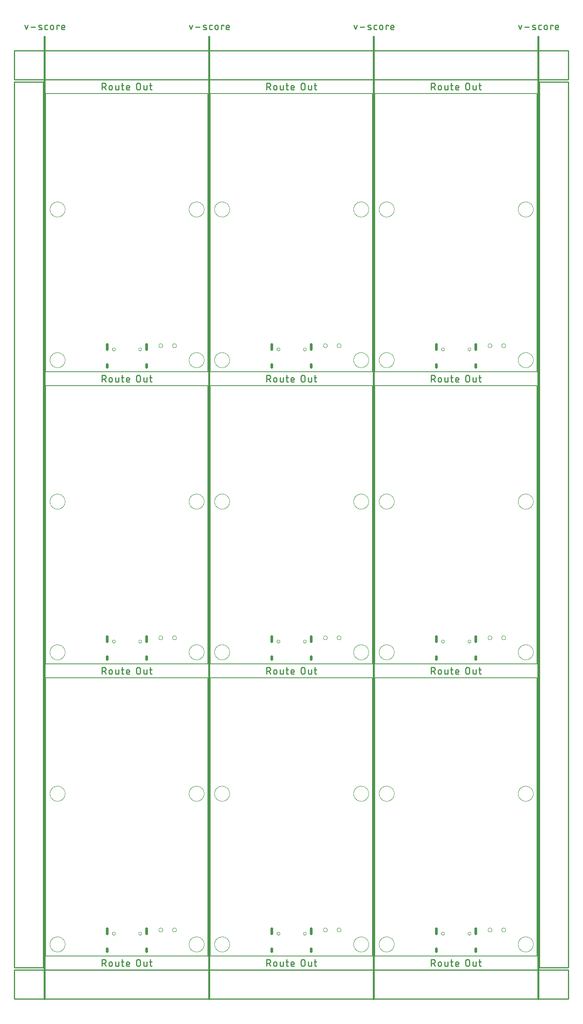
<source format=gko>
G04 EAGLE Gerber RS-274X export*
G75*
%MOMM*%
%FSLAX34Y34*%
%LPD*%
%IN*%
%IPPOS*%
%AMOC8*
5,1,8,0,0,1.08239X$1,22.5*%
G01*
%ADD10C,0.203200*%
%ADD11C,0.279400*%
%ADD12C,0.381000*%
%ADD13C,0.254000*%
%ADD14C,0.000000*%
%ADD15C,0.600000*%


D10*
X0Y0D02*
X355600Y0D01*
X355600Y609600D01*
X0Y609600D01*
X0Y0D01*
D11*
X123304Y-7747D02*
X123304Y-22733D01*
X123304Y-7747D02*
X127467Y-7747D01*
X127595Y-7749D01*
X127723Y-7755D01*
X127851Y-7765D01*
X127979Y-7779D01*
X128106Y-7796D01*
X128232Y-7818D01*
X128358Y-7843D01*
X128482Y-7873D01*
X128606Y-7906D01*
X128729Y-7943D01*
X128851Y-7984D01*
X128971Y-8028D01*
X129090Y-8076D01*
X129207Y-8128D01*
X129323Y-8183D01*
X129436Y-8242D01*
X129549Y-8305D01*
X129659Y-8371D01*
X129766Y-8440D01*
X129872Y-8512D01*
X129976Y-8588D01*
X130077Y-8667D01*
X130176Y-8749D01*
X130272Y-8834D01*
X130365Y-8921D01*
X130456Y-9012D01*
X130543Y-9105D01*
X130628Y-9201D01*
X130710Y-9300D01*
X130789Y-9401D01*
X130865Y-9505D01*
X130937Y-9611D01*
X131006Y-9718D01*
X131072Y-9829D01*
X131135Y-9941D01*
X131194Y-10054D01*
X131249Y-10170D01*
X131301Y-10287D01*
X131349Y-10406D01*
X131393Y-10526D01*
X131434Y-10648D01*
X131471Y-10771D01*
X131504Y-10895D01*
X131534Y-11019D01*
X131559Y-11145D01*
X131581Y-11271D01*
X131598Y-11398D01*
X131612Y-11526D01*
X131622Y-11654D01*
X131628Y-11782D01*
X131630Y-11910D01*
X131628Y-12038D01*
X131622Y-12166D01*
X131612Y-12294D01*
X131598Y-12422D01*
X131581Y-12549D01*
X131559Y-12675D01*
X131534Y-12801D01*
X131504Y-12925D01*
X131471Y-13049D01*
X131434Y-13172D01*
X131393Y-13294D01*
X131349Y-13414D01*
X131301Y-13533D01*
X131249Y-13650D01*
X131194Y-13766D01*
X131135Y-13879D01*
X131072Y-13992D01*
X131006Y-14102D01*
X130937Y-14209D01*
X130865Y-14315D01*
X130789Y-14419D01*
X130710Y-14520D01*
X130628Y-14619D01*
X130543Y-14715D01*
X130456Y-14808D01*
X130365Y-14899D01*
X130272Y-14986D01*
X130176Y-15071D01*
X130077Y-15153D01*
X129976Y-15232D01*
X129872Y-15308D01*
X129766Y-15380D01*
X129659Y-15449D01*
X129549Y-15515D01*
X129436Y-15578D01*
X129323Y-15637D01*
X129207Y-15692D01*
X129090Y-15744D01*
X128971Y-15792D01*
X128851Y-15836D01*
X128729Y-15877D01*
X128606Y-15914D01*
X128482Y-15947D01*
X128358Y-15977D01*
X128232Y-16002D01*
X128106Y-16024D01*
X127979Y-16041D01*
X127851Y-16055D01*
X127723Y-16065D01*
X127595Y-16071D01*
X127467Y-16073D01*
X123304Y-16073D01*
X128299Y-16073D02*
X131629Y-22733D01*
X138588Y-19403D02*
X138588Y-16073D01*
X138590Y-15959D01*
X138596Y-15846D01*
X138605Y-15732D01*
X138619Y-15620D01*
X138636Y-15507D01*
X138658Y-15395D01*
X138683Y-15285D01*
X138711Y-15175D01*
X138744Y-15066D01*
X138780Y-14958D01*
X138820Y-14851D01*
X138864Y-14746D01*
X138911Y-14643D01*
X138961Y-14541D01*
X139015Y-14441D01*
X139073Y-14343D01*
X139134Y-14247D01*
X139197Y-14153D01*
X139265Y-14061D01*
X139335Y-13971D01*
X139408Y-13885D01*
X139484Y-13800D01*
X139563Y-13718D01*
X139645Y-13639D01*
X139730Y-13563D01*
X139816Y-13490D01*
X139906Y-13420D01*
X139998Y-13352D01*
X140092Y-13289D01*
X140188Y-13228D01*
X140286Y-13170D01*
X140386Y-13116D01*
X140488Y-13066D01*
X140591Y-13019D01*
X140696Y-12975D01*
X140803Y-12935D01*
X140911Y-12899D01*
X141020Y-12866D01*
X141130Y-12838D01*
X141240Y-12813D01*
X141352Y-12791D01*
X141465Y-12774D01*
X141577Y-12760D01*
X141691Y-12751D01*
X141804Y-12745D01*
X141918Y-12743D01*
X142032Y-12745D01*
X142145Y-12751D01*
X142259Y-12760D01*
X142371Y-12774D01*
X142484Y-12791D01*
X142596Y-12813D01*
X142706Y-12838D01*
X142816Y-12866D01*
X142925Y-12899D01*
X143033Y-12935D01*
X143140Y-12975D01*
X143245Y-13019D01*
X143348Y-13066D01*
X143450Y-13116D01*
X143550Y-13170D01*
X143648Y-13228D01*
X143744Y-13289D01*
X143838Y-13352D01*
X143930Y-13420D01*
X144020Y-13490D01*
X144106Y-13563D01*
X144191Y-13639D01*
X144273Y-13718D01*
X144352Y-13800D01*
X144428Y-13885D01*
X144501Y-13971D01*
X144571Y-14061D01*
X144639Y-14153D01*
X144702Y-14247D01*
X144763Y-14343D01*
X144821Y-14441D01*
X144875Y-14541D01*
X144925Y-14643D01*
X144972Y-14746D01*
X145016Y-14851D01*
X145056Y-14958D01*
X145092Y-15066D01*
X145125Y-15175D01*
X145153Y-15285D01*
X145178Y-15395D01*
X145200Y-15507D01*
X145217Y-15620D01*
X145231Y-15732D01*
X145240Y-15846D01*
X145246Y-15959D01*
X145248Y-16073D01*
X145248Y-19403D01*
X145246Y-19517D01*
X145240Y-19630D01*
X145231Y-19744D01*
X145217Y-19856D01*
X145200Y-19969D01*
X145178Y-20081D01*
X145153Y-20191D01*
X145125Y-20301D01*
X145092Y-20410D01*
X145056Y-20518D01*
X145016Y-20625D01*
X144972Y-20730D01*
X144925Y-20833D01*
X144875Y-20935D01*
X144821Y-21035D01*
X144763Y-21133D01*
X144702Y-21229D01*
X144639Y-21323D01*
X144571Y-21415D01*
X144501Y-21505D01*
X144428Y-21591D01*
X144352Y-21676D01*
X144273Y-21758D01*
X144191Y-21837D01*
X144106Y-21913D01*
X144020Y-21986D01*
X143930Y-22056D01*
X143838Y-22124D01*
X143744Y-22187D01*
X143648Y-22248D01*
X143550Y-22306D01*
X143450Y-22360D01*
X143348Y-22410D01*
X143245Y-22457D01*
X143140Y-22501D01*
X143033Y-22541D01*
X142925Y-22577D01*
X142816Y-22610D01*
X142706Y-22638D01*
X142596Y-22663D01*
X142484Y-22685D01*
X142371Y-22702D01*
X142259Y-22716D01*
X142145Y-22725D01*
X142032Y-22731D01*
X141918Y-22733D01*
X141804Y-22731D01*
X141691Y-22725D01*
X141577Y-22716D01*
X141465Y-22702D01*
X141352Y-22685D01*
X141240Y-22663D01*
X141130Y-22638D01*
X141020Y-22610D01*
X140911Y-22577D01*
X140803Y-22541D01*
X140696Y-22501D01*
X140591Y-22457D01*
X140488Y-22410D01*
X140386Y-22360D01*
X140286Y-22306D01*
X140188Y-22248D01*
X140092Y-22187D01*
X139998Y-22124D01*
X139906Y-22056D01*
X139816Y-21986D01*
X139730Y-21913D01*
X139645Y-21837D01*
X139563Y-21758D01*
X139484Y-21676D01*
X139408Y-21591D01*
X139335Y-21505D01*
X139265Y-21415D01*
X139197Y-21323D01*
X139134Y-21229D01*
X139073Y-21133D01*
X139015Y-21035D01*
X138961Y-20935D01*
X138911Y-20833D01*
X138864Y-20730D01*
X138820Y-20625D01*
X138780Y-20518D01*
X138744Y-20410D01*
X138711Y-20301D01*
X138683Y-20191D01*
X138658Y-20081D01*
X138636Y-19969D01*
X138619Y-19856D01*
X138605Y-19744D01*
X138596Y-19630D01*
X138590Y-19517D01*
X138588Y-19403D01*
X152656Y-20235D02*
X152656Y-12742D01*
X152655Y-20235D02*
X152657Y-20333D01*
X152663Y-20431D01*
X152672Y-20529D01*
X152686Y-20626D01*
X152703Y-20722D01*
X152724Y-20818D01*
X152749Y-20913D01*
X152777Y-21007D01*
X152809Y-21100D01*
X152845Y-21191D01*
X152884Y-21281D01*
X152927Y-21369D01*
X152974Y-21456D01*
X153023Y-21540D01*
X153076Y-21623D01*
X153132Y-21703D01*
X153191Y-21782D01*
X153254Y-21857D01*
X153319Y-21931D01*
X153387Y-22001D01*
X153457Y-22069D01*
X153531Y-22135D01*
X153607Y-22197D01*
X153685Y-22256D01*
X153765Y-22312D01*
X153848Y-22365D01*
X153932Y-22415D01*
X154019Y-22461D01*
X154107Y-22504D01*
X154197Y-22543D01*
X154288Y-22579D01*
X154381Y-22611D01*
X154475Y-22639D01*
X154570Y-22664D01*
X154666Y-22685D01*
X154762Y-22702D01*
X154859Y-22716D01*
X154957Y-22725D01*
X155055Y-22731D01*
X155153Y-22733D01*
X159316Y-22733D01*
X159316Y-12742D01*
X165297Y-12742D02*
X170292Y-12742D01*
X166962Y-7747D02*
X166962Y-20235D01*
X166964Y-20333D01*
X166970Y-20431D01*
X166979Y-20529D01*
X166993Y-20626D01*
X167010Y-20722D01*
X167031Y-20818D01*
X167056Y-20913D01*
X167084Y-21007D01*
X167116Y-21100D01*
X167152Y-21191D01*
X167191Y-21281D01*
X167234Y-21369D01*
X167281Y-21456D01*
X167330Y-21540D01*
X167383Y-21623D01*
X167439Y-21703D01*
X167498Y-21782D01*
X167561Y-21857D01*
X167626Y-21931D01*
X167694Y-22001D01*
X167764Y-22069D01*
X167838Y-22135D01*
X167914Y-22197D01*
X167992Y-22256D01*
X168072Y-22312D01*
X168155Y-22365D01*
X168239Y-22415D01*
X168326Y-22461D01*
X168414Y-22504D01*
X168504Y-22543D01*
X168595Y-22579D01*
X168688Y-22611D01*
X168782Y-22639D01*
X168877Y-22664D01*
X168973Y-22685D01*
X169069Y-22702D01*
X169166Y-22716D01*
X169264Y-22725D01*
X169362Y-22731D01*
X169460Y-22733D01*
X170292Y-22733D01*
X179121Y-22733D02*
X183284Y-22733D01*
X179121Y-22733D02*
X179023Y-22731D01*
X178925Y-22725D01*
X178827Y-22716D01*
X178730Y-22702D01*
X178634Y-22685D01*
X178538Y-22664D01*
X178443Y-22639D01*
X178349Y-22611D01*
X178256Y-22579D01*
X178165Y-22543D01*
X178075Y-22504D01*
X177987Y-22461D01*
X177900Y-22414D01*
X177816Y-22365D01*
X177733Y-22312D01*
X177653Y-22256D01*
X177575Y-22197D01*
X177499Y-22135D01*
X177425Y-22069D01*
X177355Y-22001D01*
X177287Y-21931D01*
X177222Y-21857D01*
X177159Y-21782D01*
X177100Y-21703D01*
X177044Y-21623D01*
X176991Y-21540D01*
X176942Y-21456D01*
X176895Y-21369D01*
X176852Y-21281D01*
X176813Y-21191D01*
X176777Y-21100D01*
X176745Y-21007D01*
X176717Y-20913D01*
X176692Y-20818D01*
X176671Y-20722D01*
X176654Y-20626D01*
X176640Y-20529D01*
X176631Y-20431D01*
X176625Y-20333D01*
X176623Y-20235D01*
X176624Y-20235D02*
X176624Y-16073D01*
X176626Y-15959D01*
X176632Y-15846D01*
X176641Y-15732D01*
X176655Y-15620D01*
X176672Y-15507D01*
X176694Y-15395D01*
X176719Y-15285D01*
X176747Y-15175D01*
X176780Y-15066D01*
X176816Y-14958D01*
X176856Y-14851D01*
X176900Y-14746D01*
X176947Y-14643D01*
X176997Y-14541D01*
X177051Y-14441D01*
X177109Y-14343D01*
X177170Y-14247D01*
X177233Y-14153D01*
X177301Y-14061D01*
X177371Y-13971D01*
X177444Y-13885D01*
X177520Y-13800D01*
X177599Y-13718D01*
X177681Y-13639D01*
X177766Y-13563D01*
X177852Y-13490D01*
X177942Y-13420D01*
X178034Y-13352D01*
X178128Y-13289D01*
X178224Y-13228D01*
X178322Y-13170D01*
X178422Y-13116D01*
X178524Y-13066D01*
X178627Y-13019D01*
X178732Y-12975D01*
X178839Y-12935D01*
X178947Y-12899D01*
X179056Y-12866D01*
X179166Y-12838D01*
X179276Y-12813D01*
X179388Y-12791D01*
X179501Y-12774D01*
X179613Y-12760D01*
X179727Y-12751D01*
X179840Y-12745D01*
X179954Y-12743D01*
X180068Y-12745D01*
X180181Y-12751D01*
X180295Y-12760D01*
X180407Y-12774D01*
X180520Y-12791D01*
X180632Y-12813D01*
X180742Y-12838D01*
X180852Y-12866D01*
X180961Y-12899D01*
X181069Y-12935D01*
X181176Y-12975D01*
X181281Y-13019D01*
X181384Y-13066D01*
X181486Y-13116D01*
X181586Y-13170D01*
X181684Y-13228D01*
X181780Y-13289D01*
X181874Y-13352D01*
X181966Y-13420D01*
X182056Y-13490D01*
X182142Y-13563D01*
X182227Y-13639D01*
X182309Y-13718D01*
X182388Y-13800D01*
X182464Y-13885D01*
X182537Y-13971D01*
X182607Y-14061D01*
X182675Y-14153D01*
X182738Y-14247D01*
X182799Y-14343D01*
X182857Y-14441D01*
X182911Y-14541D01*
X182961Y-14643D01*
X183008Y-14746D01*
X183052Y-14851D01*
X183092Y-14958D01*
X183128Y-15066D01*
X183161Y-15175D01*
X183189Y-15285D01*
X183214Y-15395D01*
X183236Y-15507D01*
X183253Y-15620D01*
X183267Y-15732D01*
X183276Y-15846D01*
X183282Y-15959D01*
X183284Y-16073D01*
X183284Y-17738D01*
X176624Y-17738D01*
X198717Y-18570D02*
X198717Y-11910D01*
X198719Y-11782D01*
X198725Y-11654D01*
X198735Y-11526D01*
X198749Y-11398D01*
X198766Y-11271D01*
X198788Y-11145D01*
X198813Y-11019D01*
X198843Y-10895D01*
X198876Y-10771D01*
X198913Y-10648D01*
X198954Y-10526D01*
X198998Y-10406D01*
X199046Y-10287D01*
X199098Y-10170D01*
X199153Y-10054D01*
X199212Y-9941D01*
X199275Y-9828D01*
X199341Y-9718D01*
X199410Y-9611D01*
X199482Y-9505D01*
X199558Y-9401D01*
X199637Y-9300D01*
X199719Y-9201D01*
X199804Y-9105D01*
X199891Y-9012D01*
X199982Y-8921D01*
X200075Y-8834D01*
X200171Y-8749D01*
X200270Y-8667D01*
X200371Y-8588D01*
X200475Y-8512D01*
X200581Y-8440D01*
X200688Y-8371D01*
X200799Y-8305D01*
X200911Y-8242D01*
X201024Y-8183D01*
X201140Y-8128D01*
X201257Y-8076D01*
X201376Y-8028D01*
X201496Y-7984D01*
X201618Y-7943D01*
X201741Y-7906D01*
X201865Y-7873D01*
X201989Y-7843D01*
X202115Y-7818D01*
X202241Y-7796D01*
X202368Y-7779D01*
X202496Y-7765D01*
X202624Y-7755D01*
X202752Y-7749D01*
X202880Y-7747D01*
X203008Y-7749D01*
X203136Y-7755D01*
X203264Y-7765D01*
X203392Y-7779D01*
X203519Y-7796D01*
X203645Y-7818D01*
X203771Y-7843D01*
X203895Y-7873D01*
X204019Y-7906D01*
X204142Y-7943D01*
X204264Y-7984D01*
X204384Y-8028D01*
X204503Y-8076D01*
X204620Y-8128D01*
X204736Y-8183D01*
X204849Y-8242D01*
X204962Y-8305D01*
X205072Y-8371D01*
X205179Y-8440D01*
X205285Y-8512D01*
X205389Y-8588D01*
X205490Y-8667D01*
X205589Y-8749D01*
X205685Y-8834D01*
X205778Y-8921D01*
X205869Y-9012D01*
X205956Y-9105D01*
X206041Y-9201D01*
X206123Y-9300D01*
X206202Y-9401D01*
X206278Y-9505D01*
X206350Y-9611D01*
X206419Y-9718D01*
X206485Y-9829D01*
X206548Y-9941D01*
X206607Y-10054D01*
X206662Y-10170D01*
X206714Y-10287D01*
X206762Y-10406D01*
X206806Y-10526D01*
X206847Y-10648D01*
X206884Y-10771D01*
X206917Y-10895D01*
X206947Y-11019D01*
X206972Y-11145D01*
X206994Y-11271D01*
X207011Y-11398D01*
X207025Y-11526D01*
X207035Y-11654D01*
X207041Y-11782D01*
X207043Y-11910D01*
X207042Y-11910D02*
X207042Y-18570D01*
X207043Y-18570D02*
X207041Y-18698D01*
X207035Y-18826D01*
X207025Y-18954D01*
X207011Y-19082D01*
X206994Y-19209D01*
X206972Y-19335D01*
X206947Y-19461D01*
X206917Y-19585D01*
X206884Y-19709D01*
X206847Y-19832D01*
X206806Y-19954D01*
X206762Y-20074D01*
X206714Y-20193D01*
X206662Y-20310D01*
X206607Y-20426D01*
X206548Y-20539D01*
X206485Y-20652D01*
X206419Y-20762D01*
X206350Y-20869D01*
X206278Y-20975D01*
X206202Y-21079D01*
X206123Y-21180D01*
X206041Y-21279D01*
X205956Y-21375D01*
X205869Y-21468D01*
X205778Y-21559D01*
X205685Y-21646D01*
X205589Y-21731D01*
X205490Y-21813D01*
X205389Y-21892D01*
X205285Y-21968D01*
X205179Y-22040D01*
X205072Y-22109D01*
X204961Y-22175D01*
X204849Y-22238D01*
X204736Y-22297D01*
X204620Y-22352D01*
X204503Y-22404D01*
X204384Y-22452D01*
X204264Y-22496D01*
X204142Y-22537D01*
X204019Y-22574D01*
X203895Y-22607D01*
X203771Y-22637D01*
X203645Y-22662D01*
X203519Y-22684D01*
X203392Y-22701D01*
X203264Y-22715D01*
X203136Y-22725D01*
X203008Y-22731D01*
X202880Y-22733D01*
X202752Y-22731D01*
X202624Y-22725D01*
X202496Y-22715D01*
X202368Y-22701D01*
X202241Y-22684D01*
X202115Y-22662D01*
X201989Y-22637D01*
X201865Y-22607D01*
X201741Y-22574D01*
X201618Y-22537D01*
X201496Y-22496D01*
X201376Y-22452D01*
X201257Y-22404D01*
X201140Y-22352D01*
X201024Y-22297D01*
X200911Y-22238D01*
X200799Y-22175D01*
X200688Y-22109D01*
X200581Y-22040D01*
X200475Y-21968D01*
X200371Y-21892D01*
X200270Y-21813D01*
X200171Y-21731D01*
X200075Y-21646D01*
X199982Y-21559D01*
X199891Y-21468D01*
X199804Y-21375D01*
X199719Y-21279D01*
X199637Y-21180D01*
X199558Y-21079D01*
X199482Y-20975D01*
X199410Y-20869D01*
X199341Y-20762D01*
X199275Y-20651D01*
X199212Y-20539D01*
X199153Y-20426D01*
X199098Y-20310D01*
X199046Y-20193D01*
X198998Y-20074D01*
X198954Y-19954D01*
X198913Y-19832D01*
X198876Y-19709D01*
X198843Y-19585D01*
X198813Y-19461D01*
X198788Y-19335D01*
X198766Y-19209D01*
X198749Y-19082D01*
X198735Y-18954D01*
X198725Y-18826D01*
X198719Y-18698D01*
X198717Y-18570D01*
X214659Y-20235D02*
X214659Y-12742D01*
X214659Y-20235D02*
X214661Y-20333D01*
X214667Y-20431D01*
X214676Y-20529D01*
X214690Y-20626D01*
X214707Y-20722D01*
X214728Y-20818D01*
X214753Y-20913D01*
X214781Y-21007D01*
X214813Y-21100D01*
X214849Y-21191D01*
X214888Y-21281D01*
X214931Y-21369D01*
X214978Y-21456D01*
X215027Y-21540D01*
X215080Y-21623D01*
X215136Y-21703D01*
X215195Y-21782D01*
X215258Y-21857D01*
X215323Y-21931D01*
X215391Y-22001D01*
X215461Y-22069D01*
X215535Y-22135D01*
X215611Y-22197D01*
X215689Y-22256D01*
X215769Y-22312D01*
X215852Y-22365D01*
X215936Y-22415D01*
X216023Y-22461D01*
X216111Y-22504D01*
X216201Y-22543D01*
X216292Y-22579D01*
X216385Y-22611D01*
X216479Y-22639D01*
X216574Y-22664D01*
X216670Y-22685D01*
X216766Y-22702D01*
X216863Y-22716D01*
X216961Y-22725D01*
X217059Y-22731D01*
X217157Y-22733D01*
X221320Y-22733D01*
X221320Y-12742D01*
X227301Y-12742D02*
X232296Y-12742D01*
X228966Y-7747D02*
X228966Y-20235D01*
X228965Y-20235D02*
X228967Y-20333D01*
X228973Y-20431D01*
X228982Y-20529D01*
X228996Y-20626D01*
X229013Y-20722D01*
X229034Y-20818D01*
X229059Y-20913D01*
X229087Y-21007D01*
X229119Y-21100D01*
X229155Y-21191D01*
X229194Y-21281D01*
X229237Y-21369D01*
X229284Y-21456D01*
X229333Y-21540D01*
X229386Y-21623D01*
X229442Y-21703D01*
X229501Y-21782D01*
X229564Y-21857D01*
X229629Y-21931D01*
X229697Y-22001D01*
X229767Y-22069D01*
X229841Y-22135D01*
X229917Y-22197D01*
X229995Y-22256D01*
X230075Y-22312D01*
X230158Y-22365D01*
X230242Y-22415D01*
X230329Y-22461D01*
X230417Y-22504D01*
X230507Y-22543D01*
X230598Y-22579D01*
X230691Y-22611D01*
X230785Y-22639D01*
X230880Y-22664D01*
X230976Y-22685D01*
X231072Y-22702D01*
X231169Y-22716D01*
X231267Y-22725D01*
X231365Y-22731D01*
X231463Y-22733D01*
X231464Y-22733D02*
X232296Y-22733D01*
D10*
X360680Y0D02*
X716280Y0D01*
X716280Y609600D01*
X360680Y609600D01*
X360680Y0D01*
D11*
X483984Y-7747D02*
X483984Y-22733D01*
X483984Y-7747D02*
X488147Y-7747D01*
X488275Y-7749D01*
X488403Y-7755D01*
X488531Y-7765D01*
X488659Y-7779D01*
X488786Y-7796D01*
X488912Y-7818D01*
X489038Y-7843D01*
X489162Y-7873D01*
X489286Y-7906D01*
X489409Y-7943D01*
X489531Y-7984D01*
X489651Y-8028D01*
X489770Y-8076D01*
X489887Y-8128D01*
X490003Y-8183D01*
X490116Y-8242D01*
X490229Y-8305D01*
X490339Y-8371D01*
X490446Y-8440D01*
X490552Y-8512D01*
X490656Y-8588D01*
X490757Y-8667D01*
X490856Y-8749D01*
X490952Y-8834D01*
X491045Y-8921D01*
X491136Y-9012D01*
X491223Y-9105D01*
X491308Y-9201D01*
X491390Y-9300D01*
X491469Y-9401D01*
X491545Y-9505D01*
X491617Y-9611D01*
X491686Y-9718D01*
X491752Y-9829D01*
X491815Y-9941D01*
X491874Y-10054D01*
X491929Y-10170D01*
X491981Y-10287D01*
X492029Y-10406D01*
X492073Y-10526D01*
X492114Y-10648D01*
X492151Y-10771D01*
X492184Y-10895D01*
X492214Y-11019D01*
X492239Y-11145D01*
X492261Y-11271D01*
X492278Y-11398D01*
X492292Y-11526D01*
X492302Y-11654D01*
X492308Y-11782D01*
X492310Y-11910D01*
X492308Y-12038D01*
X492302Y-12166D01*
X492292Y-12294D01*
X492278Y-12422D01*
X492261Y-12549D01*
X492239Y-12675D01*
X492214Y-12801D01*
X492184Y-12925D01*
X492151Y-13049D01*
X492114Y-13172D01*
X492073Y-13294D01*
X492029Y-13414D01*
X491981Y-13533D01*
X491929Y-13650D01*
X491874Y-13766D01*
X491815Y-13879D01*
X491752Y-13992D01*
X491686Y-14102D01*
X491617Y-14209D01*
X491545Y-14315D01*
X491469Y-14419D01*
X491390Y-14520D01*
X491308Y-14619D01*
X491223Y-14715D01*
X491136Y-14808D01*
X491045Y-14899D01*
X490952Y-14986D01*
X490856Y-15071D01*
X490757Y-15153D01*
X490656Y-15232D01*
X490552Y-15308D01*
X490446Y-15380D01*
X490339Y-15449D01*
X490229Y-15515D01*
X490116Y-15578D01*
X490003Y-15637D01*
X489887Y-15692D01*
X489770Y-15744D01*
X489651Y-15792D01*
X489531Y-15836D01*
X489409Y-15877D01*
X489286Y-15914D01*
X489162Y-15947D01*
X489038Y-15977D01*
X488912Y-16002D01*
X488786Y-16024D01*
X488659Y-16041D01*
X488531Y-16055D01*
X488403Y-16065D01*
X488275Y-16071D01*
X488147Y-16073D01*
X483984Y-16073D01*
X488979Y-16073D02*
X492309Y-22733D01*
X499268Y-19403D02*
X499268Y-16073D01*
X499270Y-15959D01*
X499276Y-15846D01*
X499285Y-15732D01*
X499299Y-15620D01*
X499316Y-15507D01*
X499338Y-15395D01*
X499363Y-15285D01*
X499391Y-15175D01*
X499424Y-15066D01*
X499460Y-14958D01*
X499500Y-14851D01*
X499544Y-14746D01*
X499591Y-14643D01*
X499641Y-14541D01*
X499695Y-14441D01*
X499753Y-14343D01*
X499814Y-14247D01*
X499877Y-14153D01*
X499945Y-14061D01*
X500015Y-13971D01*
X500088Y-13885D01*
X500164Y-13800D01*
X500243Y-13718D01*
X500325Y-13639D01*
X500410Y-13563D01*
X500496Y-13490D01*
X500586Y-13420D01*
X500678Y-13352D01*
X500772Y-13289D01*
X500868Y-13228D01*
X500966Y-13170D01*
X501066Y-13116D01*
X501168Y-13066D01*
X501271Y-13019D01*
X501376Y-12975D01*
X501483Y-12935D01*
X501591Y-12899D01*
X501700Y-12866D01*
X501810Y-12838D01*
X501920Y-12813D01*
X502032Y-12791D01*
X502145Y-12774D01*
X502257Y-12760D01*
X502371Y-12751D01*
X502484Y-12745D01*
X502598Y-12743D01*
X502712Y-12745D01*
X502825Y-12751D01*
X502939Y-12760D01*
X503051Y-12774D01*
X503164Y-12791D01*
X503276Y-12813D01*
X503386Y-12838D01*
X503496Y-12866D01*
X503605Y-12899D01*
X503713Y-12935D01*
X503820Y-12975D01*
X503925Y-13019D01*
X504028Y-13066D01*
X504130Y-13116D01*
X504230Y-13170D01*
X504328Y-13228D01*
X504424Y-13289D01*
X504518Y-13352D01*
X504610Y-13420D01*
X504700Y-13490D01*
X504786Y-13563D01*
X504871Y-13639D01*
X504953Y-13718D01*
X505032Y-13800D01*
X505108Y-13885D01*
X505181Y-13971D01*
X505251Y-14061D01*
X505319Y-14153D01*
X505382Y-14247D01*
X505443Y-14343D01*
X505501Y-14441D01*
X505555Y-14541D01*
X505605Y-14643D01*
X505652Y-14746D01*
X505696Y-14851D01*
X505736Y-14958D01*
X505772Y-15066D01*
X505805Y-15175D01*
X505833Y-15285D01*
X505858Y-15395D01*
X505880Y-15507D01*
X505897Y-15620D01*
X505911Y-15732D01*
X505920Y-15846D01*
X505926Y-15959D01*
X505928Y-16073D01*
X505928Y-19403D01*
X505926Y-19517D01*
X505920Y-19630D01*
X505911Y-19744D01*
X505897Y-19856D01*
X505880Y-19969D01*
X505858Y-20081D01*
X505833Y-20191D01*
X505805Y-20301D01*
X505772Y-20410D01*
X505736Y-20518D01*
X505696Y-20625D01*
X505652Y-20730D01*
X505605Y-20833D01*
X505555Y-20935D01*
X505501Y-21035D01*
X505443Y-21133D01*
X505382Y-21229D01*
X505319Y-21323D01*
X505251Y-21415D01*
X505181Y-21505D01*
X505108Y-21591D01*
X505032Y-21676D01*
X504953Y-21758D01*
X504871Y-21837D01*
X504786Y-21913D01*
X504700Y-21986D01*
X504610Y-22056D01*
X504518Y-22124D01*
X504424Y-22187D01*
X504328Y-22248D01*
X504230Y-22306D01*
X504130Y-22360D01*
X504028Y-22410D01*
X503925Y-22457D01*
X503820Y-22501D01*
X503713Y-22541D01*
X503605Y-22577D01*
X503496Y-22610D01*
X503386Y-22638D01*
X503276Y-22663D01*
X503164Y-22685D01*
X503051Y-22702D01*
X502939Y-22716D01*
X502825Y-22725D01*
X502712Y-22731D01*
X502598Y-22733D01*
X502484Y-22731D01*
X502371Y-22725D01*
X502257Y-22716D01*
X502145Y-22702D01*
X502032Y-22685D01*
X501920Y-22663D01*
X501810Y-22638D01*
X501700Y-22610D01*
X501591Y-22577D01*
X501483Y-22541D01*
X501376Y-22501D01*
X501271Y-22457D01*
X501168Y-22410D01*
X501066Y-22360D01*
X500966Y-22306D01*
X500868Y-22248D01*
X500772Y-22187D01*
X500678Y-22124D01*
X500586Y-22056D01*
X500496Y-21986D01*
X500410Y-21913D01*
X500325Y-21837D01*
X500243Y-21758D01*
X500164Y-21676D01*
X500088Y-21591D01*
X500015Y-21505D01*
X499945Y-21415D01*
X499877Y-21323D01*
X499814Y-21229D01*
X499753Y-21133D01*
X499695Y-21035D01*
X499641Y-20935D01*
X499591Y-20833D01*
X499544Y-20730D01*
X499500Y-20625D01*
X499460Y-20518D01*
X499424Y-20410D01*
X499391Y-20301D01*
X499363Y-20191D01*
X499338Y-20081D01*
X499316Y-19969D01*
X499299Y-19856D01*
X499285Y-19744D01*
X499276Y-19630D01*
X499270Y-19517D01*
X499268Y-19403D01*
X513336Y-20235D02*
X513336Y-12742D01*
X513335Y-20235D02*
X513337Y-20333D01*
X513343Y-20431D01*
X513352Y-20529D01*
X513366Y-20626D01*
X513383Y-20722D01*
X513404Y-20818D01*
X513429Y-20913D01*
X513457Y-21007D01*
X513489Y-21100D01*
X513525Y-21191D01*
X513564Y-21281D01*
X513607Y-21369D01*
X513654Y-21456D01*
X513703Y-21540D01*
X513756Y-21623D01*
X513812Y-21703D01*
X513871Y-21782D01*
X513934Y-21857D01*
X513999Y-21931D01*
X514067Y-22001D01*
X514137Y-22069D01*
X514211Y-22135D01*
X514287Y-22197D01*
X514365Y-22256D01*
X514445Y-22312D01*
X514528Y-22365D01*
X514612Y-22415D01*
X514699Y-22461D01*
X514787Y-22504D01*
X514877Y-22543D01*
X514968Y-22579D01*
X515061Y-22611D01*
X515155Y-22639D01*
X515250Y-22664D01*
X515346Y-22685D01*
X515442Y-22702D01*
X515539Y-22716D01*
X515637Y-22725D01*
X515735Y-22731D01*
X515833Y-22733D01*
X519996Y-22733D01*
X519996Y-12742D01*
X525977Y-12742D02*
X530972Y-12742D01*
X527642Y-7747D02*
X527642Y-20235D01*
X527644Y-20333D01*
X527650Y-20431D01*
X527659Y-20529D01*
X527673Y-20626D01*
X527690Y-20722D01*
X527711Y-20818D01*
X527736Y-20913D01*
X527764Y-21007D01*
X527796Y-21100D01*
X527832Y-21191D01*
X527871Y-21281D01*
X527914Y-21369D01*
X527961Y-21456D01*
X528010Y-21540D01*
X528063Y-21623D01*
X528119Y-21703D01*
X528178Y-21782D01*
X528241Y-21857D01*
X528306Y-21931D01*
X528374Y-22001D01*
X528444Y-22069D01*
X528518Y-22135D01*
X528594Y-22197D01*
X528672Y-22256D01*
X528752Y-22312D01*
X528835Y-22365D01*
X528919Y-22415D01*
X529006Y-22461D01*
X529094Y-22504D01*
X529184Y-22543D01*
X529275Y-22579D01*
X529368Y-22611D01*
X529462Y-22639D01*
X529557Y-22664D01*
X529653Y-22685D01*
X529749Y-22702D01*
X529846Y-22716D01*
X529944Y-22725D01*
X530042Y-22731D01*
X530140Y-22733D01*
X530972Y-22733D01*
X539801Y-22733D02*
X543964Y-22733D01*
X539801Y-22733D02*
X539703Y-22731D01*
X539605Y-22725D01*
X539507Y-22716D01*
X539410Y-22702D01*
X539314Y-22685D01*
X539218Y-22664D01*
X539123Y-22639D01*
X539029Y-22611D01*
X538936Y-22579D01*
X538845Y-22543D01*
X538755Y-22504D01*
X538667Y-22461D01*
X538580Y-22414D01*
X538496Y-22365D01*
X538413Y-22312D01*
X538333Y-22256D01*
X538255Y-22197D01*
X538179Y-22135D01*
X538105Y-22069D01*
X538035Y-22001D01*
X537967Y-21931D01*
X537902Y-21857D01*
X537839Y-21782D01*
X537780Y-21703D01*
X537724Y-21623D01*
X537671Y-21540D01*
X537622Y-21456D01*
X537575Y-21369D01*
X537532Y-21281D01*
X537493Y-21191D01*
X537457Y-21100D01*
X537425Y-21007D01*
X537397Y-20913D01*
X537372Y-20818D01*
X537351Y-20722D01*
X537334Y-20626D01*
X537320Y-20529D01*
X537311Y-20431D01*
X537305Y-20333D01*
X537303Y-20235D01*
X537304Y-20235D02*
X537304Y-16073D01*
X537306Y-15959D01*
X537312Y-15846D01*
X537321Y-15732D01*
X537335Y-15620D01*
X537352Y-15507D01*
X537374Y-15395D01*
X537399Y-15285D01*
X537427Y-15175D01*
X537460Y-15066D01*
X537496Y-14958D01*
X537536Y-14851D01*
X537580Y-14746D01*
X537627Y-14643D01*
X537677Y-14541D01*
X537731Y-14441D01*
X537789Y-14343D01*
X537850Y-14247D01*
X537913Y-14153D01*
X537981Y-14061D01*
X538051Y-13971D01*
X538124Y-13885D01*
X538200Y-13800D01*
X538279Y-13718D01*
X538361Y-13639D01*
X538446Y-13563D01*
X538532Y-13490D01*
X538622Y-13420D01*
X538714Y-13352D01*
X538808Y-13289D01*
X538904Y-13228D01*
X539002Y-13170D01*
X539102Y-13116D01*
X539204Y-13066D01*
X539307Y-13019D01*
X539412Y-12975D01*
X539519Y-12935D01*
X539627Y-12899D01*
X539736Y-12866D01*
X539846Y-12838D01*
X539956Y-12813D01*
X540068Y-12791D01*
X540181Y-12774D01*
X540293Y-12760D01*
X540407Y-12751D01*
X540520Y-12745D01*
X540634Y-12743D01*
X540748Y-12745D01*
X540861Y-12751D01*
X540975Y-12760D01*
X541087Y-12774D01*
X541200Y-12791D01*
X541312Y-12813D01*
X541422Y-12838D01*
X541532Y-12866D01*
X541641Y-12899D01*
X541749Y-12935D01*
X541856Y-12975D01*
X541961Y-13019D01*
X542064Y-13066D01*
X542166Y-13116D01*
X542266Y-13170D01*
X542364Y-13228D01*
X542460Y-13289D01*
X542554Y-13352D01*
X542646Y-13420D01*
X542736Y-13490D01*
X542822Y-13563D01*
X542907Y-13639D01*
X542989Y-13718D01*
X543068Y-13800D01*
X543144Y-13885D01*
X543217Y-13971D01*
X543287Y-14061D01*
X543355Y-14153D01*
X543418Y-14247D01*
X543479Y-14343D01*
X543537Y-14441D01*
X543591Y-14541D01*
X543641Y-14643D01*
X543688Y-14746D01*
X543732Y-14851D01*
X543772Y-14958D01*
X543808Y-15066D01*
X543841Y-15175D01*
X543869Y-15285D01*
X543894Y-15395D01*
X543916Y-15507D01*
X543933Y-15620D01*
X543947Y-15732D01*
X543956Y-15846D01*
X543962Y-15959D01*
X543964Y-16073D01*
X543964Y-17738D01*
X537304Y-17738D01*
X559397Y-18570D02*
X559397Y-11910D01*
X559399Y-11782D01*
X559405Y-11654D01*
X559415Y-11526D01*
X559429Y-11398D01*
X559446Y-11271D01*
X559468Y-11145D01*
X559493Y-11019D01*
X559523Y-10895D01*
X559556Y-10771D01*
X559593Y-10648D01*
X559634Y-10526D01*
X559678Y-10406D01*
X559726Y-10287D01*
X559778Y-10170D01*
X559833Y-10054D01*
X559892Y-9941D01*
X559955Y-9828D01*
X560021Y-9718D01*
X560090Y-9611D01*
X560162Y-9505D01*
X560238Y-9401D01*
X560317Y-9300D01*
X560399Y-9201D01*
X560484Y-9105D01*
X560571Y-9012D01*
X560662Y-8921D01*
X560755Y-8834D01*
X560851Y-8749D01*
X560950Y-8667D01*
X561051Y-8588D01*
X561155Y-8512D01*
X561261Y-8440D01*
X561368Y-8371D01*
X561479Y-8305D01*
X561591Y-8242D01*
X561704Y-8183D01*
X561820Y-8128D01*
X561937Y-8076D01*
X562056Y-8028D01*
X562176Y-7984D01*
X562298Y-7943D01*
X562421Y-7906D01*
X562545Y-7873D01*
X562669Y-7843D01*
X562795Y-7818D01*
X562921Y-7796D01*
X563048Y-7779D01*
X563176Y-7765D01*
X563304Y-7755D01*
X563432Y-7749D01*
X563560Y-7747D01*
X563688Y-7749D01*
X563816Y-7755D01*
X563944Y-7765D01*
X564072Y-7779D01*
X564199Y-7796D01*
X564325Y-7818D01*
X564451Y-7843D01*
X564575Y-7873D01*
X564699Y-7906D01*
X564822Y-7943D01*
X564944Y-7984D01*
X565064Y-8028D01*
X565183Y-8076D01*
X565300Y-8128D01*
X565416Y-8183D01*
X565529Y-8242D01*
X565642Y-8305D01*
X565752Y-8371D01*
X565859Y-8440D01*
X565965Y-8512D01*
X566069Y-8588D01*
X566170Y-8667D01*
X566269Y-8749D01*
X566365Y-8834D01*
X566458Y-8921D01*
X566549Y-9012D01*
X566636Y-9105D01*
X566721Y-9201D01*
X566803Y-9300D01*
X566882Y-9401D01*
X566958Y-9505D01*
X567030Y-9611D01*
X567099Y-9718D01*
X567165Y-9829D01*
X567228Y-9941D01*
X567287Y-10054D01*
X567342Y-10170D01*
X567394Y-10287D01*
X567442Y-10406D01*
X567486Y-10526D01*
X567527Y-10648D01*
X567564Y-10771D01*
X567597Y-10895D01*
X567627Y-11019D01*
X567652Y-11145D01*
X567674Y-11271D01*
X567691Y-11398D01*
X567705Y-11526D01*
X567715Y-11654D01*
X567721Y-11782D01*
X567723Y-11910D01*
X567722Y-11910D02*
X567722Y-18570D01*
X567723Y-18570D02*
X567721Y-18698D01*
X567715Y-18826D01*
X567705Y-18954D01*
X567691Y-19082D01*
X567674Y-19209D01*
X567652Y-19335D01*
X567627Y-19461D01*
X567597Y-19585D01*
X567564Y-19709D01*
X567527Y-19832D01*
X567486Y-19954D01*
X567442Y-20074D01*
X567394Y-20193D01*
X567342Y-20310D01*
X567287Y-20426D01*
X567228Y-20539D01*
X567165Y-20652D01*
X567099Y-20762D01*
X567030Y-20869D01*
X566958Y-20975D01*
X566882Y-21079D01*
X566803Y-21180D01*
X566721Y-21279D01*
X566636Y-21375D01*
X566549Y-21468D01*
X566458Y-21559D01*
X566365Y-21646D01*
X566269Y-21731D01*
X566170Y-21813D01*
X566069Y-21892D01*
X565965Y-21968D01*
X565859Y-22040D01*
X565752Y-22109D01*
X565642Y-22175D01*
X565529Y-22238D01*
X565416Y-22297D01*
X565300Y-22352D01*
X565183Y-22404D01*
X565064Y-22452D01*
X564944Y-22496D01*
X564822Y-22537D01*
X564699Y-22574D01*
X564575Y-22607D01*
X564451Y-22637D01*
X564325Y-22662D01*
X564199Y-22684D01*
X564072Y-22701D01*
X563944Y-22715D01*
X563816Y-22725D01*
X563688Y-22731D01*
X563560Y-22733D01*
X563432Y-22731D01*
X563304Y-22725D01*
X563176Y-22715D01*
X563048Y-22701D01*
X562921Y-22684D01*
X562795Y-22662D01*
X562669Y-22637D01*
X562545Y-22607D01*
X562421Y-22574D01*
X562298Y-22537D01*
X562176Y-22496D01*
X562056Y-22452D01*
X561937Y-22404D01*
X561820Y-22352D01*
X561704Y-22297D01*
X561591Y-22238D01*
X561479Y-22175D01*
X561368Y-22109D01*
X561261Y-22040D01*
X561155Y-21968D01*
X561051Y-21892D01*
X560950Y-21813D01*
X560851Y-21731D01*
X560755Y-21646D01*
X560662Y-21559D01*
X560571Y-21468D01*
X560484Y-21375D01*
X560399Y-21279D01*
X560317Y-21180D01*
X560238Y-21079D01*
X560162Y-20975D01*
X560090Y-20869D01*
X560021Y-20762D01*
X559955Y-20651D01*
X559892Y-20539D01*
X559833Y-20426D01*
X559778Y-20310D01*
X559726Y-20193D01*
X559678Y-20074D01*
X559634Y-19954D01*
X559593Y-19832D01*
X559556Y-19709D01*
X559523Y-19585D01*
X559493Y-19461D01*
X559468Y-19335D01*
X559446Y-19209D01*
X559429Y-19082D01*
X559415Y-18954D01*
X559405Y-18826D01*
X559399Y-18698D01*
X559397Y-18570D01*
X575339Y-20235D02*
X575339Y-12742D01*
X575339Y-20235D02*
X575341Y-20333D01*
X575347Y-20431D01*
X575356Y-20529D01*
X575370Y-20626D01*
X575387Y-20722D01*
X575408Y-20818D01*
X575433Y-20913D01*
X575461Y-21007D01*
X575493Y-21100D01*
X575529Y-21191D01*
X575568Y-21281D01*
X575611Y-21369D01*
X575658Y-21456D01*
X575707Y-21540D01*
X575760Y-21623D01*
X575816Y-21703D01*
X575875Y-21782D01*
X575938Y-21857D01*
X576003Y-21931D01*
X576071Y-22001D01*
X576141Y-22069D01*
X576215Y-22135D01*
X576291Y-22197D01*
X576369Y-22256D01*
X576449Y-22312D01*
X576532Y-22365D01*
X576616Y-22415D01*
X576703Y-22461D01*
X576791Y-22504D01*
X576881Y-22543D01*
X576972Y-22579D01*
X577065Y-22611D01*
X577159Y-22639D01*
X577254Y-22664D01*
X577350Y-22685D01*
X577446Y-22702D01*
X577543Y-22716D01*
X577641Y-22725D01*
X577739Y-22731D01*
X577837Y-22733D01*
X582000Y-22733D01*
X582000Y-12742D01*
X587981Y-12742D02*
X592976Y-12742D01*
X589646Y-7747D02*
X589646Y-20235D01*
X589645Y-20235D02*
X589647Y-20333D01*
X589653Y-20431D01*
X589662Y-20529D01*
X589676Y-20626D01*
X589693Y-20722D01*
X589714Y-20818D01*
X589739Y-20913D01*
X589767Y-21007D01*
X589799Y-21100D01*
X589835Y-21191D01*
X589874Y-21281D01*
X589917Y-21369D01*
X589964Y-21456D01*
X590013Y-21540D01*
X590066Y-21623D01*
X590122Y-21703D01*
X590181Y-21782D01*
X590244Y-21857D01*
X590309Y-21931D01*
X590377Y-22001D01*
X590447Y-22069D01*
X590521Y-22135D01*
X590597Y-22197D01*
X590675Y-22256D01*
X590755Y-22312D01*
X590838Y-22365D01*
X590922Y-22415D01*
X591009Y-22461D01*
X591097Y-22504D01*
X591187Y-22543D01*
X591278Y-22579D01*
X591371Y-22611D01*
X591465Y-22639D01*
X591560Y-22664D01*
X591656Y-22685D01*
X591752Y-22702D01*
X591849Y-22716D01*
X591947Y-22725D01*
X592045Y-22731D01*
X592143Y-22733D01*
X592144Y-22733D02*
X592976Y-22733D01*
D10*
X721360Y0D02*
X1076960Y0D01*
X1076960Y609600D01*
X721360Y609600D01*
X721360Y0D01*
D11*
X844664Y-7747D02*
X844664Y-22733D01*
X844664Y-7747D02*
X848827Y-7747D01*
X848955Y-7749D01*
X849083Y-7755D01*
X849211Y-7765D01*
X849339Y-7779D01*
X849466Y-7796D01*
X849592Y-7818D01*
X849718Y-7843D01*
X849842Y-7873D01*
X849966Y-7906D01*
X850089Y-7943D01*
X850211Y-7984D01*
X850331Y-8028D01*
X850450Y-8076D01*
X850567Y-8128D01*
X850683Y-8183D01*
X850796Y-8242D01*
X850909Y-8305D01*
X851019Y-8371D01*
X851126Y-8440D01*
X851232Y-8512D01*
X851336Y-8588D01*
X851437Y-8667D01*
X851536Y-8749D01*
X851632Y-8834D01*
X851725Y-8921D01*
X851816Y-9012D01*
X851903Y-9105D01*
X851988Y-9201D01*
X852070Y-9300D01*
X852149Y-9401D01*
X852225Y-9505D01*
X852297Y-9611D01*
X852366Y-9718D01*
X852432Y-9829D01*
X852495Y-9941D01*
X852554Y-10054D01*
X852609Y-10170D01*
X852661Y-10287D01*
X852709Y-10406D01*
X852753Y-10526D01*
X852794Y-10648D01*
X852831Y-10771D01*
X852864Y-10895D01*
X852894Y-11019D01*
X852919Y-11145D01*
X852941Y-11271D01*
X852958Y-11398D01*
X852972Y-11526D01*
X852982Y-11654D01*
X852988Y-11782D01*
X852990Y-11910D01*
X852988Y-12038D01*
X852982Y-12166D01*
X852972Y-12294D01*
X852958Y-12422D01*
X852941Y-12549D01*
X852919Y-12675D01*
X852894Y-12801D01*
X852864Y-12925D01*
X852831Y-13049D01*
X852794Y-13172D01*
X852753Y-13294D01*
X852709Y-13414D01*
X852661Y-13533D01*
X852609Y-13650D01*
X852554Y-13766D01*
X852495Y-13879D01*
X852432Y-13992D01*
X852366Y-14102D01*
X852297Y-14209D01*
X852225Y-14315D01*
X852149Y-14419D01*
X852070Y-14520D01*
X851988Y-14619D01*
X851903Y-14715D01*
X851816Y-14808D01*
X851725Y-14899D01*
X851632Y-14986D01*
X851536Y-15071D01*
X851437Y-15153D01*
X851336Y-15232D01*
X851232Y-15308D01*
X851126Y-15380D01*
X851019Y-15449D01*
X850909Y-15515D01*
X850796Y-15578D01*
X850683Y-15637D01*
X850567Y-15692D01*
X850450Y-15744D01*
X850331Y-15792D01*
X850211Y-15836D01*
X850089Y-15877D01*
X849966Y-15914D01*
X849842Y-15947D01*
X849718Y-15977D01*
X849592Y-16002D01*
X849466Y-16024D01*
X849339Y-16041D01*
X849211Y-16055D01*
X849083Y-16065D01*
X848955Y-16071D01*
X848827Y-16073D01*
X844664Y-16073D01*
X849659Y-16073D02*
X852989Y-22733D01*
X859948Y-19403D02*
X859948Y-16073D01*
X859950Y-15959D01*
X859956Y-15846D01*
X859965Y-15732D01*
X859979Y-15620D01*
X859996Y-15507D01*
X860018Y-15395D01*
X860043Y-15285D01*
X860071Y-15175D01*
X860104Y-15066D01*
X860140Y-14958D01*
X860180Y-14851D01*
X860224Y-14746D01*
X860271Y-14643D01*
X860321Y-14541D01*
X860375Y-14441D01*
X860433Y-14343D01*
X860494Y-14247D01*
X860557Y-14153D01*
X860625Y-14061D01*
X860695Y-13971D01*
X860768Y-13885D01*
X860844Y-13800D01*
X860923Y-13718D01*
X861005Y-13639D01*
X861090Y-13563D01*
X861176Y-13490D01*
X861266Y-13420D01*
X861358Y-13352D01*
X861452Y-13289D01*
X861548Y-13228D01*
X861646Y-13170D01*
X861746Y-13116D01*
X861848Y-13066D01*
X861951Y-13019D01*
X862056Y-12975D01*
X862163Y-12935D01*
X862271Y-12899D01*
X862380Y-12866D01*
X862490Y-12838D01*
X862600Y-12813D01*
X862712Y-12791D01*
X862825Y-12774D01*
X862937Y-12760D01*
X863051Y-12751D01*
X863164Y-12745D01*
X863278Y-12743D01*
X863392Y-12745D01*
X863505Y-12751D01*
X863619Y-12760D01*
X863731Y-12774D01*
X863844Y-12791D01*
X863956Y-12813D01*
X864066Y-12838D01*
X864176Y-12866D01*
X864285Y-12899D01*
X864393Y-12935D01*
X864500Y-12975D01*
X864605Y-13019D01*
X864708Y-13066D01*
X864810Y-13116D01*
X864910Y-13170D01*
X865008Y-13228D01*
X865104Y-13289D01*
X865198Y-13352D01*
X865290Y-13420D01*
X865380Y-13490D01*
X865466Y-13563D01*
X865551Y-13639D01*
X865633Y-13718D01*
X865712Y-13800D01*
X865788Y-13885D01*
X865861Y-13971D01*
X865931Y-14061D01*
X865999Y-14153D01*
X866062Y-14247D01*
X866123Y-14343D01*
X866181Y-14441D01*
X866235Y-14541D01*
X866285Y-14643D01*
X866332Y-14746D01*
X866376Y-14851D01*
X866416Y-14958D01*
X866452Y-15066D01*
X866485Y-15175D01*
X866513Y-15285D01*
X866538Y-15395D01*
X866560Y-15507D01*
X866577Y-15620D01*
X866591Y-15732D01*
X866600Y-15846D01*
X866606Y-15959D01*
X866608Y-16073D01*
X866608Y-19403D01*
X866606Y-19517D01*
X866600Y-19630D01*
X866591Y-19744D01*
X866577Y-19856D01*
X866560Y-19969D01*
X866538Y-20081D01*
X866513Y-20191D01*
X866485Y-20301D01*
X866452Y-20410D01*
X866416Y-20518D01*
X866376Y-20625D01*
X866332Y-20730D01*
X866285Y-20833D01*
X866235Y-20935D01*
X866181Y-21035D01*
X866123Y-21133D01*
X866062Y-21229D01*
X865999Y-21323D01*
X865931Y-21415D01*
X865861Y-21505D01*
X865788Y-21591D01*
X865712Y-21676D01*
X865633Y-21758D01*
X865551Y-21837D01*
X865466Y-21913D01*
X865380Y-21986D01*
X865290Y-22056D01*
X865198Y-22124D01*
X865104Y-22187D01*
X865008Y-22248D01*
X864910Y-22306D01*
X864810Y-22360D01*
X864708Y-22410D01*
X864605Y-22457D01*
X864500Y-22501D01*
X864393Y-22541D01*
X864285Y-22577D01*
X864176Y-22610D01*
X864066Y-22638D01*
X863956Y-22663D01*
X863844Y-22685D01*
X863731Y-22702D01*
X863619Y-22716D01*
X863505Y-22725D01*
X863392Y-22731D01*
X863278Y-22733D01*
X863164Y-22731D01*
X863051Y-22725D01*
X862937Y-22716D01*
X862825Y-22702D01*
X862712Y-22685D01*
X862600Y-22663D01*
X862490Y-22638D01*
X862380Y-22610D01*
X862271Y-22577D01*
X862163Y-22541D01*
X862056Y-22501D01*
X861951Y-22457D01*
X861848Y-22410D01*
X861746Y-22360D01*
X861646Y-22306D01*
X861548Y-22248D01*
X861452Y-22187D01*
X861358Y-22124D01*
X861266Y-22056D01*
X861176Y-21986D01*
X861090Y-21913D01*
X861005Y-21837D01*
X860923Y-21758D01*
X860844Y-21676D01*
X860768Y-21591D01*
X860695Y-21505D01*
X860625Y-21415D01*
X860557Y-21323D01*
X860494Y-21229D01*
X860433Y-21133D01*
X860375Y-21035D01*
X860321Y-20935D01*
X860271Y-20833D01*
X860224Y-20730D01*
X860180Y-20625D01*
X860140Y-20518D01*
X860104Y-20410D01*
X860071Y-20301D01*
X860043Y-20191D01*
X860018Y-20081D01*
X859996Y-19969D01*
X859979Y-19856D01*
X859965Y-19744D01*
X859956Y-19630D01*
X859950Y-19517D01*
X859948Y-19403D01*
X874016Y-20235D02*
X874016Y-12742D01*
X874015Y-20235D02*
X874017Y-20333D01*
X874023Y-20431D01*
X874032Y-20529D01*
X874046Y-20626D01*
X874063Y-20722D01*
X874084Y-20818D01*
X874109Y-20913D01*
X874137Y-21007D01*
X874169Y-21100D01*
X874205Y-21191D01*
X874244Y-21281D01*
X874287Y-21369D01*
X874334Y-21456D01*
X874383Y-21540D01*
X874436Y-21623D01*
X874492Y-21703D01*
X874551Y-21782D01*
X874614Y-21857D01*
X874679Y-21931D01*
X874747Y-22001D01*
X874817Y-22069D01*
X874891Y-22135D01*
X874967Y-22197D01*
X875045Y-22256D01*
X875125Y-22312D01*
X875208Y-22365D01*
X875292Y-22415D01*
X875379Y-22461D01*
X875467Y-22504D01*
X875557Y-22543D01*
X875648Y-22579D01*
X875741Y-22611D01*
X875835Y-22639D01*
X875930Y-22664D01*
X876026Y-22685D01*
X876122Y-22702D01*
X876219Y-22716D01*
X876317Y-22725D01*
X876415Y-22731D01*
X876513Y-22733D01*
X880676Y-22733D01*
X880676Y-12742D01*
X886657Y-12742D02*
X891652Y-12742D01*
X888322Y-7747D02*
X888322Y-20235D01*
X888324Y-20333D01*
X888330Y-20431D01*
X888339Y-20529D01*
X888353Y-20626D01*
X888370Y-20722D01*
X888391Y-20818D01*
X888416Y-20913D01*
X888444Y-21007D01*
X888476Y-21100D01*
X888512Y-21191D01*
X888551Y-21281D01*
X888594Y-21369D01*
X888641Y-21456D01*
X888690Y-21540D01*
X888743Y-21623D01*
X888799Y-21703D01*
X888858Y-21782D01*
X888921Y-21857D01*
X888986Y-21931D01*
X889054Y-22001D01*
X889124Y-22069D01*
X889198Y-22135D01*
X889274Y-22197D01*
X889352Y-22256D01*
X889432Y-22312D01*
X889515Y-22365D01*
X889599Y-22415D01*
X889686Y-22461D01*
X889774Y-22504D01*
X889864Y-22543D01*
X889955Y-22579D01*
X890048Y-22611D01*
X890142Y-22639D01*
X890237Y-22664D01*
X890333Y-22685D01*
X890429Y-22702D01*
X890526Y-22716D01*
X890624Y-22725D01*
X890722Y-22731D01*
X890820Y-22733D01*
X891652Y-22733D01*
X900481Y-22733D02*
X904644Y-22733D01*
X900481Y-22733D02*
X900383Y-22731D01*
X900285Y-22725D01*
X900187Y-22716D01*
X900090Y-22702D01*
X899994Y-22685D01*
X899898Y-22664D01*
X899803Y-22639D01*
X899709Y-22611D01*
X899616Y-22579D01*
X899525Y-22543D01*
X899435Y-22504D01*
X899347Y-22461D01*
X899260Y-22414D01*
X899176Y-22365D01*
X899093Y-22312D01*
X899013Y-22256D01*
X898935Y-22197D01*
X898859Y-22135D01*
X898785Y-22069D01*
X898715Y-22001D01*
X898647Y-21931D01*
X898582Y-21857D01*
X898519Y-21782D01*
X898460Y-21703D01*
X898404Y-21623D01*
X898351Y-21540D01*
X898302Y-21456D01*
X898255Y-21369D01*
X898212Y-21281D01*
X898173Y-21191D01*
X898137Y-21100D01*
X898105Y-21007D01*
X898077Y-20913D01*
X898052Y-20818D01*
X898031Y-20722D01*
X898014Y-20626D01*
X898000Y-20529D01*
X897991Y-20431D01*
X897985Y-20333D01*
X897983Y-20235D01*
X897984Y-20235D02*
X897984Y-16073D01*
X897986Y-15959D01*
X897992Y-15846D01*
X898001Y-15732D01*
X898015Y-15620D01*
X898032Y-15507D01*
X898054Y-15395D01*
X898079Y-15285D01*
X898107Y-15175D01*
X898140Y-15066D01*
X898176Y-14958D01*
X898216Y-14851D01*
X898260Y-14746D01*
X898307Y-14643D01*
X898357Y-14541D01*
X898411Y-14441D01*
X898469Y-14343D01*
X898530Y-14247D01*
X898593Y-14153D01*
X898661Y-14061D01*
X898731Y-13971D01*
X898804Y-13885D01*
X898880Y-13800D01*
X898959Y-13718D01*
X899041Y-13639D01*
X899126Y-13563D01*
X899212Y-13490D01*
X899302Y-13420D01*
X899394Y-13352D01*
X899488Y-13289D01*
X899584Y-13228D01*
X899682Y-13170D01*
X899782Y-13116D01*
X899884Y-13066D01*
X899987Y-13019D01*
X900092Y-12975D01*
X900199Y-12935D01*
X900307Y-12899D01*
X900416Y-12866D01*
X900526Y-12838D01*
X900636Y-12813D01*
X900748Y-12791D01*
X900861Y-12774D01*
X900973Y-12760D01*
X901087Y-12751D01*
X901200Y-12745D01*
X901314Y-12743D01*
X901428Y-12745D01*
X901541Y-12751D01*
X901655Y-12760D01*
X901767Y-12774D01*
X901880Y-12791D01*
X901992Y-12813D01*
X902102Y-12838D01*
X902212Y-12866D01*
X902321Y-12899D01*
X902429Y-12935D01*
X902536Y-12975D01*
X902641Y-13019D01*
X902744Y-13066D01*
X902846Y-13116D01*
X902946Y-13170D01*
X903044Y-13228D01*
X903140Y-13289D01*
X903234Y-13352D01*
X903326Y-13420D01*
X903416Y-13490D01*
X903502Y-13563D01*
X903587Y-13639D01*
X903669Y-13718D01*
X903748Y-13800D01*
X903824Y-13885D01*
X903897Y-13971D01*
X903967Y-14061D01*
X904035Y-14153D01*
X904098Y-14247D01*
X904159Y-14343D01*
X904217Y-14441D01*
X904271Y-14541D01*
X904321Y-14643D01*
X904368Y-14746D01*
X904412Y-14851D01*
X904452Y-14958D01*
X904488Y-15066D01*
X904521Y-15175D01*
X904549Y-15285D01*
X904574Y-15395D01*
X904596Y-15507D01*
X904613Y-15620D01*
X904627Y-15732D01*
X904636Y-15846D01*
X904642Y-15959D01*
X904644Y-16073D01*
X904644Y-17738D01*
X897984Y-17738D01*
X920077Y-18570D02*
X920077Y-11910D01*
X920079Y-11782D01*
X920085Y-11654D01*
X920095Y-11526D01*
X920109Y-11398D01*
X920126Y-11271D01*
X920148Y-11145D01*
X920173Y-11019D01*
X920203Y-10895D01*
X920236Y-10771D01*
X920273Y-10648D01*
X920314Y-10526D01*
X920358Y-10406D01*
X920406Y-10287D01*
X920458Y-10170D01*
X920513Y-10054D01*
X920572Y-9941D01*
X920635Y-9828D01*
X920701Y-9718D01*
X920770Y-9611D01*
X920842Y-9505D01*
X920918Y-9401D01*
X920997Y-9300D01*
X921079Y-9201D01*
X921164Y-9105D01*
X921251Y-9012D01*
X921342Y-8921D01*
X921435Y-8834D01*
X921531Y-8749D01*
X921630Y-8667D01*
X921731Y-8588D01*
X921835Y-8512D01*
X921941Y-8440D01*
X922048Y-8371D01*
X922159Y-8305D01*
X922271Y-8242D01*
X922384Y-8183D01*
X922500Y-8128D01*
X922617Y-8076D01*
X922736Y-8028D01*
X922856Y-7984D01*
X922978Y-7943D01*
X923101Y-7906D01*
X923225Y-7873D01*
X923349Y-7843D01*
X923475Y-7818D01*
X923601Y-7796D01*
X923728Y-7779D01*
X923856Y-7765D01*
X923984Y-7755D01*
X924112Y-7749D01*
X924240Y-7747D01*
X924368Y-7749D01*
X924496Y-7755D01*
X924624Y-7765D01*
X924752Y-7779D01*
X924879Y-7796D01*
X925005Y-7818D01*
X925131Y-7843D01*
X925255Y-7873D01*
X925379Y-7906D01*
X925502Y-7943D01*
X925624Y-7984D01*
X925744Y-8028D01*
X925863Y-8076D01*
X925980Y-8128D01*
X926096Y-8183D01*
X926209Y-8242D01*
X926322Y-8305D01*
X926432Y-8371D01*
X926539Y-8440D01*
X926645Y-8512D01*
X926749Y-8588D01*
X926850Y-8667D01*
X926949Y-8749D01*
X927045Y-8834D01*
X927138Y-8921D01*
X927229Y-9012D01*
X927316Y-9105D01*
X927401Y-9201D01*
X927483Y-9300D01*
X927562Y-9401D01*
X927638Y-9505D01*
X927710Y-9611D01*
X927779Y-9718D01*
X927845Y-9829D01*
X927908Y-9941D01*
X927967Y-10054D01*
X928022Y-10170D01*
X928074Y-10287D01*
X928122Y-10406D01*
X928166Y-10526D01*
X928207Y-10648D01*
X928244Y-10771D01*
X928277Y-10895D01*
X928307Y-11019D01*
X928332Y-11145D01*
X928354Y-11271D01*
X928371Y-11398D01*
X928385Y-11526D01*
X928395Y-11654D01*
X928401Y-11782D01*
X928403Y-11910D01*
X928402Y-11910D02*
X928402Y-18570D01*
X928403Y-18570D02*
X928401Y-18698D01*
X928395Y-18826D01*
X928385Y-18954D01*
X928371Y-19082D01*
X928354Y-19209D01*
X928332Y-19335D01*
X928307Y-19461D01*
X928277Y-19585D01*
X928244Y-19709D01*
X928207Y-19832D01*
X928166Y-19954D01*
X928122Y-20074D01*
X928074Y-20193D01*
X928022Y-20310D01*
X927967Y-20426D01*
X927908Y-20539D01*
X927845Y-20652D01*
X927779Y-20762D01*
X927710Y-20869D01*
X927638Y-20975D01*
X927562Y-21079D01*
X927483Y-21180D01*
X927401Y-21279D01*
X927316Y-21375D01*
X927229Y-21468D01*
X927138Y-21559D01*
X927045Y-21646D01*
X926949Y-21731D01*
X926850Y-21813D01*
X926749Y-21892D01*
X926645Y-21968D01*
X926539Y-22040D01*
X926432Y-22109D01*
X926322Y-22175D01*
X926209Y-22238D01*
X926096Y-22297D01*
X925980Y-22352D01*
X925863Y-22404D01*
X925744Y-22452D01*
X925624Y-22496D01*
X925502Y-22537D01*
X925379Y-22574D01*
X925255Y-22607D01*
X925131Y-22637D01*
X925005Y-22662D01*
X924879Y-22684D01*
X924752Y-22701D01*
X924624Y-22715D01*
X924496Y-22725D01*
X924368Y-22731D01*
X924240Y-22733D01*
X924112Y-22731D01*
X923984Y-22725D01*
X923856Y-22715D01*
X923728Y-22701D01*
X923601Y-22684D01*
X923475Y-22662D01*
X923349Y-22637D01*
X923225Y-22607D01*
X923101Y-22574D01*
X922978Y-22537D01*
X922856Y-22496D01*
X922736Y-22452D01*
X922617Y-22404D01*
X922500Y-22352D01*
X922384Y-22297D01*
X922271Y-22238D01*
X922159Y-22175D01*
X922048Y-22109D01*
X921941Y-22040D01*
X921835Y-21968D01*
X921731Y-21892D01*
X921630Y-21813D01*
X921531Y-21731D01*
X921435Y-21646D01*
X921342Y-21559D01*
X921251Y-21468D01*
X921164Y-21375D01*
X921079Y-21279D01*
X920997Y-21180D01*
X920918Y-21079D01*
X920842Y-20975D01*
X920770Y-20869D01*
X920701Y-20762D01*
X920635Y-20651D01*
X920572Y-20539D01*
X920513Y-20426D01*
X920458Y-20310D01*
X920406Y-20193D01*
X920358Y-20074D01*
X920314Y-19954D01*
X920273Y-19832D01*
X920236Y-19709D01*
X920203Y-19585D01*
X920173Y-19461D01*
X920148Y-19335D01*
X920126Y-19209D01*
X920109Y-19082D01*
X920095Y-18954D01*
X920085Y-18826D01*
X920079Y-18698D01*
X920077Y-18570D01*
X936019Y-20235D02*
X936019Y-12742D01*
X936019Y-20235D02*
X936021Y-20333D01*
X936027Y-20431D01*
X936036Y-20529D01*
X936050Y-20626D01*
X936067Y-20722D01*
X936088Y-20818D01*
X936113Y-20913D01*
X936141Y-21007D01*
X936173Y-21100D01*
X936209Y-21191D01*
X936248Y-21281D01*
X936291Y-21369D01*
X936338Y-21456D01*
X936387Y-21540D01*
X936440Y-21623D01*
X936496Y-21703D01*
X936555Y-21782D01*
X936618Y-21857D01*
X936683Y-21931D01*
X936751Y-22001D01*
X936821Y-22069D01*
X936895Y-22135D01*
X936971Y-22197D01*
X937049Y-22256D01*
X937129Y-22312D01*
X937212Y-22365D01*
X937296Y-22415D01*
X937383Y-22461D01*
X937471Y-22504D01*
X937561Y-22543D01*
X937652Y-22579D01*
X937745Y-22611D01*
X937839Y-22639D01*
X937934Y-22664D01*
X938030Y-22685D01*
X938126Y-22702D01*
X938223Y-22716D01*
X938321Y-22725D01*
X938419Y-22731D01*
X938517Y-22733D01*
X942680Y-22733D01*
X942680Y-12742D01*
X948661Y-12742D02*
X953656Y-12742D01*
X950326Y-7747D02*
X950326Y-20235D01*
X950325Y-20235D02*
X950327Y-20333D01*
X950333Y-20431D01*
X950342Y-20529D01*
X950356Y-20626D01*
X950373Y-20722D01*
X950394Y-20818D01*
X950419Y-20913D01*
X950447Y-21007D01*
X950479Y-21100D01*
X950515Y-21191D01*
X950554Y-21281D01*
X950597Y-21369D01*
X950644Y-21456D01*
X950693Y-21540D01*
X950746Y-21623D01*
X950802Y-21703D01*
X950861Y-21782D01*
X950924Y-21857D01*
X950989Y-21931D01*
X951057Y-22001D01*
X951127Y-22069D01*
X951201Y-22135D01*
X951277Y-22197D01*
X951355Y-22256D01*
X951435Y-22312D01*
X951518Y-22365D01*
X951602Y-22415D01*
X951689Y-22461D01*
X951777Y-22504D01*
X951867Y-22543D01*
X951958Y-22579D01*
X952051Y-22611D01*
X952145Y-22639D01*
X952240Y-22664D01*
X952336Y-22685D01*
X952432Y-22702D01*
X952529Y-22716D01*
X952627Y-22725D01*
X952725Y-22731D01*
X952823Y-22733D01*
X952824Y-22733D02*
X953656Y-22733D01*
D10*
X355600Y640080D02*
X0Y640080D01*
X355600Y640080D02*
X355600Y1249680D01*
X0Y1249680D01*
X0Y640080D01*
D11*
X123304Y632333D02*
X123304Y617347D01*
X123304Y632333D02*
X127467Y632333D01*
X127595Y632331D01*
X127723Y632325D01*
X127851Y632315D01*
X127979Y632301D01*
X128106Y632284D01*
X128232Y632262D01*
X128358Y632237D01*
X128482Y632207D01*
X128606Y632174D01*
X128729Y632137D01*
X128851Y632096D01*
X128971Y632052D01*
X129090Y632004D01*
X129207Y631952D01*
X129323Y631897D01*
X129436Y631838D01*
X129549Y631775D01*
X129659Y631709D01*
X129766Y631640D01*
X129872Y631568D01*
X129976Y631492D01*
X130077Y631413D01*
X130176Y631331D01*
X130272Y631246D01*
X130365Y631159D01*
X130456Y631068D01*
X130543Y630975D01*
X130628Y630879D01*
X130710Y630780D01*
X130789Y630679D01*
X130865Y630575D01*
X130937Y630469D01*
X131006Y630362D01*
X131072Y630252D01*
X131135Y630139D01*
X131194Y630026D01*
X131249Y629910D01*
X131301Y629793D01*
X131349Y629674D01*
X131393Y629554D01*
X131434Y629432D01*
X131471Y629309D01*
X131504Y629185D01*
X131534Y629061D01*
X131559Y628935D01*
X131581Y628809D01*
X131598Y628682D01*
X131612Y628554D01*
X131622Y628426D01*
X131628Y628298D01*
X131630Y628170D01*
X131628Y628042D01*
X131622Y627914D01*
X131612Y627786D01*
X131598Y627658D01*
X131581Y627531D01*
X131559Y627405D01*
X131534Y627279D01*
X131504Y627155D01*
X131471Y627031D01*
X131434Y626908D01*
X131393Y626786D01*
X131349Y626666D01*
X131301Y626547D01*
X131249Y626430D01*
X131194Y626314D01*
X131135Y626201D01*
X131072Y626089D01*
X131006Y625978D01*
X130937Y625871D01*
X130865Y625765D01*
X130789Y625661D01*
X130710Y625560D01*
X130628Y625461D01*
X130543Y625365D01*
X130456Y625272D01*
X130365Y625181D01*
X130272Y625094D01*
X130176Y625009D01*
X130077Y624927D01*
X129976Y624848D01*
X129872Y624772D01*
X129766Y624700D01*
X129659Y624631D01*
X129549Y624565D01*
X129436Y624502D01*
X129323Y624443D01*
X129207Y624388D01*
X129090Y624336D01*
X128971Y624288D01*
X128851Y624244D01*
X128729Y624203D01*
X128606Y624166D01*
X128482Y624133D01*
X128358Y624103D01*
X128232Y624078D01*
X128106Y624056D01*
X127979Y624039D01*
X127851Y624025D01*
X127723Y624015D01*
X127595Y624009D01*
X127467Y624007D01*
X123304Y624007D01*
X128299Y624007D02*
X131629Y617347D01*
X138588Y620677D02*
X138588Y624007D01*
X138590Y624121D01*
X138596Y624234D01*
X138605Y624348D01*
X138619Y624460D01*
X138636Y624573D01*
X138658Y624685D01*
X138683Y624795D01*
X138711Y624905D01*
X138744Y625014D01*
X138780Y625122D01*
X138820Y625229D01*
X138864Y625334D01*
X138911Y625437D01*
X138961Y625539D01*
X139015Y625639D01*
X139073Y625737D01*
X139134Y625833D01*
X139197Y625927D01*
X139265Y626019D01*
X139335Y626109D01*
X139408Y626195D01*
X139484Y626280D01*
X139563Y626362D01*
X139645Y626441D01*
X139730Y626517D01*
X139816Y626590D01*
X139906Y626660D01*
X139998Y626728D01*
X140092Y626791D01*
X140188Y626852D01*
X140286Y626910D01*
X140386Y626964D01*
X140488Y627014D01*
X140591Y627061D01*
X140696Y627105D01*
X140803Y627145D01*
X140911Y627181D01*
X141020Y627214D01*
X141130Y627242D01*
X141240Y627267D01*
X141352Y627289D01*
X141465Y627306D01*
X141577Y627320D01*
X141691Y627329D01*
X141804Y627335D01*
X141918Y627337D01*
X142032Y627335D01*
X142145Y627329D01*
X142259Y627320D01*
X142371Y627306D01*
X142484Y627289D01*
X142596Y627267D01*
X142706Y627242D01*
X142816Y627214D01*
X142925Y627181D01*
X143033Y627145D01*
X143140Y627105D01*
X143245Y627061D01*
X143348Y627014D01*
X143450Y626964D01*
X143550Y626910D01*
X143648Y626852D01*
X143744Y626791D01*
X143838Y626728D01*
X143930Y626660D01*
X144020Y626590D01*
X144106Y626517D01*
X144191Y626441D01*
X144273Y626362D01*
X144352Y626280D01*
X144428Y626195D01*
X144501Y626109D01*
X144571Y626019D01*
X144639Y625927D01*
X144702Y625833D01*
X144763Y625737D01*
X144821Y625639D01*
X144875Y625539D01*
X144925Y625437D01*
X144972Y625334D01*
X145016Y625229D01*
X145056Y625122D01*
X145092Y625014D01*
X145125Y624905D01*
X145153Y624795D01*
X145178Y624685D01*
X145200Y624573D01*
X145217Y624460D01*
X145231Y624348D01*
X145240Y624234D01*
X145246Y624121D01*
X145248Y624007D01*
X145248Y620677D01*
X145246Y620563D01*
X145240Y620450D01*
X145231Y620336D01*
X145217Y620224D01*
X145200Y620111D01*
X145178Y619999D01*
X145153Y619889D01*
X145125Y619779D01*
X145092Y619670D01*
X145056Y619562D01*
X145016Y619455D01*
X144972Y619350D01*
X144925Y619247D01*
X144875Y619145D01*
X144821Y619045D01*
X144763Y618947D01*
X144702Y618851D01*
X144639Y618757D01*
X144571Y618665D01*
X144501Y618575D01*
X144428Y618489D01*
X144352Y618404D01*
X144273Y618322D01*
X144191Y618243D01*
X144106Y618167D01*
X144020Y618094D01*
X143930Y618024D01*
X143838Y617956D01*
X143744Y617893D01*
X143648Y617832D01*
X143550Y617774D01*
X143450Y617720D01*
X143348Y617670D01*
X143245Y617623D01*
X143140Y617579D01*
X143033Y617539D01*
X142925Y617503D01*
X142816Y617470D01*
X142706Y617442D01*
X142596Y617417D01*
X142484Y617395D01*
X142371Y617378D01*
X142259Y617364D01*
X142145Y617355D01*
X142032Y617349D01*
X141918Y617347D01*
X141804Y617349D01*
X141691Y617355D01*
X141577Y617364D01*
X141465Y617378D01*
X141352Y617395D01*
X141240Y617417D01*
X141130Y617442D01*
X141020Y617470D01*
X140911Y617503D01*
X140803Y617539D01*
X140696Y617579D01*
X140591Y617623D01*
X140488Y617670D01*
X140386Y617720D01*
X140286Y617774D01*
X140188Y617832D01*
X140092Y617893D01*
X139998Y617956D01*
X139906Y618024D01*
X139816Y618094D01*
X139730Y618167D01*
X139645Y618243D01*
X139563Y618322D01*
X139484Y618404D01*
X139408Y618489D01*
X139335Y618575D01*
X139265Y618665D01*
X139197Y618757D01*
X139134Y618851D01*
X139073Y618947D01*
X139015Y619045D01*
X138961Y619145D01*
X138911Y619247D01*
X138864Y619350D01*
X138820Y619455D01*
X138780Y619562D01*
X138744Y619670D01*
X138711Y619779D01*
X138683Y619889D01*
X138658Y619999D01*
X138636Y620111D01*
X138619Y620224D01*
X138605Y620336D01*
X138596Y620450D01*
X138590Y620563D01*
X138588Y620677D01*
X152656Y619845D02*
X152656Y627338D01*
X152655Y619845D02*
X152657Y619747D01*
X152663Y619649D01*
X152672Y619551D01*
X152686Y619454D01*
X152703Y619358D01*
X152724Y619262D01*
X152749Y619167D01*
X152777Y619073D01*
X152809Y618980D01*
X152845Y618889D01*
X152884Y618799D01*
X152927Y618711D01*
X152974Y618624D01*
X153023Y618540D01*
X153076Y618457D01*
X153132Y618377D01*
X153191Y618299D01*
X153254Y618223D01*
X153319Y618149D01*
X153387Y618079D01*
X153457Y618011D01*
X153531Y617946D01*
X153607Y617883D01*
X153685Y617824D01*
X153765Y617768D01*
X153848Y617715D01*
X153932Y617666D01*
X154019Y617619D01*
X154107Y617576D01*
X154197Y617537D01*
X154288Y617501D01*
X154381Y617469D01*
X154475Y617441D01*
X154570Y617416D01*
X154666Y617395D01*
X154762Y617378D01*
X154859Y617364D01*
X154957Y617355D01*
X155055Y617349D01*
X155153Y617347D01*
X159316Y617347D01*
X159316Y627338D01*
X165297Y627338D02*
X170292Y627338D01*
X166962Y632333D02*
X166962Y619845D01*
X166964Y619747D01*
X166970Y619649D01*
X166979Y619551D01*
X166993Y619454D01*
X167010Y619358D01*
X167031Y619262D01*
X167056Y619167D01*
X167084Y619073D01*
X167116Y618980D01*
X167152Y618889D01*
X167191Y618799D01*
X167234Y618711D01*
X167281Y618624D01*
X167330Y618540D01*
X167383Y618457D01*
X167439Y618377D01*
X167498Y618299D01*
X167561Y618223D01*
X167626Y618149D01*
X167694Y618079D01*
X167764Y618011D01*
X167838Y617946D01*
X167914Y617883D01*
X167992Y617824D01*
X168072Y617768D01*
X168155Y617715D01*
X168239Y617666D01*
X168326Y617619D01*
X168414Y617576D01*
X168504Y617537D01*
X168595Y617501D01*
X168688Y617469D01*
X168782Y617441D01*
X168877Y617416D01*
X168973Y617395D01*
X169069Y617378D01*
X169166Y617364D01*
X169264Y617355D01*
X169362Y617349D01*
X169460Y617347D01*
X170292Y617347D01*
X179121Y617347D02*
X183284Y617347D01*
X179121Y617347D02*
X179023Y617349D01*
X178925Y617355D01*
X178827Y617364D01*
X178730Y617378D01*
X178634Y617395D01*
X178538Y617416D01*
X178443Y617441D01*
X178349Y617469D01*
X178256Y617501D01*
X178165Y617537D01*
X178075Y617576D01*
X177987Y617619D01*
X177900Y617666D01*
X177816Y617715D01*
X177733Y617768D01*
X177653Y617824D01*
X177575Y617883D01*
X177499Y617946D01*
X177425Y618011D01*
X177355Y618079D01*
X177287Y618149D01*
X177222Y618223D01*
X177159Y618299D01*
X177100Y618377D01*
X177044Y618457D01*
X176991Y618540D01*
X176942Y618624D01*
X176895Y618711D01*
X176852Y618799D01*
X176813Y618889D01*
X176777Y618980D01*
X176745Y619073D01*
X176717Y619167D01*
X176692Y619262D01*
X176671Y619358D01*
X176654Y619454D01*
X176640Y619551D01*
X176631Y619649D01*
X176625Y619747D01*
X176623Y619845D01*
X176624Y619845D02*
X176624Y624007D01*
X176626Y624121D01*
X176632Y624234D01*
X176641Y624348D01*
X176655Y624460D01*
X176672Y624573D01*
X176694Y624685D01*
X176719Y624795D01*
X176747Y624905D01*
X176780Y625014D01*
X176816Y625122D01*
X176856Y625229D01*
X176900Y625334D01*
X176947Y625437D01*
X176997Y625539D01*
X177051Y625639D01*
X177109Y625737D01*
X177170Y625833D01*
X177233Y625927D01*
X177301Y626019D01*
X177371Y626109D01*
X177444Y626195D01*
X177520Y626280D01*
X177599Y626362D01*
X177681Y626441D01*
X177766Y626517D01*
X177852Y626590D01*
X177942Y626660D01*
X178034Y626728D01*
X178128Y626791D01*
X178224Y626852D01*
X178322Y626910D01*
X178422Y626964D01*
X178524Y627014D01*
X178627Y627061D01*
X178732Y627105D01*
X178839Y627145D01*
X178947Y627181D01*
X179056Y627214D01*
X179166Y627242D01*
X179276Y627267D01*
X179388Y627289D01*
X179501Y627306D01*
X179613Y627320D01*
X179727Y627329D01*
X179840Y627335D01*
X179954Y627337D01*
X180068Y627335D01*
X180181Y627329D01*
X180295Y627320D01*
X180407Y627306D01*
X180520Y627289D01*
X180632Y627267D01*
X180742Y627242D01*
X180852Y627214D01*
X180961Y627181D01*
X181069Y627145D01*
X181176Y627105D01*
X181281Y627061D01*
X181384Y627014D01*
X181486Y626964D01*
X181586Y626910D01*
X181684Y626852D01*
X181780Y626791D01*
X181874Y626728D01*
X181966Y626660D01*
X182056Y626590D01*
X182142Y626517D01*
X182227Y626441D01*
X182309Y626362D01*
X182388Y626280D01*
X182464Y626195D01*
X182537Y626109D01*
X182607Y626019D01*
X182675Y625927D01*
X182738Y625833D01*
X182799Y625737D01*
X182857Y625639D01*
X182911Y625539D01*
X182961Y625437D01*
X183008Y625334D01*
X183052Y625229D01*
X183092Y625122D01*
X183128Y625014D01*
X183161Y624905D01*
X183189Y624795D01*
X183214Y624685D01*
X183236Y624573D01*
X183253Y624460D01*
X183267Y624348D01*
X183276Y624234D01*
X183282Y624121D01*
X183284Y624007D01*
X183284Y622342D01*
X176624Y622342D01*
X198717Y621510D02*
X198717Y628170D01*
X198719Y628298D01*
X198725Y628426D01*
X198735Y628554D01*
X198749Y628682D01*
X198766Y628809D01*
X198788Y628935D01*
X198813Y629061D01*
X198843Y629185D01*
X198876Y629309D01*
X198913Y629432D01*
X198954Y629554D01*
X198998Y629674D01*
X199046Y629793D01*
X199098Y629910D01*
X199153Y630026D01*
X199212Y630139D01*
X199275Y630252D01*
X199341Y630362D01*
X199410Y630469D01*
X199482Y630575D01*
X199558Y630679D01*
X199637Y630780D01*
X199719Y630879D01*
X199804Y630975D01*
X199891Y631068D01*
X199982Y631159D01*
X200075Y631246D01*
X200171Y631331D01*
X200270Y631413D01*
X200371Y631492D01*
X200475Y631568D01*
X200581Y631640D01*
X200688Y631709D01*
X200799Y631775D01*
X200911Y631838D01*
X201024Y631897D01*
X201140Y631952D01*
X201257Y632004D01*
X201376Y632052D01*
X201496Y632096D01*
X201618Y632137D01*
X201741Y632174D01*
X201865Y632207D01*
X201989Y632237D01*
X202115Y632262D01*
X202241Y632284D01*
X202368Y632301D01*
X202496Y632315D01*
X202624Y632325D01*
X202752Y632331D01*
X202880Y632333D01*
X203008Y632331D01*
X203136Y632325D01*
X203264Y632315D01*
X203392Y632301D01*
X203519Y632284D01*
X203645Y632262D01*
X203771Y632237D01*
X203895Y632207D01*
X204019Y632174D01*
X204142Y632137D01*
X204264Y632096D01*
X204384Y632052D01*
X204503Y632004D01*
X204620Y631952D01*
X204736Y631897D01*
X204849Y631838D01*
X204962Y631775D01*
X205072Y631709D01*
X205179Y631640D01*
X205285Y631568D01*
X205389Y631492D01*
X205490Y631413D01*
X205589Y631331D01*
X205685Y631246D01*
X205778Y631159D01*
X205869Y631068D01*
X205956Y630975D01*
X206041Y630879D01*
X206123Y630780D01*
X206202Y630679D01*
X206278Y630575D01*
X206350Y630469D01*
X206419Y630362D01*
X206485Y630252D01*
X206548Y630139D01*
X206607Y630026D01*
X206662Y629910D01*
X206714Y629793D01*
X206762Y629674D01*
X206806Y629554D01*
X206847Y629432D01*
X206884Y629309D01*
X206917Y629185D01*
X206947Y629061D01*
X206972Y628935D01*
X206994Y628809D01*
X207011Y628682D01*
X207025Y628554D01*
X207035Y628426D01*
X207041Y628298D01*
X207043Y628170D01*
X207042Y628170D02*
X207042Y621510D01*
X207043Y621510D02*
X207041Y621382D01*
X207035Y621254D01*
X207025Y621126D01*
X207011Y620998D01*
X206994Y620871D01*
X206972Y620745D01*
X206947Y620619D01*
X206917Y620495D01*
X206884Y620371D01*
X206847Y620248D01*
X206806Y620126D01*
X206762Y620006D01*
X206714Y619887D01*
X206662Y619770D01*
X206607Y619654D01*
X206548Y619541D01*
X206485Y619429D01*
X206419Y619318D01*
X206350Y619211D01*
X206278Y619105D01*
X206202Y619001D01*
X206123Y618900D01*
X206041Y618801D01*
X205956Y618705D01*
X205869Y618612D01*
X205778Y618521D01*
X205685Y618434D01*
X205589Y618349D01*
X205490Y618267D01*
X205389Y618188D01*
X205285Y618112D01*
X205179Y618040D01*
X205072Y617971D01*
X204961Y617905D01*
X204849Y617842D01*
X204736Y617783D01*
X204620Y617728D01*
X204503Y617676D01*
X204384Y617628D01*
X204264Y617584D01*
X204142Y617543D01*
X204019Y617506D01*
X203895Y617473D01*
X203771Y617443D01*
X203645Y617418D01*
X203519Y617396D01*
X203392Y617379D01*
X203264Y617365D01*
X203136Y617355D01*
X203008Y617349D01*
X202880Y617347D01*
X202752Y617349D01*
X202624Y617355D01*
X202496Y617365D01*
X202368Y617379D01*
X202241Y617396D01*
X202115Y617418D01*
X201989Y617443D01*
X201865Y617473D01*
X201741Y617506D01*
X201618Y617543D01*
X201496Y617584D01*
X201376Y617628D01*
X201257Y617676D01*
X201140Y617728D01*
X201024Y617783D01*
X200911Y617842D01*
X200799Y617905D01*
X200688Y617971D01*
X200581Y618040D01*
X200475Y618112D01*
X200371Y618188D01*
X200270Y618267D01*
X200171Y618349D01*
X200075Y618434D01*
X199982Y618521D01*
X199891Y618612D01*
X199804Y618705D01*
X199719Y618801D01*
X199637Y618900D01*
X199558Y619001D01*
X199482Y619105D01*
X199410Y619211D01*
X199341Y619318D01*
X199275Y619429D01*
X199212Y619541D01*
X199153Y619654D01*
X199098Y619770D01*
X199046Y619887D01*
X198998Y620006D01*
X198954Y620126D01*
X198913Y620248D01*
X198876Y620371D01*
X198843Y620495D01*
X198813Y620619D01*
X198788Y620745D01*
X198766Y620871D01*
X198749Y620998D01*
X198735Y621126D01*
X198725Y621254D01*
X198719Y621382D01*
X198717Y621510D01*
X214659Y619845D02*
X214659Y627338D01*
X214659Y619845D02*
X214661Y619747D01*
X214667Y619649D01*
X214676Y619551D01*
X214690Y619454D01*
X214707Y619358D01*
X214728Y619262D01*
X214753Y619167D01*
X214781Y619073D01*
X214813Y618980D01*
X214849Y618889D01*
X214888Y618799D01*
X214931Y618711D01*
X214978Y618624D01*
X215027Y618540D01*
X215080Y618457D01*
X215136Y618377D01*
X215195Y618299D01*
X215258Y618223D01*
X215323Y618149D01*
X215391Y618079D01*
X215461Y618011D01*
X215535Y617946D01*
X215611Y617883D01*
X215689Y617824D01*
X215769Y617768D01*
X215852Y617715D01*
X215936Y617666D01*
X216023Y617619D01*
X216111Y617576D01*
X216201Y617537D01*
X216292Y617501D01*
X216385Y617469D01*
X216479Y617441D01*
X216574Y617416D01*
X216670Y617395D01*
X216766Y617378D01*
X216863Y617364D01*
X216961Y617355D01*
X217059Y617349D01*
X217157Y617347D01*
X221320Y617347D01*
X221320Y627338D01*
X227301Y627338D02*
X232296Y627338D01*
X228966Y632333D02*
X228966Y619845D01*
X228968Y619747D01*
X228974Y619649D01*
X228983Y619551D01*
X228997Y619454D01*
X229014Y619358D01*
X229035Y619262D01*
X229060Y619167D01*
X229088Y619073D01*
X229120Y618980D01*
X229156Y618889D01*
X229195Y618799D01*
X229238Y618711D01*
X229285Y618624D01*
X229334Y618540D01*
X229387Y618457D01*
X229443Y618377D01*
X229502Y618299D01*
X229565Y618223D01*
X229630Y618149D01*
X229698Y618079D01*
X229768Y618011D01*
X229842Y617946D01*
X229918Y617883D01*
X229996Y617824D01*
X230076Y617768D01*
X230159Y617715D01*
X230243Y617666D01*
X230330Y617619D01*
X230418Y617576D01*
X230508Y617537D01*
X230599Y617501D01*
X230692Y617469D01*
X230786Y617441D01*
X230881Y617416D01*
X230977Y617395D01*
X231073Y617378D01*
X231170Y617364D01*
X231268Y617355D01*
X231366Y617349D01*
X231464Y617347D01*
X232296Y617347D01*
D10*
X360680Y640080D02*
X716280Y640080D01*
X716280Y1249680D01*
X360680Y1249680D01*
X360680Y640080D01*
D11*
X483984Y632333D02*
X483984Y617347D01*
X483984Y632333D02*
X488147Y632333D01*
X488275Y632331D01*
X488403Y632325D01*
X488531Y632315D01*
X488659Y632301D01*
X488786Y632284D01*
X488912Y632262D01*
X489038Y632237D01*
X489162Y632207D01*
X489286Y632174D01*
X489409Y632137D01*
X489531Y632096D01*
X489651Y632052D01*
X489770Y632004D01*
X489887Y631952D01*
X490003Y631897D01*
X490116Y631838D01*
X490229Y631775D01*
X490339Y631709D01*
X490446Y631640D01*
X490552Y631568D01*
X490656Y631492D01*
X490757Y631413D01*
X490856Y631331D01*
X490952Y631246D01*
X491045Y631159D01*
X491136Y631068D01*
X491223Y630975D01*
X491308Y630879D01*
X491390Y630780D01*
X491469Y630679D01*
X491545Y630575D01*
X491617Y630469D01*
X491686Y630362D01*
X491752Y630252D01*
X491815Y630139D01*
X491874Y630026D01*
X491929Y629910D01*
X491981Y629793D01*
X492029Y629674D01*
X492073Y629554D01*
X492114Y629432D01*
X492151Y629309D01*
X492184Y629185D01*
X492214Y629061D01*
X492239Y628935D01*
X492261Y628809D01*
X492278Y628682D01*
X492292Y628554D01*
X492302Y628426D01*
X492308Y628298D01*
X492310Y628170D01*
X492308Y628042D01*
X492302Y627914D01*
X492292Y627786D01*
X492278Y627658D01*
X492261Y627531D01*
X492239Y627405D01*
X492214Y627279D01*
X492184Y627155D01*
X492151Y627031D01*
X492114Y626908D01*
X492073Y626786D01*
X492029Y626666D01*
X491981Y626547D01*
X491929Y626430D01*
X491874Y626314D01*
X491815Y626201D01*
X491752Y626089D01*
X491686Y625978D01*
X491617Y625871D01*
X491545Y625765D01*
X491469Y625661D01*
X491390Y625560D01*
X491308Y625461D01*
X491223Y625365D01*
X491136Y625272D01*
X491045Y625181D01*
X490952Y625094D01*
X490856Y625009D01*
X490757Y624927D01*
X490656Y624848D01*
X490552Y624772D01*
X490446Y624700D01*
X490339Y624631D01*
X490229Y624565D01*
X490116Y624502D01*
X490003Y624443D01*
X489887Y624388D01*
X489770Y624336D01*
X489651Y624288D01*
X489531Y624244D01*
X489409Y624203D01*
X489286Y624166D01*
X489162Y624133D01*
X489038Y624103D01*
X488912Y624078D01*
X488786Y624056D01*
X488659Y624039D01*
X488531Y624025D01*
X488403Y624015D01*
X488275Y624009D01*
X488147Y624007D01*
X483984Y624007D01*
X488979Y624007D02*
X492309Y617347D01*
X499268Y620677D02*
X499268Y624007D01*
X499270Y624121D01*
X499276Y624234D01*
X499285Y624348D01*
X499299Y624460D01*
X499316Y624573D01*
X499338Y624685D01*
X499363Y624795D01*
X499391Y624905D01*
X499424Y625014D01*
X499460Y625122D01*
X499500Y625229D01*
X499544Y625334D01*
X499591Y625437D01*
X499641Y625539D01*
X499695Y625639D01*
X499753Y625737D01*
X499814Y625833D01*
X499877Y625927D01*
X499945Y626019D01*
X500015Y626109D01*
X500088Y626195D01*
X500164Y626280D01*
X500243Y626362D01*
X500325Y626441D01*
X500410Y626517D01*
X500496Y626590D01*
X500586Y626660D01*
X500678Y626728D01*
X500772Y626791D01*
X500868Y626852D01*
X500966Y626910D01*
X501066Y626964D01*
X501168Y627014D01*
X501271Y627061D01*
X501376Y627105D01*
X501483Y627145D01*
X501591Y627181D01*
X501700Y627214D01*
X501810Y627242D01*
X501920Y627267D01*
X502032Y627289D01*
X502145Y627306D01*
X502257Y627320D01*
X502371Y627329D01*
X502484Y627335D01*
X502598Y627337D01*
X502712Y627335D01*
X502825Y627329D01*
X502939Y627320D01*
X503051Y627306D01*
X503164Y627289D01*
X503276Y627267D01*
X503386Y627242D01*
X503496Y627214D01*
X503605Y627181D01*
X503713Y627145D01*
X503820Y627105D01*
X503925Y627061D01*
X504028Y627014D01*
X504130Y626964D01*
X504230Y626910D01*
X504328Y626852D01*
X504424Y626791D01*
X504518Y626728D01*
X504610Y626660D01*
X504700Y626590D01*
X504786Y626517D01*
X504871Y626441D01*
X504953Y626362D01*
X505032Y626280D01*
X505108Y626195D01*
X505181Y626109D01*
X505251Y626019D01*
X505319Y625927D01*
X505382Y625833D01*
X505443Y625737D01*
X505501Y625639D01*
X505555Y625539D01*
X505605Y625437D01*
X505652Y625334D01*
X505696Y625229D01*
X505736Y625122D01*
X505772Y625014D01*
X505805Y624905D01*
X505833Y624795D01*
X505858Y624685D01*
X505880Y624573D01*
X505897Y624460D01*
X505911Y624348D01*
X505920Y624234D01*
X505926Y624121D01*
X505928Y624007D01*
X505928Y620677D01*
X505926Y620563D01*
X505920Y620450D01*
X505911Y620336D01*
X505897Y620224D01*
X505880Y620111D01*
X505858Y619999D01*
X505833Y619889D01*
X505805Y619779D01*
X505772Y619670D01*
X505736Y619562D01*
X505696Y619455D01*
X505652Y619350D01*
X505605Y619247D01*
X505555Y619145D01*
X505501Y619045D01*
X505443Y618947D01*
X505382Y618851D01*
X505319Y618757D01*
X505251Y618665D01*
X505181Y618575D01*
X505108Y618489D01*
X505032Y618404D01*
X504953Y618322D01*
X504871Y618243D01*
X504786Y618167D01*
X504700Y618094D01*
X504610Y618024D01*
X504518Y617956D01*
X504424Y617893D01*
X504328Y617832D01*
X504230Y617774D01*
X504130Y617720D01*
X504028Y617670D01*
X503925Y617623D01*
X503820Y617579D01*
X503713Y617539D01*
X503605Y617503D01*
X503496Y617470D01*
X503386Y617442D01*
X503276Y617417D01*
X503164Y617395D01*
X503051Y617378D01*
X502939Y617364D01*
X502825Y617355D01*
X502712Y617349D01*
X502598Y617347D01*
X502484Y617349D01*
X502371Y617355D01*
X502257Y617364D01*
X502145Y617378D01*
X502032Y617395D01*
X501920Y617417D01*
X501810Y617442D01*
X501700Y617470D01*
X501591Y617503D01*
X501483Y617539D01*
X501376Y617579D01*
X501271Y617623D01*
X501168Y617670D01*
X501066Y617720D01*
X500966Y617774D01*
X500868Y617832D01*
X500772Y617893D01*
X500678Y617956D01*
X500586Y618024D01*
X500496Y618094D01*
X500410Y618167D01*
X500325Y618243D01*
X500243Y618322D01*
X500164Y618404D01*
X500088Y618489D01*
X500015Y618575D01*
X499945Y618665D01*
X499877Y618757D01*
X499814Y618851D01*
X499753Y618947D01*
X499695Y619045D01*
X499641Y619145D01*
X499591Y619247D01*
X499544Y619350D01*
X499500Y619455D01*
X499460Y619562D01*
X499424Y619670D01*
X499391Y619779D01*
X499363Y619889D01*
X499338Y619999D01*
X499316Y620111D01*
X499299Y620224D01*
X499285Y620336D01*
X499276Y620450D01*
X499270Y620563D01*
X499268Y620677D01*
X513336Y619845D02*
X513336Y627338D01*
X513335Y619845D02*
X513337Y619747D01*
X513343Y619649D01*
X513352Y619551D01*
X513366Y619454D01*
X513383Y619358D01*
X513404Y619262D01*
X513429Y619167D01*
X513457Y619073D01*
X513489Y618980D01*
X513525Y618889D01*
X513564Y618799D01*
X513607Y618711D01*
X513654Y618624D01*
X513703Y618540D01*
X513756Y618457D01*
X513812Y618377D01*
X513871Y618299D01*
X513934Y618223D01*
X513999Y618149D01*
X514067Y618079D01*
X514137Y618011D01*
X514211Y617946D01*
X514287Y617883D01*
X514365Y617824D01*
X514445Y617768D01*
X514528Y617715D01*
X514612Y617666D01*
X514699Y617619D01*
X514787Y617576D01*
X514877Y617537D01*
X514968Y617501D01*
X515061Y617469D01*
X515155Y617441D01*
X515250Y617416D01*
X515346Y617395D01*
X515442Y617378D01*
X515539Y617364D01*
X515637Y617355D01*
X515735Y617349D01*
X515833Y617347D01*
X519996Y617347D01*
X519996Y627338D01*
X525977Y627338D02*
X530972Y627338D01*
X527642Y632333D02*
X527642Y619845D01*
X527644Y619747D01*
X527650Y619649D01*
X527659Y619551D01*
X527673Y619454D01*
X527690Y619358D01*
X527711Y619262D01*
X527736Y619167D01*
X527764Y619073D01*
X527796Y618980D01*
X527832Y618889D01*
X527871Y618799D01*
X527914Y618711D01*
X527961Y618624D01*
X528010Y618540D01*
X528063Y618457D01*
X528119Y618377D01*
X528178Y618299D01*
X528241Y618223D01*
X528306Y618149D01*
X528374Y618079D01*
X528444Y618011D01*
X528518Y617946D01*
X528594Y617883D01*
X528672Y617824D01*
X528752Y617768D01*
X528835Y617715D01*
X528919Y617666D01*
X529006Y617619D01*
X529094Y617576D01*
X529184Y617537D01*
X529275Y617501D01*
X529368Y617469D01*
X529462Y617441D01*
X529557Y617416D01*
X529653Y617395D01*
X529749Y617378D01*
X529846Y617364D01*
X529944Y617355D01*
X530042Y617349D01*
X530140Y617347D01*
X530972Y617347D01*
X539801Y617347D02*
X543964Y617347D01*
X539801Y617347D02*
X539703Y617349D01*
X539605Y617355D01*
X539507Y617364D01*
X539410Y617378D01*
X539314Y617395D01*
X539218Y617416D01*
X539123Y617441D01*
X539029Y617469D01*
X538936Y617501D01*
X538845Y617537D01*
X538755Y617576D01*
X538667Y617619D01*
X538580Y617666D01*
X538496Y617715D01*
X538413Y617768D01*
X538333Y617824D01*
X538255Y617883D01*
X538179Y617946D01*
X538105Y618011D01*
X538035Y618079D01*
X537967Y618149D01*
X537902Y618223D01*
X537839Y618299D01*
X537780Y618377D01*
X537724Y618457D01*
X537671Y618540D01*
X537622Y618624D01*
X537575Y618711D01*
X537532Y618799D01*
X537493Y618889D01*
X537457Y618980D01*
X537425Y619073D01*
X537397Y619167D01*
X537372Y619262D01*
X537351Y619358D01*
X537334Y619454D01*
X537320Y619551D01*
X537311Y619649D01*
X537305Y619747D01*
X537303Y619845D01*
X537304Y619845D02*
X537304Y624007D01*
X537306Y624121D01*
X537312Y624234D01*
X537321Y624348D01*
X537335Y624460D01*
X537352Y624573D01*
X537374Y624685D01*
X537399Y624795D01*
X537427Y624905D01*
X537460Y625014D01*
X537496Y625122D01*
X537536Y625229D01*
X537580Y625334D01*
X537627Y625437D01*
X537677Y625539D01*
X537731Y625639D01*
X537789Y625737D01*
X537850Y625833D01*
X537913Y625927D01*
X537981Y626019D01*
X538051Y626109D01*
X538124Y626195D01*
X538200Y626280D01*
X538279Y626362D01*
X538361Y626441D01*
X538446Y626517D01*
X538532Y626590D01*
X538622Y626660D01*
X538714Y626728D01*
X538808Y626791D01*
X538904Y626852D01*
X539002Y626910D01*
X539102Y626964D01*
X539204Y627014D01*
X539307Y627061D01*
X539412Y627105D01*
X539519Y627145D01*
X539627Y627181D01*
X539736Y627214D01*
X539846Y627242D01*
X539956Y627267D01*
X540068Y627289D01*
X540181Y627306D01*
X540293Y627320D01*
X540407Y627329D01*
X540520Y627335D01*
X540634Y627337D01*
X540748Y627335D01*
X540861Y627329D01*
X540975Y627320D01*
X541087Y627306D01*
X541200Y627289D01*
X541312Y627267D01*
X541422Y627242D01*
X541532Y627214D01*
X541641Y627181D01*
X541749Y627145D01*
X541856Y627105D01*
X541961Y627061D01*
X542064Y627014D01*
X542166Y626964D01*
X542266Y626910D01*
X542364Y626852D01*
X542460Y626791D01*
X542554Y626728D01*
X542646Y626660D01*
X542736Y626590D01*
X542822Y626517D01*
X542907Y626441D01*
X542989Y626362D01*
X543068Y626280D01*
X543144Y626195D01*
X543217Y626109D01*
X543287Y626019D01*
X543355Y625927D01*
X543418Y625833D01*
X543479Y625737D01*
X543537Y625639D01*
X543591Y625539D01*
X543641Y625437D01*
X543688Y625334D01*
X543732Y625229D01*
X543772Y625122D01*
X543808Y625014D01*
X543841Y624905D01*
X543869Y624795D01*
X543894Y624685D01*
X543916Y624573D01*
X543933Y624460D01*
X543947Y624348D01*
X543956Y624234D01*
X543962Y624121D01*
X543964Y624007D01*
X543964Y622342D01*
X537304Y622342D01*
X559397Y621510D02*
X559397Y628170D01*
X559399Y628298D01*
X559405Y628426D01*
X559415Y628554D01*
X559429Y628682D01*
X559446Y628809D01*
X559468Y628935D01*
X559493Y629061D01*
X559523Y629185D01*
X559556Y629309D01*
X559593Y629432D01*
X559634Y629554D01*
X559678Y629674D01*
X559726Y629793D01*
X559778Y629910D01*
X559833Y630026D01*
X559892Y630139D01*
X559955Y630252D01*
X560021Y630362D01*
X560090Y630469D01*
X560162Y630575D01*
X560238Y630679D01*
X560317Y630780D01*
X560399Y630879D01*
X560484Y630975D01*
X560571Y631068D01*
X560662Y631159D01*
X560755Y631246D01*
X560851Y631331D01*
X560950Y631413D01*
X561051Y631492D01*
X561155Y631568D01*
X561261Y631640D01*
X561368Y631709D01*
X561479Y631775D01*
X561591Y631838D01*
X561704Y631897D01*
X561820Y631952D01*
X561937Y632004D01*
X562056Y632052D01*
X562176Y632096D01*
X562298Y632137D01*
X562421Y632174D01*
X562545Y632207D01*
X562669Y632237D01*
X562795Y632262D01*
X562921Y632284D01*
X563048Y632301D01*
X563176Y632315D01*
X563304Y632325D01*
X563432Y632331D01*
X563560Y632333D01*
X563688Y632331D01*
X563816Y632325D01*
X563944Y632315D01*
X564072Y632301D01*
X564199Y632284D01*
X564325Y632262D01*
X564451Y632237D01*
X564575Y632207D01*
X564699Y632174D01*
X564822Y632137D01*
X564944Y632096D01*
X565064Y632052D01*
X565183Y632004D01*
X565300Y631952D01*
X565416Y631897D01*
X565529Y631838D01*
X565642Y631775D01*
X565752Y631709D01*
X565859Y631640D01*
X565965Y631568D01*
X566069Y631492D01*
X566170Y631413D01*
X566269Y631331D01*
X566365Y631246D01*
X566458Y631159D01*
X566549Y631068D01*
X566636Y630975D01*
X566721Y630879D01*
X566803Y630780D01*
X566882Y630679D01*
X566958Y630575D01*
X567030Y630469D01*
X567099Y630362D01*
X567165Y630252D01*
X567228Y630139D01*
X567287Y630026D01*
X567342Y629910D01*
X567394Y629793D01*
X567442Y629674D01*
X567486Y629554D01*
X567527Y629432D01*
X567564Y629309D01*
X567597Y629185D01*
X567627Y629061D01*
X567652Y628935D01*
X567674Y628809D01*
X567691Y628682D01*
X567705Y628554D01*
X567715Y628426D01*
X567721Y628298D01*
X567723Y628170D01*
X567722Y628170D02*
X567722Y621510D01*
X567723Y621510D02*
X567721Y621382D01*
X567715Y621254D01*
X567705Y621126D01*
X567691Y620998D01*
X567674Y620871D01*
X567652Y620745D01*
X567627Y620619D01*
X567597Y620495D01*
X567564Y620371D01*
X567527Y620248D01*
X567486Y620126D01*
X567442Y620006D01*
X567394Y619887D01*
X567342Y619770D01*
X567287Y619654D01*
X567228Y619541D01*
X567165Y619429D01*
X567099Y619318D01*
X567030Y619211D01*
X566958Y619105D01*
X566882Y619001D01*
X566803Y618900D01*
X566721Y618801D01*
X566636Y618705D01*
X566549Y618612D01*
X566458Y618521D01*
X566365Y618434D01*
X566269Y618349D01*
X566170Y618267D01*
X566069Y618188D01*
X565965Y618112D01*
X565859Y618040D01*
X565752Y617971D01*
X565642Y617905D01*
X565529Y617842D01*
X565416Y617783D01*
X565300Y617728D01*
X565183Y617676D01*
X565064Y617628D01*
X564944Y617584D01*
X564822Y617543D01*
X564699Y617506D01*
X564575Y617473D01*
X564451Y617443D01*
X564325Y617418D01*
X564199Y617396D01*
X564072Y617379D01*
X563944Y617365D01*
X563816Y617355D01*
X563688Y617349D01*
X563560Y617347D01*
X563432Y617349D01*
X563304Y617355D01*
X563176Y617365D01*
X563048Y617379D01*
X562921Y617396D01*
X562795Y617418D01*
X562669Y617443D01*
X562545Y617473D01*
X562421Y617506D01*
X562298Y617543D01*
X562176Y617584D01*
X562056Y617628D01*
X561937Y617676D01*
X561820Y617728D01*
X561704Y617783D01*
X561591Y617842D01*
X561479Y617905D01*
X561368Y617971D01*
X561261Y618040D01*
X561155Y618112D01*
X561051Y618188D01*
X560950Y618267D01*
X560851Y618349D01*
X560755Y618434D01*
X560662Y618521D01*
X560571Y618612D01*
X560484Y618705D01*
X560399Y618801D01*
X560317Y618900D01*
X560238Y619001D01*
X560162Y619105D01*
X560090Y619211D01*
X560021Y619318D01*
X559955Y619429D01*
X559892Y619541D01*
X559833Y619654D01*
X559778Y619770D01*
X559726Y619887D01*
X559678Y620006D01*
X559634Y620126D01*
X559593Y620248D01*
X559556Y620371D01*
X559523Y620495D01*
X559493Y620619D01*
X559468Y620745D01*
X559446Y620871D01*
X559429Y620998D01*
X559415Y621126D01*
X559405Y621254D01*
X559399Y621382D01*
X559397Y621510D01*
X575339Y619845D02*
X575339Y627338D01*
X575339Y619845D02*
X575341Y619747D01*
X575347Y619649D01*
X575356Y619551D01*
X575370Y619454D01*
X575387Y619358D01*
X575408Y619262D01*
X575433Y619167D01*
X575461Y619073D01*
X575493Y618980D01*
X575529Y618889D01*
X575568Y618799D01*
X575611Y618711D01*
X575658Y618624D01*
X575707Y618540D01*
X575760Y618457D01*
X575816Y618377D01*
X575875Y618299D01*
X575938Y618223D01*
X576003Y618149D01*
X576071Y618079D01*
X576141Y618011D01*
X576215Y617946D01*
X576291Y617883D01*
X576369Y617824D01*
X576449Y617768D01*
X576532Y617715D01*
X576616Y617666D01*
X576703Y617619D01*
X576791Y617576D01*
X576881Y617537D01*
X576972Y617501D01*
X577065Y617469D01*
X577159Y617441D01*
X577254Y617416D01*
X577350Y617395D01*
X577446Y617378D01*
X577543Y617364D01*
X577641Y617355D01*
X577739Y617349D01*
X577837Y617347D01*
X582000Y617347D01*
X582000Y627338D01*
X587981Y627338D02*
X592976Y627338D01*
X589646Y632333D02*
X589646Y619845D01*
X589648Y619747D01*
X589654Y619649D01*
X589663Y619551D01*
X589677Y619454D01*
X589694Y619358D01*
X589715Y619262D01*
X589740Y619167D01*
X589768Y619073D01*
X589800Y618980D01*
X589836Y618889D01*
X589875Y618799D01*
X589918Y618711D01*
X589965Y618624D01*
X590014Y618540D01*
X590067Y618457D01*
X590123Y618377D01*
X590182Y618299D01*
X590245Y618223D01*
X590310Y618149D01*
X590378Y618079D01*
X590448Y618011D01*
X590522Y617946D01*
X590598Y617883D01*
X590676Y617824D01*
X590756Y617768D01*
X590839Y617715D01*
X590923Y617666D01*
X591010Y617619D01*
X591098Y617576D01*
X591188Y617537D01*
X591279Y617501D01*
X591372Y617469D01*
X591466Y617441D01*
X591561Y617416D01*
X591657Y617395D01*
X591753Y617378D01*
X591850Y617364D01*
X591948Y617355D01*
X592046Y617349D01*
X592144Y617347D01*
X592976Y617347D01*
D10*
X721360Y640080D02*
X1076960Y640080D01*
X1076960Y1249680D01*
X721360Y1249680D01*
X721360Y640080D01*
D11*
X844664Y632333D02*
X844664Y617347D01*
X844664Y632333D02*
X848827Y632333D01*
X848955Y632331D01*
X849083Y632325D01*
X849211Y632315D01*
X849339Y632301D01*
X849466Y632284D01*
X849592Y632262D01*
X849718Y632237D01*
X849842Y632207D01*
X849966Y632174D01*
X850089Y632137D01*
X850211Y632096D01*
X850331Y632052D01*
X850450Y632004D01*
X850567Y631952D01*
X850683Y631897D01*
X850796Y631838D01*
X850909Y631775D01*
X851019Y631709D01*
X851126Y631640D01*
X851232Y631568D01*
X851336Y631492D01*
X851437Y631413D01*
X851536Y631331D01*
X851632Y631246D01*
X851725Y631159D01*
X851816Y631068D01*
X851903Y630975D01*
X851988Y630879D01*
X852070Y630780D01*
X852149Y630679D01*
X852225Y630575D01*
X852297Y630469D01*
X852366Y630362D01*
X852432Y630252D01*
X852495Y630139D01*
X852554Y630026D01*
X852609Y629910D01*
X852661Y629793D01*
X852709Y629674D01*
X852753Y629554D01*
X852794Y629432D01*
X852831Y629309D01*
X852864Y629185D01*
X852894Y629061D01*
X852919Y628935D01*
X852941Y628809D01*
X852958Y628682D01*
X852972Y628554D01*
X852982Y628426D01*
X852988Y628298D01*
X852990Y628170D01*
X852988Y628042D01*
X852982Y627914D01*
X852972Y627786D01*
X852958Y627658D01*
X852941Y627531D01*
X852919Y627405D01*
X852894Y627279D01*
X852864Y627155D01*
X852831Y627031D01*
X852794Y626908D01*
X852753Y626786D01*
X852709Y626666D01*
X852661Y626547D01*
X852609Y626430D01*
X852554Y626314D01*
X852495Y626201D01*
X852432Y626089D01*
X852366Y625978D01*
X852297Y625871D01*
X852225Y625765D01*
X852149Y625661D01*
X852070Y625560D01*
X851988Y625461D01*
X851903Y625365D01*
X851816Y625272D01*
X851725Y625181D01*
X851632Y625094D01*
X851536Y625009D01*
X851437Y624927D01*
X851336Y624848D01*
X851232Y624772D01*
X851126Y624700D01*
X851019Y624631D01*
X850909Y624565D01*
X850796Y624502D01*
X850683Y624443D01*
X850567Y624388D01*
X850450Y624336D01*
X850331Y624288D01*
X850211Y624244D01*
X850089Y624203D01*
X849966Y624166D01*
X849842Y624133D01*
X849718Y624103D01*
X849592Y624078D01*
X849466Y624056D01*
X849339Y624039D01*
X849211Y624025D01*
X849083Y624015D01*
X848955Y624009D01*
X848827Y624007D01*
X844664Y624007D01*
X849659Y624007D02*
X852989Y617347D01*
X859948Y620677D02*
X859948Y624007D01*
X859950Y624121D01*
X859956Y624234D01*
X859965Y624348D01*
X859979Y624460D01*
X859996Y624573D01*
X860018Y624685D01*
X860043Y624795D01*
X860071Y624905D01*
X860104Y625014D01*
X860140Y625122D01*
X860180Y625229D01*
X860224Y625334D01*
X860271Y625437D01*
X860321Y625539D01*
X860375Y625639D01*
X860433Y625737D01*
X860494Y625833D01*
X860557Y625927D01*
X860625Y626019D01*
X860695Y626109D01*
X860768Y626195D01*
X860844Y626280D01*
X860923Y626362D01*
X861005Y626441D01*
X861090Y626517D01*
X861176Y626590D01*
X861266Y626660D01*
X861358Y626728D01*
X861452Y626791D01*
X861548Y626852D01*
X861646Y626910D01*
X861746Y626964D01*
X861848Y627014D01*
X861951Y627061D01*
X862056Y627105D01*
X862163Y627145D01*
X862271Y627181D01*
X862380Y627214D01*
X862490Y627242D01*
X862600Y627267D01*
X862712Y627289D01*
X862825Y627306D01*
X862937Y627320D01*
X863051Y627329D01*
X863164Y627335D01*
X863278Y627337D01*
X863392Y627335D01*
X863505Y627329D01*
X863619Y627320D01*
X863731Y627306D01*
X863844Y627289D01*
X863956Y627267D01*
X864066Y627242D01*
X864176Y627214D01*
X864285Y627181D01*
X864393Y627145D01*
X864500Y627105D01*
X864605Y627061D01*
X864708Y627014D01*
X864810Y626964D01*
X864910Y626910D01*
X865008Y626852D01*
X865104Y626791D01*
X865198Y626728D01*
X865290Y626660D01*
X865380Y626590D01*
X865466Y626517D01*
X865551Y626441D01*
X865633Y626362D01*
X865712Y626280D01*
X865788Y626195D01*
X865861Y626109D01*
X865931Y626019D01*
X865999Y625927D01*
X866062Y625833D01*
X866123Y625737D01*
X866181Y625639D01*
X866235Y625539D01*
X866285Y625437D01*
X866332Y625334D01*
X866376Y625229D01*
X866416Y625122D01*
X866452Y625014D01*
X866485Y624905D01*
X866513Y624795D01*
X866538Y624685D01*
X866560Y624573D01*
X866577Y624460D01*
X866591Y624348D01*
X866600Y624234D01*
X866606Y624121D01*
X866608Y624007D01*
X866608Y620677D01*
X866606Y620563D01*
X866600Y620450D01*
X866591Y620336D01*
X866577Y620224D01*
X866560Y620111D01*
X866538Y619999D01*
X866513Y619889D01*
X866485Y619779D01*
X866452Y619670D01*
X866416Y619562D01*
X866376Y619455D01*
X866332Y619350D01*
X866285Y619247D01*
X866235Y619145D01*
X866181Y619045D01*
X866123Y618947D01*
X866062Y618851D01*
X865999Y618757D01*
X865931Y618665D01*
X865861Y618575D01*
X865788Y618489D01*
X865712Y618404D01*
X865633Y618322D01*
X865551Y618243D01*
X865466Y618167D01*
X865380Y618094D01*
X865290Y618024D01*
X865198Y617956D01*
X865104Y617893D01*
X865008Y617832D01*
X864910Y617774D01*
X864810Y617720D01*
X864708Y617670D01*
X864605Y617623D01*
X864500Y617579D01*
X864393Y617539D01*
X864285Y617503D01*
X864176Y617470D01*
X864066Y617442D01*
X863956Y617417D01*
X863844Y617395D01*
X863731Y617378D01*
X863619Y617364D01*
X863505Y617355D01*
X863392Y617349D01*
X863278Y617347D01*
X863164Y617349D01*
X863051Y617355D01*
X862937Y617364D01*
X862825Y617378D01*
X862712Y617395D01*
X862600Y617417D01*
X862490Y617442D01*
X862380Y617470D01*
X862271Y617503D01*
X862163Y617539D01*
X862056Y617579D01*
X861951Y617623D01*
X861848Y617670D01*
X861746Y617720D01*
X861646Y617774D01*
X861548Y617832D01*
X861452Y617893D01*
X861358Y617956D01*
X861266Y618024D01*
X861176Y618094D01*
X861090Y618167D01*
X861005Y618243D01*
X860923Y618322D01*
X860844Y618404D01*
X860768Y618489D01*
X860695Y618575D01*
X860625Y618665D01*
X860557Y618757D01*
X860494Y618851D01*
X860433Y618947D01*
X860375Y619045D01*
X860321Y619145D01*
X860271Y619247D01*
X860224Y619350D01*
X860180Y619455D01*
X860140Y619562D01*
X860104Y619670D01*
X860071Y619779D01*
X860043Y619889D01*
X860018Y619999D01*
X859996Y620111D01*
X859979Y620224D01*
X859965Y620336D01*
X859956Y620450D01*
X859950Y620563D01*
X859948Y620677D01*
X874016Y619845D02*
X874016Y627338D01*
X874015Y619845D02*
X874017Y619747D01*
X874023Y619649D01*
X874032Y619551D01*
X874046Y619454D01*
X874063Y619358D01*
X874084Y619262D01*
X874109Y619167D01*
X874137Y619073D01*
X874169Y618980D01*
X874205Y618889D01*
X874244Y618799D01*
X874287Y618711D01*
X874334Y618624D01*
X874383Y618540D01*
X874436Y618457D01*
X874492Y618377D01*
X874551Y618299D01*
X874614Y618223D01*
X874679Y618149D01*
X874747Y618079D01*
X874817Y618011D01*
X874891Y617946D01*
X874967Y617883D01*
X875045Y617824D01*
X875125Y617768D01*
X875208Y617715D01*
X875292Y617666D01*
X875379Y617619D01*
X875467Y617576D01*
X875557Y617537D01*
X875648Y617501D01*
X875741Y617469D01*
X875835Y617441D01*
X875930Y617416D01*
X876026Y617395D01*
X876122Y617378D01*
X876219Y617364D01*
X876317Y617355D01*
X876415Y617349D01*
X876513Y617347D01*
X880676Y617347D01*
X880676Y627338D01*
X886657Y627338D02*
X891652Y627338D01*
X888322Y632333D02*
X888322Y619845D01*
X888324Y619747D01*
X888330Y619649D01*
X888339Y619551D01*
X888353Y619454D01*
X888370Y619358D01*
X888391Y619262D01*
X888416Y619167D01*
X888444Y619073D01*
X888476Y618980D01*
X888512Y618889D01*
X888551Y618799D01*
X888594Y618711D01*
X888641Y618624D01*
X888690Y618540D01*
X888743Y618457D01*
X888799Y618377D01*
X888858Y618299D01*
X888921Y618223D01*
X888986Y618149D01*
X889054Y618079D01*
X889124Y618011D01*
X889198Y617946D01*
X889274Y617883D01*
X889352Y617824D01*
X889432Y617768D01*
X889515Y617715D01*
X889599Y617666D01*
X889686Y617619D01*
X889774Y617576D01*
X889864Y617537D01*
X889955Y617501D01*
X890048Y617469D01*
X890142Y617441D01*
X890237Y617416D01*
X890333Y617395D01*
X890429Y617378D01*
X890526Y617364D01*
X890624Y617355D01*
X890722Y617349D01*
X890820Y617347D01*
X891652Y617347D01*
X900481Y617347D02*
X904644Y617347D01*
X900481Y617347D02*
X900383Y617349D01*
X900285Y617355D01*
X900187Y617364D01*
X900090Y617378D01*
X899994Y617395D01*
X899898Y617416D01*
X899803Y617441D01*
X899709Y617469D01*
X899616Y617501D01*
X899525Y617537D01*
X899435Y617576D01*
X899347Y617619D01*
X899260Y617666D01*
X899176Y617715D01*
X899093Y617768D01*
X899013Y617824D01*
X898935Y617883D01*
X898859Y617946D01*
X898785Y618011D01*
X898715Y618079D01*
X898647Y618149D01*
X898582Y618223D01*
X898519Y618299D01*
X898460Y618377D01*
X898404Y618457D01*
X898351Y618540D01*
X898302Y618624D01*
X898255Y618711D01*
X898212Y618799D01*
X898173Y618889D01*
X898137Y618980D01*
X898105Y619073D01*
X898077Y619167D01*
X898052Y619262D01*
X898031Y619358D01*
X898014Y619454D01*
X898000Y619551D01*
X897991Y619649D01*
X897985Y619747D01*
X897983Y619845D01*
X897984Y619845D02*
X897984Y624007D01*
X897986Y624121D01*
X897992Y624234D01*
X898001Y624348D01*
X898015Y624460D01*
X898032Y624573D01*
X898054Y624685D01*
X898079Y624795D01*
X898107Y624905D01*
X898140Y625014D01*
X898176Y625122D01*
X898216Y625229D01*
X898260Y625334D01*
X898307Y625437D01*
X898357Y625539D01*
X898411Y625639D01*
X898469Y625737D01*
X898530Y625833D01*
X898593Y625927D01*
X898661Y626019D01*
X898731Y626109D01*
X898804Y626195D01*
X898880Y626280D01*
X898959Y626362D01*
X899041Y626441D01*
X899126Y626517D01*
X899212Y626590D01*
X899302Y626660D01*
X899394Y626728D01*
X899488Y626791D01*
X899584Y626852D01*
X899682Y626910D01*
X899782Y626964D01*
X899884Y627014D01*
X899987Y627061D01*
X900092Y627105D01*
X900199Y627145D01*
X900307Y627181D01*
X900416Y627214D01*
X900526Y627242D01*
X900636Y627267D01*
X900748Y627289D01*
X900861Y627306D01*
X900973Y627320D01*
X901087Y627329D01*
X901200Y627335D01*
X901314Y627337D01*
X901428Y627335D01*
X901541Y627329D01*
X901655Y627320D01*
X901767Y627306D01*
X901880Y627289D01*
X901992Y627267D01*
X902102Y627242D01*
X902212Y627214D01*
X902321Y627181D01*
X902429Y627145D01*
X902536Y627105D01*
X902641Y627061D01*
X902744Y627014D01*
X902846Y626964D01*
X902946Y626910D01*
X903044Y626852D01*
X903140Y626791D01*
X903234Y626728D01*
X903326Y626660D01*
X903416Y626590D01*
X903502Y626517D01*
X903587Y626441D01*
X903669Y626362D01*
X903748Y626280D01*
X903824Y626195D01*
X903897Y626109D01*
X903967Y626019D01*
X904035Y625927D01*
X904098Y625833D01*
X904159Y625737D01*
X904217Y625639D01*
X904271Y625539D01*
X904321Y625437D01*
X904368Y625334D01*
X904412Y625229D01*
X904452Y625122D01*
X904488Y625014D01*
X904521Y624905D01*
X904549Y624795D01*
X904574Y624685D01*
X904596Y624573D01*
X904613Y624460D01*
X904627Y624348D01*
X904636Y624234D01*
X904642Y624121D01*
X904644Y624007D01*
X904644Y622342D01*
X897984Y622342D01*
X920077Y621510D02*
X920077Y628170D01*
X920079Y628298D01*
X920085Y628426D01*
X920095Y628554D01*
X920109Y628682D01*
X920126Y628809D01*
X920148Y628935D01*
X920173Y629061D01*
X920203Y629185D01*
X920236Y629309D01*
X920273Y629432D01*
X920314Y629554D01*
X920358Y629674D01*
X920406Y629793D01*
X920458Y629910D01*
X920513Y630026D01*
X920572Y630139D01*
X920635Y630252D01*
X920701Y630362D01*
X920770Y630469D01*
X920842Y630575D01*
X920918Y630679D01*
X920997Y630780D01*
X921079Y630879D01*
X921164Y630975D01*
X921251Y631068D01*
X921342Y631159D01*
X921435Y631246D01*
X921531Y631331D01*
X921630Y631413D01*
X921731Y631492D01*
X921835Y631568D01*
X921941Y631640D01*
X922048Y631709D01*
X922159Y631775D01*
X922271Y631838D01*
X922384Y631897D01*
X922500Y631952D01*
X922617Y632004D01*
X922736Y632052D01*
X922856Y632096D01*
X922978Y632137D01*
X923101Y632174D01*
X923225Y632207D01*
X923349Y632237D01*
X923475Y632262D01*
X923601Y632284D01*
X923728Y632301D01*
X923856Y632315D01*
X923984Y632325D01*
X924112Y632331D01*
X924240Y632333D01*
X924368Y632331D01*
X924496Y632325D01*
X924624Y632315D01*
X924752Y632301D01*
X924879Y632284D01*
X925005Y632262D01*
X925131Y632237D01*
X925255Y632207D01*
X925379Y632174D01*
X925502Y632137D01*
X925624Y632096D01*
X925744Y632052D01*
X925863Y632004D01*
X925980Y631952D01*
X926096Y631897D01*
X926209Y631838D01*
X926322Y631775D01*
X926432Y631709D01*
X926539Y631640D01*
X926645Y631568D01*
X926749Y631492D01*
X926850Y631413D01*
X926949Y631331D01*
X927045Y631246D01*
X927138Y631159D01*
X927229Y631068D01*
X927316Y630975D01*
X927401Y630879D01*
X927483Y630780D01*
X927562Y630679D01*
X927638Y630575D01*
X927710Y630469D01*
X927779Y630362D01*
X927845Y630252D01*
X927908Y630139D01*
X927967Y630026D01*
X928022Y629910D01*
X928074Y629793D01*
X928122Y629674D01*
X928166Y629554D01*
X928207Y629432D01*
X928244Y629309D01*
X928277Y629185D01*
X928307Y629061D01*
X928332Y628935D01*
X928354Y628809D01*
X928371Y628682D01*
X928385Y628554D01*
X928395Y628426D01*
X928401Y628298D01*
X928403Y628170D01*
X928402Y628170D02*
X928402Y621510D01*
X928403Y621510D02*
X928401Y621382D01*
X928395Y621254D01*
X928385Y621126D01*
X928371Y620998D01*
X928354Y620871D01*
X928332Y620745D01*
X928307Y620619D01*
X928277Y620495D01*
X928244Y620371D01*
X928207Y620248D01*
X928166Y620126D01*
X928122Y620006D01*
X928074Y619887D01*
X928022Y619770D01*
X927967Y619654D01*
X927908Y619541D01*
X927845Y619429D01*
X927779Y619318D01*
X927710Y619211D01*
X927638Y619105D01*
X927562Y619001D01*
X927483Y618900D01*
X927401Y618801D01*
X927316Y618705D01*
X927229Y618612D01*
X927138Y618521D01*
X927045Y618434D01*
X926949Y618349D01*
X926850Y618267D01*
X926749Y618188D01*
X926645Y618112D01*
X926539Y618040D01*
X926432Y617971D01*
X926322Y617905D01*
X926209Y617842D01*
X926096Y617783D01*
X925980Y617728D01*
X925863Y617676D01*
X925744Y617628D01*
X925624Y617584D01*
X925502Y617543D01*
X925379Y617506D01*
X925255Y617473D01*
X925131Y617443D01*
X925005Y617418D01*
X924879Y617396D01*
X924752Y617379D01*
X924624Y617365D01*
X924496Y617355D01*
X924368Y617349D01*
X924240Y617347D01*
X924112Y617349D01*
X923984Y617355D01*
X923856Y617365D01*
X923728Y617379D01*
X923601Y617396D01*
X923475Y617418D01*
X923349Y617443D01*
X923225Y617473D01*
X923101Y617506D01*
X922978Y617543D01*
X922856Y617584D01*
X922736Y617628D01*
X922617Y617676D01*
X922500Y617728D01*
X922384Y617783D01*
X922271Y617842D01*
X922159Y617905D01*
X922048Y617971D01*
X921941Y618040D01*
X921835Y618112D01*
X921731Y618188D01*
X921630Y618267D01*
X921531Y618349D01*
X921435Y618434D01*
X921342Y618521D01*
X921251Y618612D01*
X921164Y618705D01*
X921079Y618801D01*
X920997Y618900D01*
X920918Y619001D01*
X920842Y619105D01*
X920770Y619211D01*
X920701Y619318D01*
X920635Y619429D01*
X920572Y619541D01*
X920513Y619654D01*
X920458Y619770D01*
X920406Y619887D01*
X920358Y620006D01*
X920314Y620126D01*
X920273Y620248D01*
X920236Y620371D01*
X920203Y620495D01*
X920173Y620619D01*
X920148Y620745D01*
X920126Y620871D01*
X920109Y620998D01*
X920095Y621126D01*
X920085Y621254D01*
X920079Y621382D01*
X920077Y621510D01*
X936019Y619845D02*
X936019Y627338D01*
X936019Y619845D02*
X936021Y619747D01*
X936027Y619649D01*
X936036Y619551D01*
X936050Y619454D01*
X936067Y619358D01*
X936088Y619262D01*
X936113Y619167D01*
X936141Y619073D01*
X936173Y618980D01*
X936209Y618889D01*
X936248Y618799D01*
X936291Y618711D01*
X936338Y618624D01*
X936387Y618540D01*
X936440Y618457D01*
X936496Y618377D01*
X936555Y618299D01*
X936618Y618223D01*
X936683Y618149D01*
X936751Y618079D01*
X936821Y618011D01*
X936895Y617946D01*
X936971Y617883D01*
X937049Y617824D01*
X937129Y617768D01*
X937212Y617715D01*
X937296Y617666D01*
X937383Y617619D01*
X937471Y617576D01*
X937561Y617537D01*
X937652Y617501D01*
X937745Y617469D01*
X937839Y617441D01*
X937934Y617416D01*
X938030Y617395D01*
X938126Y617378D01*
X938223Y617364D01*
X938321Y617355D01*
X938419Y617349D01*
X938517Y617347D01*
X942680Y617347D01*
X942680Y627338D01*
X948661Y627338D02*
X953656Y627338D01*
X950326Y632333D02*
X950326Y619845D01*
X950328Y619747D01*
X950334Y619649D01*
X950343Y619551D01*
X950357Y619454D01*
X950374Y619358D01*
X950395Y619262D01*
X950420Y619167D01*
X950448Y619073D01*
X950480Y618980D01*
X950516Y618889D01*
X950555Y618799D01*
X950598Y618711D01*
X950645Y618624D01*
X950694Y618540D01*
X950747Y618457D01*
X950803Y618377D01*
X950862Y618299D01*
X950925Y618223D01*
X950990Y618149D01*
X951058Y618079D01*
X951128Y618011D01*
X951202Y617946D01*
X951278Y617883D01*
X951356Y617824D01*
X951436Y617768D01*
X951519Y617715D01*
X951603Y617666D01*
X951690Y617619D01*
X951778Y617576D01*
X951868Y617537D01*
X951959Y617501D01*
X952052Y617469D01*
X952146Y617441D01*
X952241Y617416D01*
X952337Y617395D01*
X952433Y617378D01*
X952530Y617364D01*
X952628Y617355D01*
X952726Y617349D01*
X952824Y617347D01*
X953656Y617347D01*
D10*
X355600Y1280160D02*
X0Y1280160D01*
X355600Y1280160D02*
X355600Y1889760D01*
X0Y1889760D01*
X0Y1280160D01*
D11*
X123304Y1272413D02*
X123304Y1257427D01*
X123304Y1272413D02*
X127467Y1272413D01*
X127595Y1272411D01*
X127723Y1272405D01*
X127851Y1272395D01*
X127979Y1272381D01*
X128106Y1272364D01*
X128232Y1272342D01*
X128358Y1272317D01*
X128482Y1272287D01*
X128606Y1272254D01*
X128729Y1272217D01*
X128851Y1272176D01*
X128971Y1272132D01*
X129090Y1272084D01*
X129207Y1272032D01*
X129323Y1271977D01*
X129436Y1271918D01*
X129549Y1271855D01*
X129659Y1271789D01*
X129766Y1271720D01*
X129872Y1271648D01*
X129976Y1271572D01*
X130077Y1271493D01*
X130176Y1271411D01*
X130272Y1271326D01*
X130365Y1271239D01*
X130456Y1271148D01*
X130543Y1271055D01*
X130628Y1270959D01*
X130710Y1270860D01*
X130789Y1270759D01*
X130865Y1270655D01*
X130937Y1270549D01*
X131006Y1270442D01*
X131072Y1270332D01*
X131135Y1270219D01*
X131194Y1270106D01*
X131249Y1269990D01*
X131301Y1269873D01*
X131349Y1269754D01*
X131393Y1269634D01*
X131434Y1269512D01*
X131471Y1269389D01*
X131504Y1269265D01*
X131534Y1269141D01*
X131559Y1269015D01*
X131581Y1268889D01*
X131598Y1268762D01*
X131612Y1268634D01*
X131622Y1268506D01*
X131628Y1268378D01*
X131630Y1268250D01*
X131628Y1268122D01*
X131622Y1267994D01*
X131612Y1267866D01*
X131598Y1267738D01*
X131581Y1267611D01*
X131559Y1267485D01*
X131534Y1267359D01*
X131504Y1267235D01*
X131471Y1267111D01*
X131434Y1266988D01*
X131393Y1266866D01*
X131349Y1266746D01*
X131301Y1266627D01*
X131249Y1266510D01*
X131194Y1266394D01*
X131135Y1266281D01*
X131072Y1266169D01*
X131006Y1266058D01*
X130937Y1265951D01*
X130865Y1265845D01*
X130789Y1265741D01*
X130710Y1265640D01*
X130628Y1265541D01*
X130543Y1265445D01*
X130456Y1265352D01*
X130365Y1265261D01*
X130272Y1265174D01*
X130176Y1265089D01*
X130077Y1265007D01*
X129976Y1264928D01*
X129872Y1264852D01*
X129766Y1264780D01*
X129659Y1264711D01*
X129549Y1264645D01*
X129436Y1264582D01*
X129323Y1264523D01*
X129207Y1264468D01*
X129090Y1264416D01*
X128971Y1264368D01*
X128851Y1264324D01*
X128729Y1264283D01*
X128606Y1264246D01*
X128482Y1264213D01*
X128358Y1264183D01*
X128232Y1264158D01*
X128106Y1264136D01*
X127979Y1264119D01*
X127851Y1264105D01*
X127723Y1264095D01*
X127595Y1264089D01*
X127467Y1264087D01*
X123304Y1264087D01*
X128299Y1264087D02*
X131629Y1257427D01*
X138588Y1260757D02*
X138588Y1264087D01*
X138590Y1264201D01*
X138596Y1264314D01*
X138605Y1264428D01*
X138619Y1264540D01*
X138636Y1264653D01*
X138658Y1264765D01*
X138683Y1264875D01*
X138711Y1264985D01*
X138744Y1265094D01*
X138780Y1265202D01*
X138820Y1265309D01*
X138864Y1265414D01*
X138911Y1265517D01*
X138961Y1265619D01*
X139015Y1265719D01*
X139073Y1265817D01*
X139134Y1265913D01*
X139197Y1266007D01*
X139265Y1266099D01*
X139335Y1266189D01*
X139408Y1266275D01*
X139484Y1266360D01*
X139563Y1266442D01*
X139645Y1266521D01*
X139730Y1266597D01*
X139816Y1266670D01*
X139906Y1266740D01*
X139998Y1266808D01*
X140092Y1266871D01*
X140188Y1266932D01*
X140286Y1266990D01*
X140386Y1267044D01*
X140488Y1267094D01*
X140591Y1267141D01*
X140696Y1267185D01*
X140803Y1267225D01*
X140911Y1267261D01*
X141020Y1267294D01*
X141130Y1267322D01*
X141240Y1267347D01*
X141352Y1267369D01*
X141465Y1267386D01*
X141577Y1267400D01*
X141691Y1267409D01*
X141804Y1267415D01*
X141918Y1267417D01*
X142032Y1267415D01*
X142145Y1267409D01*
X142259Y1267400D01*
X142371Y1267386D01*
X142484Y1267369D01*
X142596Y1267347D01*
X142706Y1267322D01*
X142816Y1267294D01*
X142925Y1267261D01*
X143033Y1267225D01*
X143140Y1267185D01*
X143245Y1267141D01*
X143348Y1267094D01*
X143450Y1267044D01*
X143550Y1266990D01*
X143648Y1266932D01*
X143744Y1266871D01*
X143838Y1266808D01*
X143930Y1266740D01*
X144020Y1266670D01*
X144106Y1266597D01*
X144191Y1266521D01*
X144273Y1266442D01*
X144352Y1266360D01*
X144428Y1266275D01*
X144501Y1266189D01*
X144571Y1266099D01*
X144639Y1266007D01*
X144702Y1265913D01*
X144763Y1265817D01*
X144821Y1265719D01*
X144875Y1265619D01*
X144925Y1265517D01*
X144972Y1265414D01*
X145016Y1265309D01*
X145056Y1265202D01*
X145092Y1265094D01*
X145125Y1264985D01*
X145153Y1264875D01*
X145178Y1264765D01*
X145200Y1264653D01*
X145217Y1264540D01*
X145231Y1264428D01*
X145240Y1264314D01*
X145246Y1264201D01*
X145248Y1264087D01*
X145248Y1260757D01*
X145246Y1260643D01*
X145240Y1260530D01*
X145231Y1260416D01*
X145217Y1260304D01*
X145200Y1260191D01*
X145178Y1260079D01*
X145153Y1259969D01*
X145125Y1259859D01*
X145092Y1259750D01*
X145056Y1259642D01*
X145016Y1259535D01*
X144972Y1259430D01*
X144925Y1259327D01*
X144875Y1259225D01*
X144821Y1259125D01*
X144763Y1259027D01*
X144702Y1258931D01*
X144639Y1258837D01*
X144571Y1258745D01*
X144501Y1258655D01*
X144428Y1258569D01*
X144352Y1258484D01*
X144273Y1258402D01*
X144191Y1258323D01*
X144106Y1258247D01*
X144020Y1258174D01*
X143930Y1258104D01*
X143838Y1258036D01*
X143744Y1257973D01*
X143648Y1257912D01*
X143550Y1257854D01*
X143450Y1257800D01*
X143348Y1257750D01*
X143245Y1257703D01*
X143140Y1257659D01*
X143033Y1257619D01*
X142925Y1257583D01*
X142816Y1257550D01*
X142706Y1257522D01*
X142596Y1257497D01*
X142484Y1257475D01*
X142371Y1257458D01*
X142259Y1257444D01*
X142145Y1257435D01*
X142032Y1257429D01*
X141918Y1257427D01*
X141804Y1257429D01*
X141691Y1257435D01*
X141577Y1257444D01*
X141465Y1257458D01*
X141352Y1257475D01*
X141240Y1257497D01*
X141130Y1257522D01*
X141020Y1257550D01*
X140911Y1257583D01*
X140803Y1257619D01*
X140696Y1257659D01*
X140591Y1257703D01*
X140488Y1257750D01*
X140386Y1257800D01*
X140286Y1257854D01*
X140188Y1257912D01*
X140092Y1257973D01*
X139998Y1258036D01*
X139906Y1258104D01*
X139816Y1258174D01*
X139730Y1258247D01*
X139645Y1258323D01*
X139563Y1258402D01*
X139484Y1258484D01*
X139408Y1258569D01*
X139335Y1258655D01*
X139265Y1258745D01*
X139197Y1258837D01*
X139134Y1258931D01*
X139073Y1259027D01*
X139015Y1259125D01*
X138961Y1259225D01*
X138911Y1259327D01*
X138864Y1259430D01*
X138820Y1259535D01*
X138780Y1259642D01*
X138744Y1259750D01*
X138711Y1259859D01*
X138683Y1259969D01*
X138658Y1260079D01*
X138636Y1260191D01*
X138619Y1260304D01*
X138605Y1260416D01*
X138596Y1260530D01*
X138590Y1260643D01*
X138588Y1260757D01*
X152656Y1259925D02*
X152656Y1267418D01*
X152655Y1259925D02*
X152657Y1259827D01*
X152663Y1259729D01*
X152672Y1259631D01*
X152686Y1259534D01*
X152703Y1259438D01*
X152724Y1259342D01*
X152749Y1259247D01*
X152777Y1259153D01*
X152809Y1259060D01*
X152845Y1258969D01*
X152884Y1258879D01*
X152927Y1258791D01*
X152974Y1258704D01*
X153023Y1258620D01*
X153076Y1258537D01*
X153132Y1258457D01*
X153191Y1258379D01*
X153254Y1258303D01*
X153319Y1258229D01*
X153387Y1258159D01*
X153457Y1258091D01*
X153531Y1258026D01*
X153607Y1257963D01*
X153685Y1257904D01*
X153765Y1257848D01*
X153848Y1257795D01*
X153932Y1257746D01*
X154019Y1257699D01*
X154107Y1257656D01*
X154197Y1257617D01*
X154288Y1257581D01*
X154381Y1257549D01*
X154475Y1257521D01*
X154570Y1257496D01*
X154666Y1257475D01*
X154762Y1257458D01*
X154859Y1257444D01*
X154957Y1257435D01*
X155055Y1257429D01*
X155153Y1257427D01*
X159316Y1257427D01*
X159316Y1267418D01*
X165297Y1267418D02*
X170292Y1267418D01*
X166962Y1272413D02*
X166962Y1259925D01*
X166964Y1259827D01*
X166970Y1259729D01*
X166979Y1259631D01*
X166993Y1259534D01*
X167010Y1259438D01*
X167031Y1259342D01*
X167056Y1259247D01*
X167084Y1259153D01*
X167116Y1259060D01*
X167152Y1258969D01*
X167191Y1258879D01*
X167234Y1258791D01*
X167281Y1258704D01*
X167330Y1258620D01*
X167383Y1258537D01*
X167439Y1258457D01*
X167498Y1258379D01*
X167561Y1258303D01*
X167626Y1258229D01*
X167694Y1258159D01*
X167764Y1258091D01*
X167838Y1258026D01*
X167914Y1257963D01*
X167992Y1257904D01*
X168072Y1257848D01*
X168155Y1257795D01*
X168239Y1257746D01*
X168326Y1257699D01*
X168414Y1257656D01*
X168504Y1257617D01*
X168595Y1257581D01*
X168688Y1257549D01*
X168782Y1257521D01*
X168877Y1257496D01*
X168973Y1257475D01*
X169069Y1257458D01*
X169166Y1257444D01*
X169264Y1257435D01*
X169362Y1257429D01*
X169460Y1257427D01*
X170292Y1257427D01*
X179121Y1257427D02*
X183284Y1257427D01*
X179121Y1257427D02*
X179023Y1257429D01*
X178925Y1257435D01*
X178827Y1257444D01*
X178730Y1257458D01*
X178634Y1257475D01*
X178538Y1257496D01*
X178443Y1257521D01*
X178349Y1257549D01*
X178256Y1257581D01*
X178165Y1257617D01*
X178075Y1257656D01*
X177987Y1257699D01*
X177900Y1257746D01*
X177816Y1257795D01*
X177733Y1257848D01*
X177653Y1257904D01*
X177575Y1257963D01*
X177499Y1258026D01*
X177425Y1258091D01*
X177355Y1258159D01*
X177287Y1258229D01*
X177222Y1258303D01*
X177159Y1258379D01*
X177100Y1258457D01*
X177044Y1258537D01*
X176991Y1258620D01*
X176942Y1258704D01*
X176895Y1258791D01*
X176852Y1258879D01*
X176813Y1258969D01*
X176777Y1259060D01*
X176745Y1259153D01*
X176717Y1259247D01*
X176692Y1259342D01*
X176671Y1259438D01*
X176654Y1259534D01*
X176640Y1259631D01*
X176631Y1259729D01*
X176625Y1259827D01*
X176623Y1259925D01*
X176624Y1259925D02*
X176624Y1264087D01*
X176626Y1264201D01*
X176632Y1264314D01*
X176641Y1264428D01*
X176655Y1264540D01*
X176672Y1264653D01*
X176694Y1264765D01*
X176719Y1264875D01*
X176747Y1264985D01*
X176780Y1265094D01*
X176816Y1265202D01*
X176856Y1265309D01*
X176900Y1265414D01*
X176947Y1265517D01*
X176997Y1265619D01*
X177051Y1265719D01*
X177109Y1265817D01*
X177170Y1265913D01*
X177233Y1266007D01*
X177301Y1266099D01*
X177371Y1266189D01*
X177444Y1266275D01*
X177520Y1266360D01*
X177599Y1266442D01*
X177681Y1266521D01*
X177766Y1266597D01*
X177852Y1266670D01*
X177942Y1266740D01*
X178034Y1266808D01*
X178128Y1266871D01*
X178224Y1266932D01*
X178322Y1266990D01*
X178422Y1267044D01*
X178524Y1267094D01*
X178627Y1267141D01*
X178732Y1267185D01*
X178839Y1267225D01*
X178947Y1267261D01*
X179056Y1267294D01*
X179166Y1267322D01*
X179276Y1267347D01*
X179388Y1267369D01*
X179501Y1267386D01*
X179613Y1267400D01*
X179727Y1267409D01*
X179840Y1267415D01*
X179954Y1267417D01*
X180068Y1267415D01*
X180181Y1267409D01*
X180295Y1267400D01*
X180407Y1267386D01*
X180520Y1267369D01*
X180632Y1267347D01*
X180742Y1267322D01*
X180852Y1267294D01*
X180961Y1267261D01*
X181069Y1267225D01*
X181176Y1267185D01*
X181281Y1267141D01*
X181384Y1267094D01*
X181486Y1267044D01*
X181586Y1266990D01*
X181684Y1266932D01*
X181780Y1266871D01*
X181874Y1266808D01*
X181966Y1266740D01*
X182056Y1266670D01*
X182142Y1266597D01*
X182227Y1266521D01*
X182309Y1266442D01*
X182388Y1266360D01*
X182464Y1266275D01*
X182537Y1266189D01*
X182607Y1266099D01*
X182675Y1266007D01*
X182738Y1265913D01*
X182799Y1265817D01*
X182857Y1265719D01*
X182911Y1265619D01*
X182961Y1265517D01*
X183008Y1265414D01*
X183052Y1265309D01*
X183092Y1265202D01*
X183128Y1265094D01*
X183161Y1264985D01*
X183189Y1264875D01*
X183214Y1264765D01*
X183236Y1264653D01*
X183253Y1264540D01*
X183267Y1264428D01*
X183276Y1264314D01*
X183282Y1264201D01*
X183284Y1264087D01*
X183284Y1262422D01*
X176624Y1262422D01*
X198717Y1261590D02*
X198717Y1268250D01*
X198719Y1268378D01*
X198725Y1268506D01*
X198735Y1268634D01*
X198749Y1268762D01*
X198766Y1268889D01*
X198788Y1269015D01*
X198813Y1269141D01*
X198843Y1269265D01*
X198876Y1269389D01*
X198913Y1269512D01*
X198954Y1269634D01*
X198998Y1269754D01*
X199046Y1269873D01*
X199098Y1269990D01*
X199153Y1270106D01*
X199212Y1270219D01*
X199275Y1270332D01*
X199341Y1270442D01*
X199410Y1270549D01*
X199482Y1270655D01*
X199558Y1270759D01*
X199637Y1270860D01*
X199719Y1270959D01*
X199804Y1271055D01*
X199891Y1271148D01*
X199982Y1271239D01*
X200075Y1271326D01*
X200171Y1271411D01*
X200270Y1271493D01*
X200371Y1271572D01*
X200475Y1271648D01*
X200581Y1271720D01*
X200688Y1271789D01*
X200799Y1271855D01*
X200911Y1271918D01*
X201024Y1271977D01*
X201140Y1272032D01*
X201257Y1272084D01*
X201376Y1272132D01*
X201496Y1272176D01*
X201618Y1272217D01*
X201741Y1272254D01*
X201865Y1272287D01*
X201989Y1272317D01*
X202115Y1272342D01*
X202241Y1272364D01*
X202368Y1272381D01*
X202496Y1272395D01*
X202624Y1272405D01*
X202752Y1272411D01*
X202880Y1272413D01*
X203008Y1272411D01*
X203136Y1272405D01*
X203264Y1272395D01*
X203392Y1272381D01*
X203519Y1272364D01*
X203645Y1272342D01*
X203771Y1272317D01*
X203895Y1272287D01*
X204019Y1272254D01*
X204142Y1272217D01*
X204264Y1272176D01*
X204384Y1272132D01*
X204503Y1272084D01*
X204620Y1272032D01*
X204736Y1271977D01*
X204849Y1271918D01*
X204962Y1271855D01*
X205072Y1271789D01*
X205179Y1271720D01*
X205285Y1271648D01*
X205389Y1271572D01*
X205490Y1271493D01*
X205589Y1271411D01*
X205685Y1271326D01*
X205778Y1271239D01*
X205869Y1271148D01*
X205956Y1271055D01*
X206041Y1270959D01*
X206123Y1270860D01*
X206202Y1270759D01*
X206278Y1270655D01*
X206350Y1270549D01*
X206419Y1270442D01*
X206485Y1270332D01*
X206548Y1270219D01*
X206607Y1270106D01*
X206662Y1269990D01*
X206714Y1269873D01*
X206762Y1269754D01*
X206806Y1269634D01*
X206847Y1269512D01*
X206884Y1269389D01*
X206917Y1269265D01*
X206947Y1269141D01*
X206972Y1269015D01*
X206994Y1268889D01*
X207011Y1268762D01*
X207025Y1268634D01*
X207035Y1268506D01*
X207041Y1268378D01*
X207043Y1268250D01*
X207042Y1268250D02*
X207042Y1261590D01*
X207043Y1261590D02*
X207041Y1261462D01*
X207035Y1261334D01*
X207025Y1261206D01*
X207011Y1261078D01*
X206994Y1260951D01*
X206972Y1260825D01*
X206947Y1260699D01*
X206917Y1260575D01*
X206884Y1260451D01*
X206847Y1260328D01*
X206806Y1260206D01*
X206762Y1260086D01*
X206714Y1259967D01*
X206662Y1259850D01*
X206607Y1259734D01*
X206548Y1259621D01*
X206485Y1259509D01*
X206419Y1259398D01*
X206350Y1259291D01*
X206278Y1259185D01*
X206202Y1259081D01*
X206123Y1258980D01*
X206041Y1258881D01*
X205956Y1258785D01*
X205869Y1258692D01*
X205778Y1258601D01*
X205685Y1258514D01*
X205589Y1258429D01*
X205490Y1258347D01*
X205389Y1258268D01*
X205285Y1258192D01*
X205179Y1258120D01*
X205072Y1258051D01*
X204961Y1257985D01*
X204849Y1257922D01*
X204736Y1257863D01*
X204620Y1257808D01*
X204503Y1257756D01*
X204384Y1257708D01*
X204264Y1257664D01*
X204142Y1257623D01*
X204019Y1257586D01*
X203895Y1257553D01*
X203771Y1257523D01*
X203645Y1257498D01*
X203519Y1257476D01*
X203392Y1257459D01*
X203264Y1257445D01*
X203136Y1257435D01*
X203008Y1257429D01*
X202880Y1257427D01*
X202752Y1257429D01*
X202624Y1257435D01*
X202496Y1257445D01*
X202368Y1257459D01*
X202241Y1257476D01*
X202115Y1257498D01*
X201989Y1257523D01*
X201865Y1257553D01*
X201741Y1257586D01*
X201618Y1257623D01*
X201496Y1257664D01*
X201376Y1257708D01*
X201257Y1257756D01*
X201140Y1257808D01*
X201024Y1257863D01*
X200911Y1257922D01*
X200799Y1257985D01*
X200688Y1258051D01*
X200581Y1258120D01*
X200475Y1258192D01*
X200371Y1258268D01*
X200270Y1258347D01*
X200171Y1258429D01*
X200075Y1258514D01*
X199982Y1258601D01*
X199891Y1258692D01*
X199804Y1258785D01*
X199719Y1258881D01*
X199637Y1258980D01*
X199558Y1259081D01*
X199482Y1259185D01*
X199410Y1259291D01*
X199341Y1259398D01*
X199275Y1259509D01*
X199212Y1259621D01*
X199153Y1259734D01*
X199098Y1259850D01*
X199046Y1259967D01*
X198998Y1260086D01*
X198954Y1260206D01*
X198913Y1260328D01*
X198876Y1260451D01*
X198843Y1260575D01*
X198813Y1260699D01*
X198788Y1260825D01*
X198766Y1260951D01*
X198749Y1261078D01*
X198735Y1261206D01*
X198725Y1261334D01*
X198719Y1261462D01*
X198717Y1261590D01*
X214659Y1259925D02*
X214659Y1267418D01*
X214659Y1259925D02*
X214661Y1259827D01*
X214667Y1259729D01*
X214676Y1259631D01*
X214690Y1259534D01*
X214707Y1259438D01*
X214728Y1259342D01*
X214753Y1259247D01*
X214781Y1259153D01*
X214813Y1259060D01*
X214849Y1258969D01*
X214888Y1258879D01*
X214931Y1258791D01*
X214978Y1258704D01*
X215027Y1258620D01*
X215080Y1258537D01*
X215136Y1258457D01*
X215195Y1258379D01*
X215258Y1258303D01*
X215323Y1258229D01*
X215391Y1258159D01*
X215461Y1258091D01*
X215535Y1258026D01*
X215611Y1257963D01*
X215689Y1257904D01*
X215769Y1257848D01*
X215852Y1257795D01*
X215936Y1257746D01*
X216023Y1257699D01*
X216111Y1257656D01*
X216201Y1257617D01*
X216292Y1257581D01*
X216385Y1257549D01*
X216479Y1257521D01*
X216574Y1257496D01*
X216670Y1257475D01*
X216766Y1257458D01*
X216863Y1257444D01*
X216961Y1257435D01*
X217059Y1257429D01*
X217157Y1257427D01*
X221320Y1257427D01*
X221320Y1267418D01*
X227301Y1267418D02*
X232296Y1267418D01*
X228966Y1272413D02*
X228966Y1259925D01*
X228968Y1259827D01*
X228974Y1259729D01*
X228983Y1259631D01*
X228997Y1259534D01*
X229014Y1259438D01*
X229035Y1259342D01*
X229060Y1259247D01*
X229088Y1259153D01*
X229120Y1259060D01*
X229156Y1258969D01*
X229195Y1258879D01*
X229238Y1258791D01*
X229285Y1258704D01*
X229334Y1258620D01*
X229387Y1258537D01*
X229443Y1258457D01*
X229502Y1258379D01*
X229565Y1258303D01*
X229630Y1258229D01*
X229698Y1258159D01*
X229768Y1258091D01*
X229842Y1258026D01*
X229918Y1257963D01*
X229996Y1257904D01*
X230076Y1257848D01*
X230159Y1257795D01*
X230243Y1257746D01*
X230330Y1257699D01*
X230418Y1257656D01*
X230508Y1257617D01*
X230599Y1257581D01*
X230692Y1257549D01*
X230786Y1257521D01*
X230881Y1257496D01*
X230977Y1257475D01*
X231073Y1257458D01*
X231170Y1257444D01*
X231268Y1257435D01*
X231366Y1257429D01*
X231464Y1257427D01*
X232296Y1257427D01*
X123304Y1897507D02*
X123304Y1912493D01*
X127467Y1912493D01*
X127595Y1912491D01*
X127723Y1912485D01*
X127851Y1912475D01*
X127979Y1912461D01*
X128106Y1912444D01*
X128232Y1912422D01*
X128358Y1912397D01*
X128482Y1912367D01*
X128606Y1912334D01*
X128729Y1912297D01*
X128851Y1912256D01*
X128971Y1912212D01*
X129090Y1912164D01*
X129207Y1912112D01*
X129323Y1912057D01*
X129436Y1911998D01*
X129549Y1911935D01*
X129659Y1911869D01*
X129766Y1911800D01*
X129872Y1911728D01*
X129976Y1911652D01*
X130077Y1911573D01*
X130176Y1911491D01*
X130272Y1911406D01*
X130365Y1911319D01*
X130456Y1911228D01*
X130543Y1911135D01*
X130628Y1911039D01*
X130710Y1910940D01*
X130789Y1910839D01*
X130865Y1910735D01*
X130937Y1910629D01*
X131006Y1910522D01*
X131072Y1910412D01*
X131135Y1910299D01*
X131194Y1910186D01*
X131249Y1910070D01*
X131301Y1909953D01*
X131349Y1909834D01*
X131393Y1909714D01*
X131434Y1909592D01*
X131471Y1909469D01*
X131504Y1909345D01*
X131534Y1909221D01*
X131559Y1909095D01*
X131581Y1908969D01*
X131598Y1908842D01*
X131612Y1908714D01*
X131622Y1908586D01*
X131628Y1908458D01*
X131630Y1908330D01*
X131628Y1908202D01*
X131622Y1908074D01*
X131612Y1907946D01*
X131598Y1907818D01*
X131581Y1907691D01*
X131559Y1907565D01*
X131534Y1907439D01*
X131504Y1907315D01*
X131471Y1907191D01*
X131434Y1907068D01*
X131393Y1906946D01*
X131349Y1906826D01*
X131301Y1906707D01*
X131249Y1906590D01*
X131194Y1906474D01*
X131135Y1906361D01*
X131072Y1906249D01*
X131006Y1906138D01*
X130937Y1906031D01*
X130865Y1905925D01*
X130789Y1905821D01*
X130710Y1905720D01*
X130628Y1905621D01*
X130543Y1905525D01*
X130456Y1905432D01*
X130365Y1905341D01*
X130272Y1905254D01*
X130176Y1905169D01*
X130077Y1905087D01*
X129976Y1905008D01*
X129872Y1904932D01*
X129766Y1904860D01*
X129659Y1904791D01*
X129549Y1904725D01*
X129436Y1904662D01*
X129323Y1904603D01*
X129207Y1904548D01*
X129090Y1904496D01*
X128971Y1904448D01*
X128851Y1904404D01*
X128729Y1904363D01*
X128606Y1904326D01*
X128482Y1904293D01*
X128358Y1904263D01*
X128232Y1904238D01*
X128106Y1904216D01*
X127979Y1904199D01*
X127851Y1904185D01*
X127723Y1904175D01*
X127595Y1904169D01*
X127467Y1904167D01*
X123304Y1904167D01*
X128299Y1904167D02*
X131629Y1897507D01*
X138588Y1900837D02*
X138588Y1904167D01*
X138590Y1904281D01*
X138596Y1904394D01*
X138605Y1904508D01*
X138619Y1904620D01*
X138636Y1904733D01*
X138658Y1904845D01*
X138683Y1904955D01*
X138711Y1905065D01*
X138744Y1905174D01*
X138780Y1905282D01*
X138820Y1905389D01*
X138864Y1905494D01*
X138911Y1905597D01*
X138961Y1905699D01*
X139015Y1905799D01*
X139073Y1905897D01*
X139134Y1905993D01*
X139197Y1906087D01*
X139265Y1906179D01*
X139335Y1906269D01*
X139408Y1906355D01*
X139484Y1906440D01*
X139563Y1906522D01*
X139645Y1906601D01*
X139730Y1906677D01*
X139816Y1906750D01*
X139906Y1906820D01*
X139998Y1906888D01*
X140092Y1906951D01*
X140188Y1907012D01*
X140286Y1907070D01*
X140386Y1907124D01*
X140488Y1907174D01*
X140591Y1907221D01*
X140696Y1907265D01*
X140803Y1907305D01*
X140911Y1907341D01*
X141020Y1907374D01*
X141130Y1907402D01*
X141240Y1907427D01*
X141352Y1907449D01*
X141465Y1907466D01*
X141577Y1907480D01*
X141691Y1907489D01*
X141804Y1907495D01*
X141918Y1907497D01*
X142032Y1907495D01*
X142145Y1907489D01*
X142259Y1907480D01*
X142371Y1907466D01*
X142484Y1907449D01*
X142596Y1907427D01*
X142706Y1907402D01*
X142816Y1907374D01*
X142925Y1907341D01*
X143033Y1907305D01*
X143140Y1907265D01*
X143245Y1907221D01*
X143348Y1907174D01*
X143450Y1907124D01*
X143550Y1907070D01*
X143648Y1907012D01*
X143744Y1906951D01*
X143838Y1906888D01*
X143930Y1906820D01*
X144020Y1906750D01*
X144106Y1906677D01*
X144191Y1906601D01*
X144273Y1906522D01*
X144352Y1906440D01*
X144428Y1906355D01*
X144501Y1906269D01*
X144571Y1906179D01*
X144639Y1906087D01*
X144702Y1905993D01*
X144763Y1905897D01*
X144821Y1905799D01*
X144875Y1905699D01*
X144925Y1905597D01*
X144972Y1905494D01*
X145016Y1905389D01*
X145056Y1905282D01*
X145092Y1905174D01*
X145125Y1905065D01*
X145153Y1904955D01*
X145178Y1904845D01*
X145200Y1904733D01*
X145217Y1904620D01*
X145231Y1904508D01*
X145240Y1904394D01*
X145246Y1904281D01*
X145248Y1904167D01*
X145248Y1900837D01*
X145246Y1900723D01*
X145240Y1900610D01*
X145231Y1900496D01*
X145217Y1900384D01*
X145200Y1900271D01*
X145178Y1900159D01*
X145153Y1900049D01*
X145125Y1899939D01*
X145092Y1899830D01*
X145056Y1899722D01*
X145016Y1899615D01*
X144972Y1899510D01*
X144925Y1899407D01*
X144875Y1899305D01*
X144821Y1899205D01*
X144763Y1899107D01*
X144702Y1899011D01*
X144639Y1898917D01*
X144571Y1898825D01*
X144501Y1898735D01*
X144428Y1898649D01*
X144352Y1898564D01*
X144273Y1898482D01*
X144191Y1898403D01*
X144106Y1898327D01*
X144020Y1898254D01*
X143930Y1898184D01*
X143838Y1898116D01*
X143744Y1898053D01*
X143648Y1897992D01*
X143550Y1897934D01*
X143450Y1897880D01*
X143348Y1897830D01*
X143245Y1897783D01*
X143140Y1897739D01*
X143033Y1897699D01*
X142925Y1897663D01*
X142816Y1897630D01*
X142706Y1897602D01*
X142596Y1897577D01*
X142484Y1897555D01*
X142371Y1897538D01*
X142259Y1897524D01*
X142145Y1897515D01*
X142032Y1897509D01*
X141918Y1897507D01*
X141804Y1897509D01*
X141691Y1897515D01*
X141577Y1897524D01*
X141465Y1897538D01*
X141352Y1897555D01*
X141240Y1897577D01*
X141130Y1897602D01*
X141020Y1897630D01*
X140911Y1897663D01*
X140803Y1897699D01*
X140696Y1897739D01*
X140591Y1897783D01*
X140488Y1897830D01*
X140386Y1897880D01*
X140286Y1897934D01*
X140188Y1897992D01*
X140092Y1898053D01*
X139998Y1898116D01*
X139906Y1898184D01*
X139816Y1898254D01*
X139730Y1898327D01*
X139645Y1898403D01*
X139563Y1898482D01*
X139484Y1898564D01*
X139408Y1898649D01*
X139335Y1898735D01*
X139265Y1898825D01*
X139197Y1898917D01*
X139134Y1899011D01*
X139073Y1899107D01*
X139015Y1899205D01*
X138961Y1899305D01*
X138911Y1899407D01*
X138864Y1899510D01*
X138820Y1899615D01*
X138780Y1899722D01*
X138744Y1899830D01*
X138711Y1899939D01*
X138683Y1900049D01*
X138658Y1900159D01*
X138636Y1900271D01*
X138619Y1900384D01*
X138605Y1900496D01*
X138596Y1900610D01*
X138590Y1900723D01*
X138588Y1900837D01*
X152656Y1900005D02*
X152656Y1907498D01*
X152655Y1900005D02*
X152657Y1899907D01*
X152663Y1899809D01*
X152672Y1899711D01*
X152686Y1899614D01*
X152703Y1899518D01*
X152724Y1899422D01*
X152749Y1899327D01*
X152777Y1899233D01*
X152809Y1899140D01*
X152845Y1899049D01*
X152884Y1898959D01*
X152927Y1898871D01*
X152974Y1898784D01*
X153023Y1898700D01*
X153076Y1898617D01*
X153132Y1898537D01*
X153191Y1898459D01*
X153254Y1898383D01*
X153319Y1898309D01*
X153387Y1898239D01*
X153457Y1898171D01*
X153531Y1898106D01*
X153607Y1898043D01*
X153685Y1897984D01*
X153765Y1897928D01*
X153848Y1897875D01*
X153932Y1897826D01*
X154019Y1897779D01*
X154107Y1897736D01*
X154197Y1897697D01*
X154288Y1897661D01*
X154381Y1897629D01*
X154475Y1897601D01*
X154570Y1897576D01*
X154666Y1897555D01*
X154762Y1897538D01*
X154859Y1897524D01*
X154957Y1897515D01*
X155055Y1897509D01*
X155153Y1897507D01*
X159316Y1897507D01*
X159316Y1907498D01*
X165297Y1907498D02*
X170292Y1907498D01*
X166962Y1912493D02*
X166962Y1900005D01*
X166964Y1899907D01*
X166970Y1899809D01*
X166979Y1899711D01*
X166993Y1899614D01*
X167010Y1899518D01*
X167031Y1899422D01*
X167056Y1899327D01*
X167084Y1899233D01*
X167116Y1899140D01*
X167152Y1899049D01*
X167191Y1898959D01*
X167234Y1898871D01*
X167281Y1898784D01*
X167330Y1898700D01*
X167383Y1898617D01*
X167439Y1898537D01*
X167498Y1898459D01*
X167561Y1898383D01*
X167626Y1898309D01*
X167694Y1898239D01*
X167764Y1898171D01*
X167838Y1898106D01*
X167914Y1898043D01*
X167992Y1897984D01*
X168072Y1897928D01*
X168155Y1897875D01*
X168239Y1897826D01*
X168326Y1897779D01*
X168414Y1897736D01*
X168504Y1897697D01*
X168595Y1897661D01*
X168688Y1897629D01*
X168782Y1897601D01*
X168877Y1897576D01*
X168973Y1897555D01*
X169069Y1897538D01*
X169166Y1897524D01*
X169264Y1897515D01*
X169362Y1897509D01*
X169460Y1897507D01*
X170292Y1897507D01*
X179121Y1897507D02*
X183284Y1897507D01*
X179121Y1897507D02*
X179023Y1897509D01*
X178925Y1897515D01*
X178827Y1897524D01*
X178730Y1897538D01*
X178634Y1897555D01*
X178538Y1897576D01*
X178443Y1897601D01*
X178349Y1897629D01*
X178256Y1897661D01*
X178165Y1897697D01*
X178075Y1897736D01*
X177987Y1897779D01*
X177900Y1897826D01*
X177816Y1897875D01*
X177733Y1897928D01*
X177653Y1897984D01*
X177575Y1898043D01*
X177499Y1898106D01*
X177425Y1898171D01*
X177355Y1898239D01*
X177287Y1898309D01*
X177222Y1898383D01*
X177159Y1898459D01*
X177100Y1898537D01*
X177044Y1898617D01*
X176991Y1898700D01*
X176942Y1898784D01*
X176895Y1898871D01*
X176852Y1898959D01*
X176813Y1899049D01*
X176777Y1899140D01*
X176745Y1899233D01*
X176717Y1899327D01*
X176692Y1899422D01*
X176671Y1899518D01*
X176654Y1899614D01*
X176640Y1899711D01*
X176631Y1899809D01*
X176625Y1899907D01*
X176623Y1900005D01*
X176624Y1900005D02*
X176624Y1904167D01*
X176626Y1904281D01*
X176632Y1904394D01*
X176641Y1904508D01*
X176655Y1904620D01*
X176672Y1904733D01*
X176694Y1904845D01*
X176719Y1904955D01*
X176747Y1905065D01*
X176780Y1905174D01*
X176816Y1905282D01*
X176856Y1905389D01*
X176900Y1905494D01*
X176947Y1905597D01*
X176997Y1905699D01*
X177051Y1905799D01*
X177109Y1905897D01*
X177170Y1905993D01*
X177233Y1906087D01*
X177301Y1906179D01*
X177371Y1906269D01*
X177444Y1906355D01*
X177520Y1906440D01*
X177599Y1906522D01*
X177681Y1906601D01*
X177766Y1906677D01*
X177852Y1906750D01*
X177942Y1906820D01*
X178034Y1906888D01*
X178128Y1906951D01*
X178224Y1907012D01*
X178322Y1907070D01*
X178422Y1907124D01*
X178524Y1907174D01*
X178627Y1907221D01*
X178732Y1907265D01*
X178839Y1907305D01*
X178947Y1907341D01*
X179056Y1907374D01*
X179166Y1907402D01*
X179276Y1907427D01*
X179388Y1907449D01*
X179501Y1907466D01*
X179613Y1907480D01*
X179727Y1907489D01*
X179840Y1907495D01*
X179954Y1907497D01*
X180068Y1907495D01*
X180181Y1907489D01*
X180295Y1907480D01*
X180407Y1907466D01*
X180520Y1907449D01*
X180632Y1907427D01*
X180742Y1907402D01*
X180852Y1907374D01*
X180961Y1907341D01*
X181069Y1907305D01*
X181176Y1907265D01*
X181281Y1907221D01*
X181384Y1907174D01*
X181486Y1907124D01*
X181586Y1907070D01*
X181684Y1907012D01*
X181780Y1906951D01*
X181874Y1906888D01*
X181966Y1906820D01*
X182056Y1906750D01*
X182142Y1906677D01*
X182227Y1906601D01*
X182309Y1906522D01*
X182388Y1906440D01*
X182464Y1906355D01*
X182537Y1906269D01*
X182607Y1906179D01*
X182675Y1906087D01*
X182738Y1905993D01*
X182799Y1905897D01*
X182857Y1905799D01*
X182911Y1905699D01*
X182961Y1905597D01*
X183008Y1905494D01*
X183052Y1905389D01*
X183092Y1905282D01*
X183128Y1905174D01*
X183161Y1905065D01*
X183189Y1904955D01*
X183214Y1904845D01*
X183236Y1904733D01*
X183253Y1904620D01*
X183267Y1904508D01*
X183276Y1904394D01*
X183282Y1904281D01*
X183284Y1904167D01*
X183284Y1902502D01*
X176624Y1902502D01*
X198717Y1901670D02*
X198717Y1908330D01*
X198719Y1908458D01*
X198725Y1908586D01*
X198735Y1908714D01*
X198749Y1908842D01*
X198766Y1908969D01*
X198788Y1909095D01*
X198813Y1909221D01*
X198843Y1909345D01*
X198876Y1909469D01*
X198913Y1909592D01*
X198954Y1909714D01*
X198998Y1909834D01*
X199046Y1909953D01*
X199098Y1910070D01*
X199153Y1910186D01*
X199212Y1910299D01*
X199275Y1910412D01*
X199341Y1910522D01*
X199410Y1910629D01*
X199482Y1910735D01*
X199558Y1910839D01*
X199637Y1910940D01*
X199719Y1911039D01*
X199804Y1911135D01*
X199891Y1911228D01*
X199982Y1911319D01*
X200075Y1911406D01*
X200171Y1911491D01*
X200270Y1911573D01*
X200371Y1911652D01*
X200475Y1911728D01*
X200581Y1911800D01*
X200688Y1911869D01*
X200799Y1911935D01*
X200911Y1911998D01*
X201024Y1912057D01*
X201140Y1912112D01*
X201257Y1912164D01*
X201376Y1912212D01*
X201496Y1912256D01*
X201618Y1912297D01*
X201741Y1912334D01*
X201865Y1912367D01*
X201989Y1912397D01*
X202115Y1912422D01*
X202241Y1912444D01*
X202368Y1912461D01*
X202496Y1912475D01*
X202624Y1912485D01*
X202752Y1912491D01*
X202880Y1912493D01*
X203008Y1912491D01*
X203136Y1912485D01*
X203264Y1912475D01*
X203392Y1912461D01*
X203519Y1912444D01*
X203645Y1912422D01*
X203771Y1912397D01*
X203895Y1912367D01*
X204019Y1912334D01*
X204142Y1912297D01*
X204264Y1912256D01*
X204384Y1912212D01*
X204503Y1912164D01*
X204620Y1912112D01*
X204736Y1912057D01*
X204849Y1911998D01*
X204962Y1911935D01*
X205072Y1911869D01*
X205179Y1911800D01*
X205285Y1911728D01*
X205389Y1911652D01*
X205490Y1911573D01*
X205589Y1911491D01*
X205685Y1911406D01*
X205778Y1911319D01*
X205869Y1911228D01*
X205956Y1911135D01*
X206041Y1911039D01*
X206123Y1910940D01*
X206202Y1910839D01*
X206278Y1910735D01*
X206350Y1910629D01*
X206419Y1910522D01*
X206485Y1910412D01*
X206548Y1910299D01*
X206607Y1910186D01*
X206662Y1910070D01*
X206714Y1909953D01*
X206762Y1909834D01*
X206806Y1909714D01*
X206847Y1909592D01*
X206884Y1909469D01*
X206917Y1909345D01*
X206947Y1909221D01*
X206972Y1909095D01*
X206994Y1908969D01*
X207011Y1908842D01*
X207025Y1908714D01*
X207035Y1908586D01*
X207041Y1908458D01*
X207043Y1908330D01*
X207042Y1908330D02*
X207042Y1901670D01*
X207043Y1901670D02*
X207041Y1901542D01*
X207035Y1901414D01*
X207025Y1901286D01*
X207011Y1901158D01*
X206994Y1901031D01*
X206972Y1900905D01*
X206947Y1900779D01*
X206917Y1900655D01*
X206884Y1900531D01*
X206847Y1900408D01*
X206806Y1900286D01*
X206762Y1900166D01*
X206714Y1900047D01*
X206662Y1899930D01*
X206607Y1899814D01*
X206548Y1899701D01*
X206485Y1899589D01*
X206419Y1899478D01*
X206350Y1899371D01*
X206278Y1899265D01*
X206202Y1899161D01*
X206123Y1899060D01*
X206041Y1898961D01*
X205956Y1898865D01*
X205869Y1898772D01*
X205778Y1898681D01*
X205685Y1898594D01*
X205589Y1898509D01*
X205490Y1898427D01*
X205389Y1898348D01*
X205285Y1898272D01*
X205179Y1898200D01*
X205072Y1898131D01*
X204961Y1898065D01*
X204849Y1898002D01*
X204736Y1897943D01*
X204620Y1897888D01*
X204503Y1897836D01*
X204384Y1897788D01*
X204264Y1897744D01*
X204142Y1897703D01*
X204019Y1897666D01*
X203895Y1897633D01*
X203771Y1897603D01*
X203645Y1897578D01*
X203519Y1897556D01*
X203392Y1897539D01*
X203264Y1897525D01*
X203136Y1897515D01*
X203008Y1897509D01*
X202880Y1897507D01*
X202752Y1897509D01*
X202624Y1897515D01*
X202496Y1897525D01*
X202368Y1897539D01*
X202241Y1897556D01*
X202115Y1897578D01*
X201989Y1897603D01*
X201865Y1897633D01*
X201741Y1897666D01*
X201618Y1897703D01*
X201496Y1897744D01*
X201376Y1897788D01*
X201257Y1897836D01*
X201140Y1897888D01*
X201024Y1897943D01*
X200911Y1898002D01*
X200799Y1898065D01*
X200688Y1898131D01*
X200581Y1898200D01*
X200475Y1898272D01*
X200371Y1898348D01*
X200270Y1898427D01*
X200171Y1898509D01*
X200075Y1898594D01*
X199982Y1898681D01*
X199891Y1898772D01*
X199804Y1898865D01*
X199719Y1898961D01*
X199637Y1899060D01*
X199558Y1899161D01*
X199482Y1899265D01*
X199410Y1899371D01*
X199341Y1899478D01*
X199275Y1899589D01*
X199212Y1899701D01*
X199153Y1899814D01*
X199098Y1899930D01*
X199046Y1900047D01*
X198998Y1900166D01*
X198954Y1900286D01*
X198913Y1900408D01*
X198876Y1900531D01*
X198843Y1900655D01*
X198813Y1900779D01*
X198788Y1900905D01*
X198766Y1901031D01*
X198749Y1901158D01*
X198735Y1901286D01*
X198725Y1901414D01*
X198719Y1901542D01*
X198717Y1901670D01*
X214659Y1900005D02*
X214659Y1907498D01*
X214659Y1900005D02*
X214661Y1899907D01*
X214667Y1899809D01*
X214676Y1899711D01*
X214690Y1899614D01*
X214707Y1899518D01*
X214728Y1899422D01*
X214753Y1899327D01*
X214781Y1899233D01*
X214813Y1899140D01*
X214849Y1899049D01*
X214888Y1898959D01*
X214931Y1898871D01*
X214978Y1898784D01*
X215027Y1898700D01*
X215080Y1898617D01*
X215136Y1898537D01*
X215195Y1898459D01*
X215258Y1898383D01*
X215323Y1898309D01*
X215391Y1898239D01*
X215461Y1898171D01*
X215535Y1898106D01*
X215611Y1898043D01*
X215689Y1897984D01*
X215769Y1897928D01*
X215852Y1897875D01*
X215936Y1897826D01*
X216023Y1897779D01*
X216111Y1897736D01*
X216201Y1897697D01*
X216292Y1897661D01*
X216385Y1897629D01*
X216479Y1897601D01*
X216574Y1897576D01*
X216670Y1897555D01*
X216766Y1897538D01*
X216863Y1897524D01*
X216961Y1897515D01*
X217059Y1897509D01*
X217157Y1897507D01*
X221320Y1897507D01*
X221320Y1907498D01*
X227301Y1907498D02*
X232296Y1907498D01*
X228966Y1912493D02*
X228966Y1900005D01*
X228968Y1899907D01*
X228974Y1899809D01*
X228983Y1899711D01*
X228997Y1899614D01*
X229014Y1899518D01*
X229035Y1899422D01*
X229060Y1899327D01*
X229088Y1899233D01*
X229120Y1899140D01*
X229156Y1899049D01*
X229195Y1898959D01*
X229238Y1898871D01*
X229285Y1898784D01*
X229334Y1898700D01*
X229387Y1898617D01*
X229443Y1898537D01*
X229502Y1898459D01*
X229565Y1898383D01*
X229630Y1898309D01*
X229698Y1898239D01*
X229768Y1898171D01*
X229842Y1898106D01*
X229918Y1898043D01*
X229996Y1897984D01*
X230076Y1897928D01*
X230159Y1897875D01*
X230243Y1897826D01*
X230330Y1897779D01*
X230418Y1897736D01*
X230508Y1897697D01*
X230599Y1897661D01*
X230692Y1897629D01*
X230786Y1897601D01*
X230881Y1897576D01*
X230977Y1897555D01*
X231073Y1897538D01*
X231170Y1897524D01*
X231268Y1897515D01*
X231366Y1897509D01*
X231464Y1897507D01*
X232296Y1897507D01*
D10*
X360680Y1280160D02*
X716280Y1280160D01*
X716280Y1889760D01*
X360680Y1889760D01*
X360680Y1280160D01*
D11*
X483984Y1272413D02*
X483984Y1257427D01*
X483984Y1272413D02*
X488147Y1272413D01*
X488275Y1272411D01*
X488403Y1272405D01*
X488531Y1272395D01*
X488659Y1272381D01*
X488786Y1272364D01*
X488912Y1272342D01*
X489038Y1272317D01*
X489162Y1272287D01*
X489286Y1272254D01*
X489409Y1272217D01*
X489531Y1272176D01*
X489651Y1272132D01*
X489770Y1272084D01*
X489887Y1272032D01*
X490003Y1271977D01*
X490116Y1271918D01*
X490229Y1271855D01*
X490339Y1271789D01*
X490446Y1271720D01*
X490552Y1271648D01*
X490656Y1271572D01*
X490757Y1271493D01*
X490856Y1271411D01*
X490952Y1271326D01*
X491045Y1271239D01*
X491136Y1271148D01*
X491223Y1271055D01*
X491308Y1270959D01*
X491390Y1270860D01*
X491469Y1270759D01*
X491545Y1270655D01*
X491617Y1270549D01*
X491686Y1270442D01*
X491752Y1270332D01*
X491815Y1270219D01*
X491874Y1270106D01*
X491929Y1269990D01*
X491981Y1269873D01*
X492029Y1269754D01*
X492073Y1269634D01*
X492114Y1269512D01*
X492151Y1269389D01*
X492184Y1269265D01*
X492214Y1269141D01*
X492239Y1269015D01*
X492261Y1268889D01*
X492278Y1268762D01*
X492292Y1268634D01*
X492302Y1268506D01*
X492308Y1268378D01*
X492310Y1268250D01*
X492308Y1268122D01*
X492302Y1267994D01*
X492292Y1267866D01*
X492278Y1267738D01*
X492261Y1267611D01*
X492239Y1267485D01*
X492214Y1267359D01*
X492184Y1267235D01*
X492151Y1267111D01*
X492114Y1266988D01*
X492073Y1266866D01*
X492029Y1266746D01*
X491981Y1266627D01*
X491929Y1266510D01*
X491874Y1266394D01*
X491815Y1266281D01*
X491752Y1266169D01*
X491686Y1266058D01*
X491617Y1265951D01*
X491545Y1265845D01*
X491469Y1265741D01*
X491390Y1265640D01*
X491308Y1265541D01*
X491223Y1265445D01*
X491136Y1265352D01*
X491045Y1265261D01*
X490952Y1265174D01*
X490856Y1265089D01*
X490757Y1265007D01*
X490656Y1264928D01*
X490552Y1264852D01*
X490446Y1264780D01*
X490339Y1264711D01*
X490229Y1264645D01*
X490116Y1264582D01*
X490003Y1264523D01*
X489887Y1264468D01*
X489770Y1264416D01*
X489651Y1264368D01*
X489531Y1264324D01*
X489409Y1264283D01*
X489286Y1264246D01*
X489162Y1264213D01*
X489038Y1264183D01*
X488912Y1264158D01*
X488786Y1264136D01*
X488659Y1264119D01*
X488531Y1264105D01*
X488403Y1264095D01*
X488275Y1264089D01*
X488147Y1264087D01*
X483984Y1264087D01*
X488979Y1264087D02*
X492309Y1257427D01*
X499268Y1260757D02*
X499268Y1264087D01*
X499270Y1264201D01*
X499276Y1264314D01*
X499285Y1264428D01*
X499299Y1264540D01*
X499316Y1264653D01*
X499338Y1264765D01*
X499363Y1264875D01*
X499391Y1264985D01*
X499424Y1265094D01*
X499460Y1265202D01*
X499500Y1265309D01*
X499544Y1265414D01*
X499591Y1265517D01*
X499641Y1265619D01*
X499695Y1265719D01*
X499753Y1265817D01*
X499814Y1265913D01*
X499877Y1266007D01*
X499945Y1266099D01*
X500015Y1266189D01*
X500088Y1266275D01*
X500164Y1266360D01*
X500243Y1266442D01*
X500325Y1266521D01*
X500410Y1266597D01*
X500496Y1266670D01*
X500586Y1266740D01*
X500678Y1266808D01*
X500772Y1266871D01*
X500868Y1266932D01*
X500966Y1266990D01*
X501066Y1267044D01*
X501168Y1267094D01*
X501271Y1267141D01*
X501376Y1267185D01*
X501483Y1267225D01*
X501591Y1267261D01*
X501700Y1267294D01*
X501810Y1267322D01*
X501920Y1267347D01*
X502032Y1267369D01*
X502145Y1267386D01*
X502257Y1267400D01*
X502371Y1267409D01*
X502484Y1267415D01*
X502598Y1267417D01*
X502712Y1267415D01*
X502825Y1267409D01*
X502939Y1267400D01*
X503051Y1267386D01*
X503164Y1267369D01*
X503276Y1267347D01*
X503386Y1267322D01*
X503496Y1267294D01*
X503605Y1267261D01*
X503713Y1267225D01*
X503820Y1267185D01*
X503925Y1267141D01*
X504028Y1267094D01*
X504130Y1267044D01*
X504230Y1266990D01*
X504328Y1266932D01*
X504424Y1266871D01*
X504518Y1266808D01*
X504610Y1266740D01*
X504700Y1266670D01*
X504786Y1266597D01*
X504871Y1266521D01*
X504953Y1266442D01*
X505032Y1266360D01*
X505108Y1266275D01*
X505181Y1266189D01*
X505251Y1266099D01*
X505319Y1266007D01*
X505382Y1265913D01*
X505443Y1265817D01*
X505501Y1265719D01*
X505555Y1265619D01*
X505605Y1265517D01*
X505652Y1265414D01*
X505696Y1265309D01*
X505736Y1265202D01*
X505772Y1265094D01*
X505805Y1264985D01*
X505833Y1264875D01*
X505858Y1264765D01*
X505880Y1264653D01*
X505897Y1264540D01*
X505911Y1264428D01*
X505920Y1264314D01*
X505926Y1264201D01*
X505928Y1264087D01*
X505928Y1260757D01*
X505926Y1260643D01*
X505920Y1260530D01*
X505911Y1260416D01*
X505897Y1260304D01*
X505880Y1260191D01*
X505858Y1260079D01*
X505833Y1259969D01*
X505805Y1259859D01*
X505772Y1259750D01*
X505736Y1259642D01*
X505696Y1259535D01*
X505652Y1259430D01*
X505605Y1259327D01*
X505555Y1259225D01*
X505501Y1259125D01*
X505443Y1259027D01*
X505382Y1258931D01*
X505319Y1258837D01*
X505251Y1258745D01*
X505181Y1258655D01*
X505108Y1258569D01*
X505032Y1258484D01*
X504953Y1258402D01*
X504871Y1258323D01*
X504786Y1258247D01*
X504700Y1258174D01*
X504610Y1258104D01*
X504518Y1258036D01*
X504424Y1257973D01*
X504328Y1257912D01*
X504230Y1257854D01*
X504130Y1257800D01*
X504028Y1257750D01*
X503925Y1257703D01*
X503820Y1257659D01*
X503713Y1257619D01*
X503605Y1257583D01*
X503496Y1257550D01*
X503386Y1257522D01*
X503276Y1257497D01*
X503164Y1257475D01*
X503051Y1257458D01*
X502939Y1257444D01*
X502825Y1257435D01*
X502712Y1257429D01*
X502598Y1257427D01*
X502484Y1257429D01*
X502371Y1257435D01*
X502257Y1257444D01*
X502145Y1257458D01*
X502032Y1257475D01*
X501920Y1257497D01*
X501810Y1257522D01*
X501700Y1257550D01*
X501591Y1257583D01*
X501483Y1257619D01*
X501376Y1257659D01*
X501271Y1257703D01*
X501168Y1257750D01*
X501066Y1257800D01*
X500966Y1257854D01*
X500868Y1257912D01*
X500772Y1257973D01*
X500678Y1258036D01*
X500586Y1258104D01*
X500496Y1258174D01*
X500410Y1258247D01*
X500325Y1258323D01*
X500243Y1258402D01*
X500164Y1258484D01*
X500088Y1258569D01*
X500015Y1258655D01*
X499945Y1258745D01*
X499877Y1258837D01*
X499814Y1258931D01*
X499753Y1259027D01*
X499695Y1259125D01*
X499641Y1259225D01*
X499591Y1259327D01*
X499544Y1259430D01*
X499500Y1259535D01*
X499460Y1259642D01*
X499424Y1259750D01*
X499391Y1259859D01*
X499363Y1259969D01*
X499338Y1260079D01*
X499316Y1260191D01*
X499299Y1260304D01*
X499285Y1260416D01*
X499276Y1260530D01*
X499270Y1260643D01*
X499268Y1260757D01*
X513336Y1259925D02*
X513336Y1267418D01*
X513335Y1259925D02*
X513337Y1259827D01*
X513343Y1259729D01*
X513352Y1259631D01*
X513366Y1259534D01*
X513383Y1259438D01*
X513404Y1259342D01*
X513429Y1259247D01*
X513457Y1259153D01*
X513489Y1259060D01*
X513525Y1258969D01*
X513564Y1258879D01*
X513607Y1258791D01*
X513654Y1258704D01*
X513703Y1258620D01*
X513756Y1258537D01*
X513812Y1258457D01*
X513871Y1258379D01*
X513934Y1258303D01*
X513999Y1258229D01*
X514067Y1258159D01*
X514137Y1258091D01*
X514211Y1258026D01*
X514287Y1257963D01*
X514365Y1257904D01*
X514445Y1257848D01*
X514528Y1257795D01*
X514612Y1257746D01*
X514699Y1257699D01*
X514787Y1257656D01*
X514877Y1257617D01*
X514968Y1257581D01*
X515061Y1257549D01*
X515155Y1257521D01*
X515250Y1257496D01*
X515346Y1257475D01*
X515442Y1257458D01*
X515539Y1257444D01*
X515637Y1257435D01*
X515735Y1257429D01*
X515833Y1257427D01*
X519996Y1257427D01*
X519996Y1267418D01*
X525977Y1267418D02*
X530972Y1267418D01*
X527642Y1272413D02*
X527642Y1259925D01*
X527644Y1259827D01*
X527650Y1259729D01*
X527659Y1259631D01*
X527673Y1259534D01*
X527690Y1259438D01*
X527711Y1259342D01*
X527736Y1259247D01*
X527764Y1259153D01*
X527796Y1259060D01*
X527832Y1258969D01*
X527871Y1258879D01*
X527914Y1258791D01*
X527961Y1258704D01*
X528010Y1258620D01*
X528063Y1258537D01*
X528119Y1258457D01*
X528178Y1258379D01*
X528241Y1258303D01*
X528306Y1258229D01*
X528374Y1258159D01*
X528444Y1258091D01*
X528518Y1258026D01*
X528594Y1257963D01*
X528672Y1257904D01*
X528752Y1257848D01*
X528835Y1257795D01*
X528919Y1257746D01*
X529006Y1257699D01*
X529094Y1257656D01*
X529184Y1257617D01*
X529275Y1257581D01*
X529368Y1257549D01*
X529462Y1257521D01*
X529557Y1257496D01*
X529653Y1257475D01*
X529749Y1257458D01*
X529846Y1257444D01*
X529944Y1257435D01*
X530042Y1257429D01*
X530140Y1257427D01*
X530972Y1257427D01*
X539801Y1257427D02*
X543964Y1257427D01*
X539801Y1257427D02*
X539703Y1257429D01*
X539605Y1257435D01*
X539507Y1257444D01*
X539410Y1257458D01*
X539314Y1257475D01*
X539218Y1257496D01*
X539123Y1257521D01*
X539029Y1257549D01*
X538936Y1257581D01*
X538845Y1257617D01*
X538755Y1257656D01*
X538667Y1257699D01*
X538580Y1257746D01*
X538496Y1257795D01*
X538413Y1257848D01*
X538333Y1257904D01*
X538255Y1257963D01*
X538179Y1258026D01*
X538105Y1258091D01*
X538035Y1258159D01*
X537967Y1258229D01*
X537902Y1258303D01*
X537839Y1258379D01*
X537780Y1258457D01*
X537724Y1258537D01*
X537671Y1258620D01*
X537622Y1258704D01*
X537575Y1258791D01*
X537532Y1258879D01*
X537493Y1258969D01*
X537457Y1259060D01*
X537425Y1259153D01*
X537397Y1259247D01*
X537372Y1259342D01*
X537351Y1259438D01*
X537334Y1259534D01*
X537320Y1259631D01*
X537311Y1259729D01*
X537305Y1259827D01*
X537303Y1259925D01*
X537304Y1259925D02*
X537304Y1264087D01*
X537306Y1264201D01*
X537312Y1264314D01*
X537321Y1264428D01*
X537335Y1264540D01*
X537352Y1264653D01*
X537374Y1264765D01*
X537399Y1264875D01*
X537427Y1264985D01*
X537460Y1265094D01*
X537496Y1265202D01*
X537536Y1265309D01*
X537580Y1265414D01*
X537627Y1265517D01*
X537677Y1265619D01*
X537731Y1265719D01*
X537789Y1265817D01*
X537850Y1265913D01*
X537913Y1266007D01*
X537981Y1266099D01*
X538051Y1266189D01*
X538124Y1266275D01*
X538200Y1266360D01*
X538279Y1266442D01*
X538361Y1266521D01*
X538446Y1266597D01*
X538532Y1266670D01*
X538622Y1266740D01*
X538714Y1266808D01*
X538808Y1266871D01*
X538904Y1266932D01*
X539002Y1266990D01*
X539102Y1267044D01*
X539204Y1267094D01*
X539307Y1267141D01*
X539412Y1267185D01*
X539519Y1267225D01*
X539627Y1267261D01*
X539736Y1267294D01*
X539846Y1267322D01*
X539956Y1267347D01*
X540068Y1267369D01*
X540181Y1267386D01*
X540293Y1267400D01*
X540407Y1267409D01*
X540520Y1267415D01*
X540634Y1267417D01*
X540748Y1267415D01*
X540861Y1267409D01*
X540975Y1267400D01*
X541087Y1267386D01*
X541200Y1267369D01*
X541312Y1267347D01*
X541422Y1267322D01*
X541532Y1267294D01*
X541641Y1267261D01*
X541749Y1267225D01*
X541856Y1267185D01*
X541961Y1267141D01*
X542064Y1267094D01*
X542166Y1267044D01*
X542266Y1266990D01*
X542364Y1266932D01*
X542460Y1266871D01*
X542554Y1266808D01*
X542646Y1266740D01*
X542736Y1266670D01*
X542822Y1266597D01*
X542907Y1266521D01*
X542989Y1266442D01*
X543068Y1266360D01*
X543144Y1266275D01*
X543217Y1266189D01*
X543287Y1266099D01*
X543355Y1266007D01*
X543418Y1265913D01*
X543479Y1265817D01*
X543537Y1265719D01*
X543591Y1265619D01*
X543641Y1265517D01*
X543688Y1265414D01*
X543732Y1265309D01*
X543772Y1265202D01*
X543808Y1265094D01*
X543841Y1264985D01*
X543869Y1264875D01*
X543894Y1264765D01*
X543916Y1264653D01*
X543933Y1264540D01*
X543947Y1264428D01*
X543956Y1264314D01*
X543962Y1264201D01*
X543964Y1264087D01*
X543964Y1262422D01*
X537304Y1262422D01*
X559397Y1261590D02*
X559397Y1268250D01*
X559399Y1268378D01*
X559405Y1268506D01*
X559415Y1268634D01*
X559429Y1268762D01*
X559446Y1268889D01*
X559468Y1269015D01*
X559493Y1269141D01*
X559523Y1269265D01*
X559556Y1269389D01*
X559593Y1269512D01*
X559634Y1269634D01*
X559678Y1269754D01*
X559726Y1269873D01*
X559778Y1269990D01*
X559833Y1270106D01*
X559892Y1270219D01*
X559955Y1270332D01*
X560021Y1270442D01*
X560090Y1270549D01*
X560162Y1270655D01*
X560238Y1270759D01*
X560317Y1270860D01*
X560399Y1270959D01*
X560484Y1271055D01*
X560571Y1271148D01*
X560662Y1271239D01*
X560755Y1271326D01*
X560851Y1271411D01*
X560950Y1271493D01*
X561051Y1271572D01*
X561155Y1271648D01*
X561261Y1271720D01*
X561368Y1271789D01*
X561479Y1271855D01*
X561591Y1271918D01*
X561704Y1271977D01*
X561820Y1272032D01*
X561937Y1272084D01*
X562056Y1272132D01*
X562176Y1272176D01*
X562298Y1272217D01*
X562421Y1272254D01*
X562545Y1272287D01*
X562669Y1272317D01*
X562795Y1272342D01*
X562921Y1272364D01*
X563048Y1272381D01*
X563176Y1272395D01*
X563304Y1272405D01*
X563432Y1272411D01*
X563560Y1272413D01*
X563688Y1272411D01*
X563816Y1272405D01*
X563944Y1272395D01*
X564072Y1272381D01*
X564199Y1272364D01*
X564325Y1272342D01*
X564451Y1272317D01*
X564575Y1272287D01*
X564699Y1272254D01*
X564822Y1272217D01*
X564944Y1272176D01*
X565064Y1272132D01*
X565183Y1272084D01*
X565300Y1272032D01*
X565416Y1271977D01*
X565529Y1271918D01*
X565642Y1271855D01*
X565752Y1271789D01*
X565859Y1271720D01*
X565965Y1271648D01*
X566069Y1271572D01*
X566170Y1271493D01*
X566269Y1271411D01*
X566365Y1271326D01*
X566458Y1271239D01*
X566549Y1271148D01*
X566636Y1271055D01*
X566721Y1270959D01*
X566803Y1270860D01*
X566882Y1270759D01*
X566958Y1270655D01*
X567030Y1270549D01*
X567099Y1270442D01*
X567165Y1270332D01*
X567228Y1270219D01*
X567287Y1270106D01*
X567342Y1269990D01*
X567394Y1269873D01*
X567442Y1269754D01*
X567486Y1269634D01*
X567527Y1269512D01*
X567564Y1269389D01*
X567597Y1269265D01*
X567627Y1269141D01*
X567652Y1269015D01*
X567674Y1268889D01*
X567691Y1268762D01*
X567705Y1268634D01*
X567715Y1268506D01*
X567721Y1268378D01*
X567723Y1268250D01*
X567722Y1268250D02*
X567722Y1261590D01*
X567723Y1261590D02*
X567721Y1261462D01*
X567715Y1261334D01*
X567705Y1261206D01*
X567691Y1261078D01*
X567674Y1260951D01*
X567652Y1260825D01*
X567627Y1260699D01*
X567597Y1260575D01*
X567564Y1260451D01*
X567527Y1260328D01*
X567486Y1260206D01*
X567442Y1260086D01*
X567394Y1259967D01*
X567342Y1259850D01*
X567287Y1259734D01*
X567228Y1259621D01*
X567165Y1259509D01*
X567099Y1259398D01*
X567030Y1259291D01*
X566958Y1259185D01*
X566882Y1259081D01*
X566803Y1258980D01*
X566721Y1258881D01*
X566636Y1258785D01*
X566549Y1258692D01*
X566458Y1258601D01*
X566365Y1258514D01*
X566269Y1258429D01*
X566170Y1258347D01*
X566069Y1258268D01*
X565965Y1258192D01*
X565859Y1258120D01*
X565752Y1258051D01*
X565642Y1257985D01*
X565529Y1257922D01*
X565416Y1257863D01*
X565300Y1257808D01*
X565183Y1257756D01*
X565064Y1257708D01*
X564944Y1257664D01*
X564822Y1257623D01*
X564699Y1257586D01*
X564575Y1257553D01*
X564451Y1257523D01*
X564325Y1257498D01*
X564199Y1257476D01*
X564072Y1257459D01*
X563944Y1257445D01*
X563816Y1257435D01*
X563688Y1257429D01*
X563560Y1257427D01*
X563432Y1257429D01*
X563304Y1257435D01*
X563176Y1257445D01*
X563048Y1257459D01*
X562921Y1257476D01*
X562795Y1257498D01*
X562669Y1257523D01*
X562545Y1257553D01*
X562421Y1257586D01*
X562298Y1257623D01*
X562176Y1257664D01*
X562056Y1257708D01*
X561937Y1257756D01*
X561820Y1257808D01*
X561704Y1257863D01*
X561591Y1257922D01*
X561479Y1257985D01*
X561368Y1258051D01*
X561261Y1258120D01*
X561155Y1258192D01*
X561051Y1258268D01*
X560950Y1258347D01*
X560851Y1258429D01*
X560755Y1258514D01*
X560662Y1258601D01*
X560571Y1258692D01*
X560484Y1258785D01*
X560399Y1258881D01*
X560317Y1258980D01*
X560238Y1259081D01*
X560162Y1259185D01*
X560090Y1259291D01*
X560021Y1259398D01*
X559955Y1259509D01*
X559892Y1259621D01*
X559833Y1259734D01*
X559778Y1259850D01*
X559726Y1259967D01*
X559678Y1260086D01*
X559634Y1260206D01*
X559593Y1260328D01*
X559556Y1260451D01*
X559523Y1260575D01*
X559493Y1260699D01*
X559468Y1260825D01*
X559446Y1260951D01*
X559429Y1261078D01*
X559415Y1261206D01*
X559405Y1261334D01*
X559399Y1261462D01*
X559397Y1261590D01*
X575339Y1259925D02*
X575339Y1267418D01*
X575339Y1259925D02*
X575341Y1259827D01*
X575347Y1259729D01*
X575356Y1259631D01*
X575370Y1259534D01*
X575387Y1259438D01*
X575408Y1259342D01*
X575433Y1259247D01*
X575461Y1259153D01*
X575493Y1259060D01*
X575529Y1258969D01*
X575568Y1258879D01*
X575611Y1258791D01*
X575658Y1258704D01*
X575707Y1258620D01*
X575760Y1258537D01*
X575816Y1258457D01*
X575875Y1258379D01*
X575938Y1258303D01*
X576003Y1258229D01*
X576071Y1258159D01*
X576141Y1258091D01*
X576215Y1258026D01*
X576291Y1257963D01*
X576369Y1257904D01*
X576449Y1257848D01*
X576532Y1257795D01*
X576616Y1257746D01*
X576703Y1257699D01*
X576791Y1257656D01*
X576881Y1257617D01*
X576972Y1257581D01*
X577065Y1257549D01*
X577159Y1257521D01*
X577254Y1257496D01*
X577350Y1257475D01*
X577446Y1257458D01*
X577543Y1257444D01*
X577641Y1257435D01*
X577739Y1257429D01*
X577837Y1257427D01*
X582000Y1257427D01*
X582000Y1267418D01*
X587981Y1267418D02*
X592976Y1267418D01*
X589646Y1272413D02*
X589646Y1259925D01*
X589648Y1259827D01*
X589654Y1259729D01*
X589663Y1259631D01*
X589677Y1259534D01*
X589694Y1259438D01*
X589715Y1259342D01*
X589740Y1259247D01*
X589768Y1259153D01*
X589800Y1259060D01*
X589836Y1258969D01*
X589875Y1258879D01*
X589918Y1258791D01*
X589965Y1258704D01*
X590014Y1258620D01*
X590067Y1258537D01*
X590123Y1258457D01*
X590182Y1258379D01*
X590245Y1258303D01*
X590310Y1258229D01*
X590378Y1258159D01*
X590448Y1258091D01*
X590522Y1258026D01*
X590598Y1257963D01*
X590676Y1257904D01*
X590756Y1257848D01*
X590839Y1257795D01*
X590923Y1257746D01*
X591010Y1257699D01*
X591098Y1257656D01*
X591188Y1257617D01*
X591279Y1257581D01*
X591372Y1257549D01*
X591466Y1257521D01*
X591561Y1257496D01*
X591657Y1257475D01*
X591753Y1257458D01*
X591850Y1257444D01*
X591948Y1257435D01*
X592046Y1257429D01*
X592144Y1257427D01*
X592976Y1257427D01*
X483984Y1897507D02*
X483984Y1912493D01*
X488147Y1912493D01*
X488275Y1912491D01*
X488403Y1912485D01*
X488531Y1912475D01*
X488659Y1912461D01*
X488786Y1912444D01*
X488912Y1912422D01*
X489038Y1912397D01*
X489162Y1912367D01*
X489286Y1912334D01*
X489409Y1912297D01*
X489531Y1912256D01*
X489651Y1912212D01*
X489770Y1912164D01*
X489887Y1912112D01*
X490003Y1912057D01*
X490116Y1911998D01*
X490229Y1911935D01*
X490339Y1911869D01*
X490446Y1911800D01*
X490552Y1911728D01*
X490656Y1911652D01*
X490757Y1911573D01*
X490856Y1911491D01*
X490952Y1911406D01*
X491045Y1911319D01*
X491136Y1911228D01*
X491223Y1911135D01*
X491308Y1911039D01*
X491390Y1910940D01*
X491469Y1910839D01*
X491545Y1910735D01*
X491617Y1910629D01*
X491686Y1910522D01*
X491752Y1910412D01*
X491815Y1910299D01*
X491874Y1910186D01*
X491929Y1910070D01*
X491981Y1909953D01*
X492029Y1909834D01*
X492073Y1909714D01*
X492114Y1909592D01*
X492151Y1909469D01*
X492184Y1909345D01*
X492214Y1909221D01*
X492239Y1909095D01*
X492261Y1908969D01*
X492278Y1908842D01*
X492292Y1908714D01*
X492302Y1908586D01*
X492308Y1908458D01*
X492310Y1908330D01*
X492308Y1908202D01*
X492302Y1908074D01*
X492292Y1907946D01*
X492278Y1907818D01*
X492261Y1907691D01*
X492239Y1907565D01*
X492214Y1907439D01*
X492184Y1907315D01*
X492151Y1907191D01*
X492114Y1907068D01*
X492073Y1906946D01*
X492029Y1906826D01*
X491981Y1906707D01*
X491929Y1906590D01*
X491874Y1906474D01*
X491815Y1906361D01*
X491752Y1906249D01*
X491686Y1906138D01*
X491617Y1906031D01*
X491545Y1905925D01*
X491469Y1905821D01*
X491390Y1905720D01*
X491308Y1905621D01*
X491223Y1905525D01*
X491136Y1905432D01*
X491045Y1905341D01*
X490952Y1905254D01*
X490856Y1905169D01*
X490757Y1905087D01*
X490656Y1905008D01*
X490552Y1904932D01*
X490446Y1904860D01*
X490339Y1904791D01*
X490229Y1904725D01*
X490116Y1904662D01*
X490003Y1904603D01*
X489887Y1904548D01*
X489770Y1904496D01*
X489651Y1904448D01*
X489531Y1904404D01*
X489409Y1904363D01*
X489286Y1904326D01*
X489162Y1904293D01*
X489038Y1904263D01*
X488912Y1904238D01*
X488786Y1904216D01*
X488659Y1904199D01*
X488531Y1904185D01*
X488403Y1904175D01*
X488275Y1904169D01*
X488147Y1904167D01*
X483984Y1904167D01*
X488979Y1904167D02*
X492309Y1897507D01*
X499268Y1900837D02*
X499268Y1904167D01*
X499270Y1904281D01*
X499276Y1904394D01*
X499285Y1904508D01*
X499299Y1904620D01*
X499316Y1904733D01*
X499338Y1904845D01*
X499363Y1904955D01*
X499391Y1905065D01*
X499424Y1905174D01*
X499460Y1905282D01*
X499500Y1905389D01*
X499544Y1905494D01*
X499591Y1905597D01*
X499641Y1905699D01*
X499695Y1905799D01*
X499753Y1905897D01*
X499814Y1905993D01*
X499877Y1906087D01*
X499945Y1906179D01*
X500015Y1906269D01*
X500088Y1906355D01*
X500164Y1906440D01*
X500243Y1906522D01*
X500325Y1906601D01*
X500410Y1906677D01*
X500496Y1906750D01*
X500586Y1906820D01*
X500678Y1906888D01*
X500772Y1906951D01*
X500868Y1907012D01*
X500966Y1907070D01*
X501066Y1907124D01*
X501168Y1907174D01*
X501271Y1907221D01*
X501376Y1907265D01*
X501483Y1907305D01*
X501591Y1907341D01*
X501700Y1907374D01*
X501810Y1907402D01*
X501920Y1907427D01*
X502032Y1907449D01*
X502145Y1907466D01*
X502257Y1907480D01*
X502371Y1907489D01*
X502484Y1907495D01*
X502598Y1907497D01*
X502712Y1907495D01*
X502825Y1907489D01*
X502939Y1907480D01*
X503051Y1907466D01*
X503164Y1907449D01*
X503276Y1907427D01*
X503386Y1907402D01*
X503496Y1907374D01*
X503605Y1907341D01*
X503713Y1907305D01*
X503820Y1907265D01*
X503925Y1907221D01*
X504028Y1907174D01*
X504130Y1907124D01*
X504230Y1907070D01*
X504328Y1907012D01*
X504424Y1906951D01*
X504518Y1906888D01*
X504610Y1906820D01*
X504700Y1906750D01*
X504786Y1906677D01*
X504871Y1906601D01*
X504953Y1906522D01*
X505032Y1906440D01*
X505108Y1906355D01*
X505181Y1906269D01*
X505251Y1906179D01*
X505319Y1906087D01*
X505382Y1905993D01*
X505443Y1905897D01*
X505501Y1905799D01*
X505555Y1905699D01*
X505605Y1905597D01*
X505652Y1905494D01*
X505696Y1905389D01*
X505736Y1905282D01*
X505772Y1905174D01*
X505805Y1905065D01*
X505833Y1904955D01*
X505858Y1904845D01*
X505880Y1904733D01*
X505897Y1904620D01*
X505911Y1904508D01*
X505920Y1904394D01*
X505926Y1904281D01*
X505928Y1904167D01*
X505928Y1900837D01*
X505926Y1900723D01*
X505920Y1900610D01*
X505911Y1900496D01*
X505897Y1900384D01*
X505880Y1900271D01*
X505858Y1900159D01*
X505833Y1900049D01*
X505805Y1899939D01*
X505772Y1899830D01*
X505736Y1899722D01*
X505696Y1899615D01*
X505652Y1899510D01*
X505605Y1899407D01*
X505555Y1899305D01*
X505501Y1899205D01*
X505443Y1899107D01*
X505382Y1899011D01*
X505319Y1898917D01*
X505251Y1898825D01*
X505181Y1898735D01*
X505108Y1898649D01*
X505032Y1898564D01*
X504953Y1898482D01*
X504871Y1898403D01*
X504786Y1898327D01*
X504700Y1898254D01*
X504610Y1898184D01*
X504518Y1898116D01*
X504424Y1898053D01*
X504328Y1897992D01*
X504230Y1897934D01*
X504130Y1897880D01*
X504028Y1897830D01*
X503925Y1897783D01*
X503820Y1897739D01*
X503713Y1897699D01*
X503605Y1897663D01*
X503496Y1897630D01*
X503386Y1897602D01*
X503276Y1897577D01*
X503164Y1897555D01*
X503051Y1897538D01*
X502939Y1897524D01*
X502825Y1897515D01*
X502712Y1897509D01*
X502598Y1897507D01*
X502484Y1897509D01*
X502371Y1897515D01*
X502257Y1897524D01*
X502145Y1897538D01*
X502032Y1897555D01*
X501920Y1897577D01*
X501810Y1897602D01*
X501700Y1897630D01*
X501591Y1897663D01*
X501483Y1897699D01*
X501376Y1897739D01*
X501271Y1897783D01*
X501168Y1897830D01*
X501066Y1897880D01*
X500966Y1897934D01*
X500868Y1897992D01*
X500772Y1898053D01*
X500678Y1898116D01*
X500586Y1898184D01*
X500496Y1898254D01*
X500410Y1898327D01*
X500325Y1898403D01*
X500243Y1898482D01*
X500164Y1898564D01*
X500088Y1898649D01*
X500015Y1898735D01*
X499945Y1898825D01*
X499877Y1898917D01*
X499814Y1899011D01*
X499753Y1899107D01*
X499695Y1899205D01*
X499641Y1899305D01*
X499591Y1899407D01*
X499544Y1899510D01*
X499500Y1899615D01*
X499460Y1899722D01*
X499424Y1899830D01*
X499391Y1899939D01*
X499363Y1900049D01*
X499338Y1900159D01*
X499316Y1900271D01*
X499299Y1900384D01*
X499285Y1900496D01*
X499276Y1900610D01*
X499270Y1900723D01*
X499268Y1900837D01*
X513336Y1900005D02*
X513336Y1907498D01*
X513335Y1900005D02*
X513337Y1899907D01*
X513343Y1899809D01*
X513352Y1899711D01*
X513366Y1899614D01*
X513383Y1899518D01*
X513404Y1899422D01*
X513429Y1899327D01*
X513457Y1899233D01*
X513489Y1899140D01*
X513525Y1899049D01*
X513564Y1898959D01*
X513607Y1898871D01*
X513654Y1898784D01*
X513703Y1898700D01*
X513756Y1898617D01*
X513812Y1898537D01*
X513871Y1898459D01*
X513934Y1898383D01*
X513999Y1898309D01*
X514067Y1898239D01*
X514137Y1898171D01*
X514211Y1898106D01*
X514287Y1898043D01*
X514365Y1897984D01*
X514445Y1897928D01*
X514528Y1897875D01*
X514612Y1897826D01*
X514699Y1897779D01*
X514787Y1897736D01*
X514877Y1897697D01*
X514968Y1897661D01*
X515061Y1897629D01*
X515155Y1897601D01*
X515250Y1897576D01*
X515346Y1897555D01*
X515442Y1897538D01*
X515539Y1897524D01*
X515637Y1897515D01*
X515735Y1897509D01*
X515833Y1897507D01*
X519996Y1897507D01*
X519996Y1907498D01*
X525977Y1907498D02*
X530972Y1907498D01*
X527642Y1912493D02*
X527642Y1900005D01*
X527644Y1899907D01*
X527650Y1899809D01*
X527659Y1899711D01*
X527673Y1899614D01*
X527690Y1899518D01*
X527711Y1899422D01*
X527736Y1899327D01*
X527764Y1899233D01*
X527796Y1899140D01*
X527832Y1899049D01*
X527871Y1898959D01*
X527914Y1898871D01*
X527961Y1898784D01*
X528010Y1898700D01*
X528063Y1898617D01*
X528119Y1898537D01*
X528178Y1898459D01*
X528241Y1898383D01*
X528306Y1898309D01*
X528374Y1898239D01*
X528444Y1898171D01*
X528518Y1898106D01*
X528594Y1898043D01*
X528672Y1897984D01*
X528752Y1897928D01*
X528835Y1897875D01*
X528919Y1897826D01*
X529006Y1897779D01*
X529094Y1897736D01*
X529184Y1897697D01*
X529275Y1897661D01*
X529368Y1897629D01*
X529462Y1897601D01*
X529557Y1897576D01*
X529653Y1897555D01*
X529749Y1897538D01*
X529846Y1897524D01*
X529944Y1897515D01*
X530042Y1897509D01*
X530140Y1897507D01*
X530972Y1897507D01*
X539801Y1897507D02*
X543964Y1897507D01*
X539801Y1897507D02*
X539703Y1897509D01*
X539605Y1897515D01*
X539507Y1897524D01*
X539410Y1897538D01*
X539314Y1897555D01*
X539218Y1897576D01*
X539123Y1897601D01*
X539029Y1897629D01*
X538936Y1897661D01*
X538845Y1897697D01*
X538755Y1897736D01*
X538667Y1897779D01*
X538580Y1897826D01*
X538496Y1897875D01*
X538413Y1897928D01*
X538333Y1897984D01*
X538255Y1898043D01*
X538179Y1898106D01*
X538105Y1898171D01*
X538035Y1898239D01*
X537967Y1898309D01*
X537902Y1898383D01*
X537839Y1898459D01*
X537780Y1898537D01*
X537724Y1898617D01*
X537671Y1898700D01*
X537622Y1898784D01*
X537575Y1898871D01*
X537532Y1898959D01*
X537493Y1899049D01*
X537457Y1899140D01*
X537425Y1899233D01*
X537397Y1899327D01*
X537372Y1899422D01*
X537351Y1899518D01*
X537334Y1899614D01*
X537320Y1899711D01*
X537311Y1899809D01*
X537305Y1899907D01*
X537303Y1900005D01*
X537304Y1900005D02*
X537304Y1904167D01*
X537306Y1904281D01*
X537312Y1904394D01*
X537321Y1904508D01*
X537335Y1904620D01*
X537352Y1904733D01*
X537374Y1904845D01*
X537399Y1904955D01*
X537427Y1905065D01*
X537460Y1905174D01*
X537496Y1905282D01*
X537536Y1905389D01*
X537580Y1905494D01*
X537627Y1905597D01*
X537677Y1905699D01*
X537731Y1905799D01*
X537789Y1905897D01*
X537850Y1905993D01*
X537913Y1906087D01*
X537981Y1906179D01*
X538051Y1906269D01*
X538124Y1906355D01*
X538200Y1906440D01*
X538279Y1906522D01*
X538361Y1906601D01*
X538446Y1906677D01*
X538532Y1906750D01*
X538622Y1906820D01*
X538714Y1906888D01*
X538808Y1906951D01*
X538904Y1907012D01*
X539002Y1907070D01*
X539102Y1907124D01*
X539204Y1907174D01*
X539307Y1907221D01*
X539412Y1907265D01*
X539519Y1907305D01*
X539627Y1907341D01*
X539736Y1907374D01*
X539846Y1907402D01*
X539956Y1907427D01*
X540068Y1907449D01*
X540181Y1907466D01*
X540293Y1907480D01*
X540407Y1907489D01*
X540520Y1907495D01*
X540634Y1907497D01*
X540748Y1907495D01*
X540861Y1907489D01*
X540975Y1907480D01*
X541087Y1907466D01*
X541200Y1907449D01*
X541312Y1907427D01*
X541422Y1907402D01*
X541532Y1907374D01*
X541641Y1907341D01*
X541749Y1907305D01*
X541856Y1907265D01*
X541961Y1907221D01*
X542064Y1907174D01*
X542166Y1907124D01*
X542266Y1907070D01*
X542364Y1907012D01*
X542460Y1906951D01*
X542554Y1906888D01*
X542646Y1906820D01*
X542736Y1906750D01*
X542822Y1906677D01*
X542907Y1906601D01*
X542989Y1906522D01*
X543068Y1906440D01*
X543144Y1906355D01*
X543217Y1906269D01*
X543287Y1906179D01*
X543355Y1906087D01*
X543418Y1905993D01*
X543479Y1905897D01*
X543537Y1905799D01*
X543591Y1905699D01*
X543641Y1905597D01*
X543688Y1905494D01*
X543732Y1905389D01*
X543772Y1905282D01*
X543808Y1905174D01*
X543841Y1905065D01*
X543869Y1904955D01*
X543894Y1904845D01*
X543916Y1904733D01*
X543933Y1904620D01*
X543947Y1904508D01*
X543956Y1904394D01*
X543962Y1904281D01*
X543964Y1904167D01*
X543964Y1902502D01*
X537304Y1902502D01*
X559397Y1901670D02*
X559397Y1908330D01*
X559399Y1908458D01*
X559405Y1908586D01*
X559415Y1908714D01*
X559429Y1908842D01*
X559446Y1908969D01*
X559468Y1909095D01*
X559493Y1909221D01*
X559523Y1909345D01*
X559556Y1909469D01*
X559593Y1909592D01*
X559634Y1909714D01*
X559678Y1909834D01*
X559726Y1909953D01*
X559778Y1910070D01*
X559833Y1910186D01*
X559892Y1910299D01*
X559955Y1910412D01*
X560021Y1910522D01*
X560090Y1910629D01*
X560162Y1910735D01*
X560238Y1910839D01*
X560317Y1910940D01*
X560399Y1911039D01*
X560484Y1911135D01*
X560571Y1911228D01*
X560662Y1911319D01*
X560755Y1911406D01*
X560851Y1911491D01*
X560950Y1911573D01*
X561051Y1911652D01*
X561155Y1911728D01*
X561261Y1911800D01*
X561368Y1911869D01*
X561479Y1911935D01*
X561591Y1911998D01*
X561704Y1912057D01*
X561820Y1912112D01*
X561937Y1912164D01*
X562056Y1912212D01*
X562176Y1912256D01*
X562298Y1912297D01*
X562421Y1912334D01*
X562545Y1912367D01*
X562669Y1912397D01*
X562795Y1912422D01*
X562921Y1912444D01*
X563048Y1912461D01*
X563176Y1912475D01*
X563304Y1912485D01*
X563432Y1912491D01*
X563560Y1912493D01*
X563688Y1912491D01*
X563816Y1912485D01*
X563944Y1912475D01*
X564072Y1912461D01*
X564199Y1912444D01*
X564325Y1912422D01*
X564451Y1912397D01*
X564575Y1912367D01*
X564699Y1912334D01*
X564822Y1912297D01*
X564944Y1912256D01*
X565064Y1912212D01*
X565183Y1912164D01*
X565300Y1912112D01*
X565416Y1912057D01*
X565529Y1911998D01*
X565642Y1911935D01*
X565752Y1911869D01*
X565859Y1911800D01*
X565965Y1911728D01*
X566069Y1911652D01*
X566170Y1911573D01*
X566269Y1911491D01*
X566365Y1911406D01*
X566458Y1911319D01*
X566549Y1911228D01*
X566636Y1911135D01*
X566721Y1911039D01*
X566803Y1910940D01*
X566882Y1910839D01*
X566958Y1910735D01*
X567030Y1910629D01*
X567099Y1910522D01*
X567165Y1910412D01*
X567228Y1910299D01*
X567287Y1910186D01*
X567342Y1910070D01*
X567394Y1909953D01*
X567442Y1909834D01*
X567486Y1909714D01*
X567527Y1909592D01*
X567564Y1909469D01*
X567597Y1909345D01*
X567627Y1909221D01*
X567652Y1909095D01*
X567674Y1908969D01*
X567691Y1908842D01*
X567705Y1908714D01*
X567715Y1908586D01*
X567721Y1908458D01*
X567723Y1908330D01*
X567722Y1908330D02*
X567722Y1901670D01*
X567723Y1901670D02*
X567721Y1901542D01*
X567715Y1901414D01*
X567705Y1901286D01*
X567691Y1901158D01*
X567674Y1901031D01*
X567652Y1900905D01*
X567627Y1900779D01*
X567597Y1900655D01*
X567564Y1900531D01*
X567527Y1900408D01*
X567486Y1900286D01*
X567442Y1900166D01*
X567394Y1900047D01*
X567342Y1899930D01*
X567287Y1899814D01*
X567228Y1899701D01*
X567165Y1899589D01*
X567099Y1899478D01*
X567030Y1899371D01*
X566958Y1899265D01*
X566882Y1899161D01*
X566803Y1899060D01*
X566721Y1898961D01*
X566636Y1898865D01*
X566549Y1898772D01*
X566458Y1898681D01*
X566365Y1898594D01*
X566269Y1898509D01*
X566170Y1898427D01*
X566069Y1898348D01*
X565965Y1898272D01*
X565859Y1898200D01*
X565752Y1898131D01*
X565642Y1898065D01*
X565529Y1898002D01*
X565416Y1897943D01*
X565300Y1897888D01*
X565183Y1897836D01*
X565064Y1897788D01*
X564944Y1897744D01*
X564822Y1897703D01*
X564699Y1897666D01*
X564575Y1897633D01*
X564451Y1897603D01*
X564325Y1897578D01*
X564199Y1897556D01*
X564072Y1897539D01*
X563944Y1897525D01*
X563816Y1897515D01*
X563688Y1897509D01*
X563560Y1897507D01*
X563432Y1897509D01*
X563304Y1897515D01*
X563176Y1897525D01*
X563048Y1897539D01*
X562921Y1897556D01*
X562795Y1897578D01*
X562669Y1897603D01*
X562545Y1897633D01*
X562421Y1897666D01*
X562298Y1897703D01*
X562176Y1897744D01*
X562056Y1897788D01*
X561937Y1897836D01*
X561820Y1897888D01*
X561704Y1897943D01*
X561591Y1898002D01*
X561479Y1898065D01*
X561368Y1898131D01*
X561261Y1898200D01*
X561155Y1898272D01*
X561051Y1898348D01*
X560950Y1898427D01*
X560851Y1898509D01*
X560755Y1898594D01*
X560662Y1898681D01*
X560571Y1898772D01*
X560484Y1898865D01*
X560399Y1898961D01*
X560317Y1899060D01*
X560238Y1899161D01*
X560162Y1899265D01*
X560090Y1899371D01*
X560021Y1899478D01*
X559955Y1899589D01*
X559892Y1899701D01*
X559833Y1899814D01*
X559778Y1899930D01*
X559726Y1900047D01*
X559678Y1900166D01*
X559634Y1900286D01*
X559593Y1900408D01*
X559556Y1900531D01*
X559523Y1900655D01*
X559493Y1900779D01*
X559468Y1900905D01*
X559446Y1901031D01*
X559429Y1901158D01*
X559415Y1901286D01*
X559405Y1901414D01*
X559399Y1901542D01*
X559397Y1901670D01*
X575339Y1900005D02*
X575339Y1907498D01*
X575339Y1900005D02*
X575341Y1899907D01*
X575347Y1899809D01*
X575356Y1899711D01*
X575370Y1899614D01*
X575387Y1899518D01*
X575408Y1899422D01*
X575433Y1899327D01*
X575461Y1899233D01*
X575493Y1899140D01*
X575529Y1899049D01*
X575568Y1898959D01*
X575611Y1898871D01*
X575658Y1898784D01*
X575707Y1898700D01*
X575760Y1898617D01*
X575816Y1898537D01*
X575875Y1898459D01*
X575938Y1898383D01*
X576003Y1898309D01*
X576071Y1898239D01*
X576141Y1898171D01*
X576215Y1898106D01*
X576291Y1898043D01*
X576369Y1897984D01*
X576449Y1897928D01*
X576532Y1897875D01*
X576616Y1897826D01*
X576703Y1897779D01*
X576791Y1897736D01*
X576881Y1897697D01*
X576972Y1897661D01*
X577065Y1897629D01*
X577159Y1897601D01*
X577254Y1897576D01*
X577350Y1897555D01*
X577446Y1897538D01*
X577543Y1897524D01*
X577641Y1897515D01*
X577739Y1897509D01*
X577837Y1897507D01*
X582000Y1897507D01*
X582000Y1907498D01*
X587981Y1907498D02*
X592976Y1907498D01*
X589646Y1912493D02*
X589646Y1900005D01*
X589648Y1899907D01*
X589654Y1899809D01*
X589663Y1899711D01*
X589677Y1899614D01*
X589694Y1899518D01*
X589715Y1899422D01*
X589740Y1899327D01*
X589768Y1899233D01*
X589800Y1899140D01*
X589836Y1899049D01*
X589875Y1898959D01*
X589918Y1898871D01*
X589965Y1898784D01*
X590014Y1898700D01*
X590067Y1898617D01*
X590123Y1898537D01*
X590182Y1898459D01*
X590245Y1898383D01*
X590310Y1898309D01*
X590378Y1898239D01*
X590448Y1898171D01*
X590522Y1898106D01*
X590598Y1898043D01*
X590676Y1897984D01*
X590756Y1897928D01*
X590839Y1897875D01*
X590923Y1897826D01*
X591010Y1897779D01*
X591098Y1897736D01*
X591188Y1897697D01*
X591279Y1897661D01*
X591372Y1897629D01*
X591466Y1897601D01*
X591561Y1897576D01*
X591657Y1897555D01*
X591753Y1897538D01*
X591850Y1897524D01*
X591948Y1897515D01*
X592046Y1897509D01*
X592144Y1897507D01*
X592976Y1897507D01*
D10*
X721360Y1280160D02*
X1076960Y1280160D01*
X1076960Y1889760D01*
X721360Y1889760D01*
X721360Y1280160D01*
D11*
X844664Y1272413D02*
X844664Y1257427D01*
X844664Y1272413D02*
X848827Y1272413D01*
X848955Y1272411D01*
X849083Y1272405D01*
X849211Y1272395D01*
X849339Y1272381D01*
X849466Y1272364D01*
X849592Y1272342D01*
X849718Y1272317D01*
X849842Y1272287D01*
X849966Y1272254D01*
X850089Y1272217D01*
X850211Y1272176D01*
X850331Y1272132D01*
X850450Y1272084D01*
X850567Y1272032D01*
X850683Y1271977D01*
X850796Y1271918D01*
X850909Y1271855D01*
X851019Y1271789D01*
X851126Y1271720D01*
X851232Y1271648D01*
X851336Y1271572D01*
X851437Y1271493D01*
X851536Y1271411D01*
X851632Y1271326D01*
X851725Y1271239D01*
X851816Y1271148D01*
X851903Y1271055D01*
X851988Y1270959D01*
X852070Y1270860D01*
X852149Y1270759D01*
X852225Y1270655D01*
X852297Y1270549D01*
X852366Y1270442D01*
X852432Y1270332D01*
X852495Y1270219D01*
X852554Y1270106D01*
X852609Y1269990D01*
X852661Y1269873D01*
X852709Y1269754D01*
X852753Y1269634D01*
X852794Y1269512D01*
X852831Y1269389D01*
X852864Y1269265D01*
X852894Y1269141D01*
X852919Y1269015D01*
X852941Y1268889D01*
X852958Y1268762D01*
X852972Y1268634D01*
X852982Y1268506D01*
X852988Y1268378D01*
X852990Y1268250D01*
X852988Y1268122D01*
X852982Y1267994D01*
X852972Y1267866D01*
X852958Y1267738D01*
X852941Y1267611D01*
X852919Y1267485D01*
X852894Y1267359D01*
X852864Y1267235D01*
X852831Y1267111D01*
X852794Y1266988D01*
X852753Y1266866D01*
X852709Y1266746D01*
X852661Y1266627D01*
X852609Y1266510D01*
X852554Y1266394D01*
X852495Y1266281D01*
X852432Y1266169D01*
X852366Y1266058D01*
X852297Y1265951D01*
X852225Y1265845D01*
X852149Y1265741D01*
X852070Y1265640D01*
X851988Y1265541D01*
X851903Y1265445D01*
X851816Y1265352D01*
X851725Y1265261D01*
X851632Y1265174D01*
X851536Y1265089D01*
X851437Y1265007D01*
X851336Y1264928D01*
X851232Y1264852D01*
X851126Y1264780D01*
X851019Y1264711D01*
X850909Y1264645D01*
X850796Y1264582D01*
X850683Y1264523D01*
X850567Y1264468D01*
X850450Y1264416D01*
X850331Y1264368D01*
X850211Y1264324D01*
X850089Y1264283D01*
X849966Y1264246D01*
X849842Y1264213D01*
X849718Y1264183D01*
X849592Y1264158D01*
X849466Y1264136D01*
X849339Y1264119D01*
X849211Y1264105D01*
X849083Y1264095D01*
X848955Y1264089D01*
X848827Y1264087D01*
X844664Y1264087D01*
X849659Y1264087D02*
X852989Y1257427D01*
X859948Y1260757D02*
X859948Y1264087D01*
X859950Y1264201D01*
X859956Y1264314D01*
X859965Y1264428D01*
X859979Y1264540D01*
X859996Y1264653D01*
X860018Y1264765D01*
X860043Y1264875D01*
X860071Y1264985D01*
X860104Y1265094D01*
X860140Y1265202D01*
X860180Y1265309D01*
X860224Y1265414D01*
X860271Y1265517D01*
X860321Y1265619D01*
X860375Y1265719D01*
X860433Y1265817D01*
X860494Y1265913D01*
X860557Y1266007D01*
X860625Y1266099D01*
X860695Y1266189D01*
X860768Y1266275D01*
X860844Y1266360D01*
X860923Y1266442D01*
X861005Y1266521D01*
X861090Y1266597D01*
X861176Y1266670D01*
X861266Y1266740D01*
X861358Y1266808D01*
X861452Y1266871D01*
X861548Y1266932D01*
X861646Y1266990D01*
X861746Y1267044D01*
X861848Y1267094D01*
X861951Y1267141D01*
X862056Y1267185D01*
X862163Y1267225D01*
X862271Y1267261D01*
X862380Y1267294D01*
X862490Y1267322D01*
X862600Y1267347D01*
X862712Y1267369D01*
X862825Y1267386D01*
X862937Y1267400D01*
X863051Y1267409D01*
X863164Y1267415D01*
X863278Y1267417D01*
X863392Y1267415D01*
X863505Y1267409D01*
X863619Y1267400D01*
X863731Y1267386D01*
X863844Y1267369D01*
X863956Y1267347D01*
X864066Y1267322D01*
X864176Y1267294D01*
X864285Y1267261D01*
X864393Y1267225D01*
X864500Y1267185D01*
X864605Y1267141D01*
X864708Y1267094D01*
X864810Y1267044D01*
X864910Y1266990D01*
X865008Y1266932D01*
X865104Y1266871D01*
X865198Y1266808D01*
X865290Y1266740D01*
X865380Y1266670D01*
X865466Y1266597D01*
X865551Y1266521D01*
X865633Y1266442D01*
X865712Y1266360D01*
X865788Y1266275D01*
X865861Y1266189D01*
X865931Y1266099D01*
X865999Y1266007D01*
X866062Y1265913D01*
X866123Y1265817D01*
X866181Y1265719D01*
X866235Y1265619D01*
X866285Y1265517D01*
X866332Y1265414D01*
X866376Y1265309D01*
X866416Y1265202D01*
X866452Y1265094D01*
X866485Y1264985D01*
X866513Y1264875D01*
X866538Y1264765D01*
X866560Y1264653D01*
X866577Y1264540D01*
X866591Y1264428D01*
X866600Y1264314D01*
X866606Y1264201D01*
X866608Y1264087D01*
X866608Y1260757D01*
X866606Y1260643D01*
X866600Y1260530D01*
X866591Y1260416D01*
X866577Y1260304D01*
X866560Y1260191D01*
X866538Y1260079D01*
X866513Y1259969D01*
X866485Y1259859D01*
X866452Y1259750D01*
X866416Y1259642D01*
X866376Y1259535D01*
X866332Y1259430D01*
X866285Y1259327D01*
X866235Y1259225D01*
X866181Y1259125D01*
X866123Y1259027D01*
X866062Y1258931D01*
X865999Y1258837D01*
X865931Y1258745D01*
X865861Y1258655D01*
X865788Y1258569D01*
X865712Y1258484D01*
X865633Y1258402D01*
X865551Y1258323D01*
X865466Y1258247D01*
X865380Y1258174D01*
X865290Y1258104D01*
X865198Y1258036D01*
X865104Y1257973D01*
X865008Y1257912D01*
X864910Y1257854D01*
X864810Y1257800D01*
X864708Y1257750D01*
X864605Y1257703D01*
X864500Y1257659D01*
X864393Y1257619D01*
X864285Y1257583D01*
X864176Y1257550D01*
X864066Y1257522D01*
X863956Y1257497D01*
X863844Y1257475D01*
X863731Y1257458D01*
X863619Y1257444D01*
X863505Y1257435D01*
X863392Y1257429D01*
X863278Y1257427D01*
X863164Y1257429D01*
X863051Y1257435D01*
X862937Y1257444D01*
X862825Y1257458D01*
X862712Y1257475D01*
X862600Y1257497D01*
X862490Y1257522D01*
X862380Y1257550D01*
X862271Y1257583D01*
X862163Y1257619D01*
X862056Y1257659D01*
X861951Y1257703D01*
X861848Y1257750D01*
X861746Y1257800D01*
X861646Y1257854D01*
X861548Y1257912D01*
X861452Y1257973D01*
X861358Y1258036D01*
X861266Y1258104D01*
X861176Y1258174D01*
X861090Y1258247D01*
X861005Y1258323D01*
X860923Y1258402D01*
X860844Y1258484D01*
X860768Y1258569D01*
X860695Y1258655D01*
X860625Y1258745D01*
X860557Y1258837D01*
X860494Y1258931D01*
X860433Y1259027D01*
X860375Y1259125D01*
X860321Y1259225D01*
X860271Y1259327D01*
X860224Y1259430D01*
X860180Y1259535D01*
X860140Y1259642D01*
X860104Y1259750D01*
X860071Y1259859D01*
X860043Y1259969D01*
X860018Y1260079D01*
X859996Y1260191D01*
X859979Y1260304D01*
X859965Y1260416D01*
X859956Y1260530D01*
X859950Y1260643D01*
X859948Y1260757D01*
X874016Y1259925D02*
X874016Y1267418D01*
X874015Y1259925D02*
X874017Y1259827D01*
X874023Y1259729D01*
X874032Y1259631D01*
X874046Y1259534D01*
X874063Y1259438D01*
X874084Y1259342D01*
X874109Y1259247D01*
X874137Y1259153D01*
X874169Y1259060D01*
X874205Y1258969D01*
X874244Y1258879D01*
X874287Y1258791D01*
X874334Y1258704D01*
X874383Y1258620D01*
X874436Y1258537D01*
X874492Y1258457D01*
X874551Y1258379D01*
X874614Y1258303D01*
X874679Y1258229D01*
X874747Y1258159D01*
X874817Y1258091D01*
X874891Y1258026D01*
X874967Y1257963D01*
X875045Y1257904D01*
X875125Y1257848D01*
X875208Y1257795D01*
X875292Y1257746D01*
X875379Y1257699D01*
X875467Y1257656D01*
X875557Y1257617D01*
X875648Y1257581D01*
X875741Y1257549D01*
X875835Y1257521D01*
X875930Y1257496D01*
X876026Y1257475D01*
X876122Y1257458D01*
X876219Y1257444D01*
X876317Y1257435D01*
X876415Y1257429D01*
X876513Y1257427D01*
X880676Y1257427D01*
X880676Y1267418D01*
X886657Y1267418D02*
X891652Y1267418D01*
X888322Y1272413D02*
X888322Y1259925D01*
X888324Y1259827D01*
X888330Y1259729D01*
X888339Y1259631D01*
X888353Y1259534D01*
X888370Y1259438D01*
X888391Y1259342D01*
X888416Y1259247D01*
X888444Y1259153D01*
X888476Y1259060D01*
X888512Y1258969D01*
X888551Y1258879D01*
X888594Y1258791D01*
X888641Y1258704D01*
X888690Y1258620D01*
X888743Y1258537D01*
X888799Y1258457D01*
X888858Y1258379D01*
X888921Y1258303D01*
X888986Y1258229D01*
X889054Y1258159D01*
X889124Y1258091D01*
X889198Y1258026D01*
X889274Y1257963D01*
X889352Y1257904D01*
X889432Y1257848D01*
X889515Y1257795D01*
X889599Y1257746D01*
X889686Y1257699D01*
X889774Y1257656D01*
X889864Y1257617D01*
X889955Y1257581D01*
X890048Y1257549D01*
X890142Y1257521D01*
X890237Y1257496D01*
X890333Y1257475D01*
X890429Y1257458D01*
X890526Y1257444D01*
X890624Y1257435D01*
X890722Y1257429D01*
X890820Y1257427D01*
X891652Y1257427D01*
X900481Y1257427D02*
X904644Y1257427D01*
X900481Y1257427D02*
X900383Y1257429D01*
X900285Y1257435D01*
X900187Y1257444D01*
X900090Y1257458D01*
X899994Y1257475D01*
X899898Y1257496D01*
X899803Y1257521D01*
X899709Y1257549D01*
X899616Y1257581D01*
X899525Y1257617D01*
X899435Y1257656D01*
X899347Y1257699D01*
X899260Y1257746D01*
X899176Y1257795D01*
X899093Y1257848D01*
X899013Y1257904D01*
X898935Y1257963D01*
X898859Y1258026D01*
X898785Y1258091D01*
X898715Y1258159D01*
X898647Y1258229D01*
X898582Y1258303D01*
X898519Y1258379D01*
X898460Y1258457D01*
X898404Y1258537D01*
X898351Y1258620D01*
X898302Y1258704D01*
X898255Y1258791D01*
X898212Y1258879D01*
X898173Y1258969D01*
X898137Y1259060D01*
X898105Y1259153D01*
X898077Y1259247D01*
X898052Y1259342D01*
X898031Y1259438D01*
X898014Y1259534D01*
X898000Y1259631D01*
X897991Y1259729D01*
X897985Y1259827D01*
X897983Y1259925D01*
X897984Y1259925D02*
X897984Y1264087D01*
X897986Y1264201D01*
X897992Y1264314D01*
X898001Y1264428D01*
X898015Y1264540D01*
X898032Y1264653D01*
X898054Y1264765D01*
X898079Y1264875D01*
X898107Y1264985D01*
X898140Y1265094D01*
X898176Y1265202D01*
X898216Y1265309D01*
X898260Y1265414D01*
X898307Y1265517D01*
X898357Y1265619D01*
X898411Y1265719D01*
X898469Y1265817D01*
X898530Y1265913D01*
X898593Y1266007D01*
X898661Y1266099D01*
X898731Y1266189D01*
X898804Y1266275D01*
X898880Y1266360D01*
X898959Y1266442D01*
X899041Y1266521D01*
X899126Y1266597D01*
X899212Y1266670D01*
X899302Y1266740D01*
X899394Y1266808D01*
X899488Y1266871D01*
X899584Y1266932D01*
X899682Y1266990D01*
X899782Y1267044D01*
X899884Y1267094D01*
X899987Y1267141D01*
X900092Y1267185D01*
X900199Y1267225D01*
X900307Y1267261D01*
X900416Y1267294D01*
X900526Y1267322D01*
X900636Y1267347D01*
X900748Y1267369D01*
X900861Y1267386D01*
X900973Y1267400D01*
X901087Y1267409D01*
X901200Y1267415D01*
X901314Y1267417D01*
X901428Y1267415D01*
X901541Y1267409D01*
X901655Y1267400D01*
X901767Y1267386D01*
X901880Y1267369D01*
X901992Y1267347D01*
X902102Y1267322D01*
X902212Y1267294D01*
X902321Y1267261D01*
X902429Y1267225D01*
X902536Y1267185D01*
X902641Y1267141D01*
X902744Y1267094D01*
X902846Y1267044D01*
X902946Y1266990D01*
X903044Y1266932D01*
X903140Y1266871D01*
X903234Y1266808D01*
X903326Y1266740D01*
X903416Y1266670D01*
X903502Y1266597D01*
X903587Y1266521D01*
X903669Y1266442D01*
X903748Y1266360D01*
X903824Y1266275D01*
X903897Y1266189D01*
X903967Y1266099D01*
X904035Y1266007D01*
X904098Y1265913D01*
X904159Y1265817D01*
X904217Y1265719D01*
X904271Y1265619D01*
X904321Y1265517D01*
X904368Y1265414D01*
X904412Y1265309D01*
X904452Y1265202D01*
X904488Y1265094D01*
X904521Y1264985D01*
X904549Y1264875D01*
X904574Y1264765D01*
X904596Y1264653D01*
X904613Y1264540D01*
X904627Y1264428D01*
X904636Y1264314D01*
X904642Y1264201D01*
X904644Y1264087D01*
X904644Y1262422D01*
X897984Y1262422D01*
X920077Y1261590D02*
X920077Y1268250D01*
X920079Y1268378D01*
X920085Y1268506D01*
X920095Y1268634D01*
X920109Y1268762D01*
X920126Y1268889D01*
X920148Y1269015D01*
X920173Y1269141D01*
X920203Y1269265D01*
X920236Y1269389D01*
X920273Y1269512D01*
X920314Y1269634D01*
X920358Y1269754D01*
X920406Y1269873D01*
X920458Y1269990D01*
X920513Y1270106D01*
X920572Y1270219D01*
X920635Y1270332D01*
X920701Y1270442D01*
X920770Y1270549D01*
X920842Y1270655D01*
X920918Y1270759D01*
X920997Y1270860D01*
X921079Y1270959D01*
X921164Y1271055D01*
X921251Y1271148D01*
X921342Y1271239D01*
X921435Y1271326D01*
X921531Y1271411D01*
X921630Y1271493D01*
X921731Y1271572D01*
X921835Y1271648D01*
X921941Y1271720D01*
X922048Y1271789D01*
X922159Y1271855D01*
X922271Y1271918D01*
X922384Y1271977D01*
X922500Y1272032D01*
X922617Y1272084D01*
X922736Y1272132D01*
X922856Y1272176D01*
X922978Y1272217D01*
X923101Y1272254D01*
X923225Y1272287D01*
X923349Y1272317D01*
X923475Y1272342D01*
X923601Y1272364D01*
X923728Y1272381D01*
X923856Y1272395D01*
X923984Y1272405D01*
X924112Y1272411D01*
X924240Y1272413D01*
X924368Y1272411D01*
X924496Y1272405D01*
X924624Y1272395D01*
X924752Y1272381D01*
X924879Y1272364D01*
X925005Y1272342D01*
X925131Y1272317D01*
X925255Y1272287D01*
X925379Y1272254D01*
X925502Y1272217D01*
X925624Y1272176D01*
X925744Y1272132D01*
X925863Y1272084D01*
X925980Y1272032D01*
X926096Y1271977D01*
X926209Y1271918D01*
X926322Y1271855D01*
X926432Y1271789D01*
X926539Y1271720D01*
X926645Y1271648D01*
X926749Y1271572D01*
X926850Y1271493D01*
X926949Y1271411D01*
X927045Y1271326D01*
X927138Y1271239D01*
X927229Y1271148D01*
X927316Y1271055D01*
X927401Y1270959D01*
X927483Y1270860D01*
X927562Y1270759D01*
X927638Y1270655D01*
X927710Y1270549D01*
X927779Y1270442D01*
X927845Y1270332D01*
X927908Y1270219D01*
X927967Y1270106D01*
X928022Y1269990D01*
X928074Y1269873D01*
X928122Y1269754D01*
X928166Y1269634D01*
X928207Y1269512D01*
X928244Y1269389D01*
X928277Y1269265D01*
X928307Y1269141D01*
X928332Y1269015D01*
X928354Y1268889D01*
X928371Y1268762D01*
X928385Y1268634D01*
X928395Y1268506D01*
X928401Y1268378D01*
X928403Y1268250D01*
X928402Y1268250D02*
X928402Y1261590D01*
X928403Y1261590D02*
X928401Y1261462D01*
X928395Y1261334D01*
X928385Y1261206D01*
X928371Y1261078D01*
X928354Y1260951D01*
X928332Y1260825D01*
X928307Y1260699D01*
X928277Y1260575D01*
X928244Y1260451D01*
X928207Y1260328D01*
X928166Y1260206D01*
X928122Y1260086D01*
X928074Y1259967D01*
X928022Y1259850D01*
X927967Y1259734D01*
X927908Y1259621D01*
X927845Y1259509D01*
X927779Y1259398D01*
X927710Y1259291D01*
X927638Y1259185D01*
X927562Y1259081D01*
X927483Y1258980D01*
X927401Y1258881D01*
X927316Y1258785D01*
X927229Y1258692D01*
X927138Y1258601D01*
X927045Y1258514D01*
X926949Y1258429D01*
X926850Y1258347D01*
X926749Y1258268D01*
X926645Y1258192D01*
X926539Y1258120D01*
X926432Y1258051D01*
X926322Y1257985D01*
X926209Y1257922D01*
X926096Y1257863D01*
X925980Y1257808D01*
X925863Y1257756D01*
X925744Y1257708D01*
X925624Y1257664D01*
X925502Y1257623D01*
X925379Y1257586D01*
X925255Y1257553D01*
X925131Y1257523D01*
X925005Y1257498D01*
X924879Y1257476D01*
X924752Y1257459D01*
X924624Y1257445D01*
X924496Y1257435D01*
X924368Y1257429D01*
X924240Y1257427D01*
X924112Y1257429D01*
X923984Y1257435D01*
X923856Y1257445D01*
X923728Y1257459D01*
X923601Y1257476D01*
X923475Y1257498D01*
X923349Y1257523D01*
X923225Y1257553D01*
X923101Y1257586D01*
X922978Y1257623D01*
X922856Y1257664D01*
X922736Y1257708D01*
X922617Y1257756D01*
X922500Y1257808D01*
X922384Y1257863D01*
X922271Y1257922D01*
X922159Y1257985D01*
X922048Y1258051D01*
X921941Y1258120D01*
X921835Y1258192D01*
X921731Y1258268D01*
X921630Y1258347D01*
X921531Y1258429D01*
X921435Y1258514D01*
X921342Y1258601D01*
X921251Y1258692D01*
X921164Y1258785D01*
X921079Y1258881D01*
X920997Y1258980D01*
X920918Y1259081D01*
X920842Y1259185D01*
X920770Y1259291D01*
X920701Y1259398D01*
X920635Y1259509D01*
X920572Y1259621D01*
X920513Y1259734D01*
X920458Y1259850D01*
X920406Y1259967D01*
X920358Y1260086D01*
X920314Y1260206D01*
X920273Y1260328D01*
X920236Y1260451D01*
X920203Y1260575D01*
X920173Y1260699D01*
X920148Y1260825D01*
X920126Y1260951D01*
X920109Y1261078D01*
X920095Y1261206D01*
X920085Y1261334D01*
X920079Y1261462D01*
X920077Y1261590D01*
X936019Y1259925D02*
X936019Y1267418D01*
X936019Y1259925D02*
X936021Y1259827D01*
X936027Y1259729D01*
X936036Y1259631D01*
X936050Y1259534D01*
X936067Y1259438D01*
X936088Y1259342D01*
X936113Y1259247D01*
X936141Y1259153D01*
X936173Y1259060D01*
X936209Y1258969D01*
X936248Y1258879D01*
X936291Y1258791D01*
X936338Y1258704D01*
X936387Y1258620D01*
X936440Y1258537D01*
X936496Y1258457D01*
X936555Y1258379D01*
X936618Y1258303D01*
X936683Y1258229D01*
X936751Y1258159D01*
X936821Y1258091D01*
X936895Y1258026D01*
X936971Y1257963D01*
X937049Y1257904D01*
X937129Y1257848D01*
X937212Y1257795D01*
X937296Y1257746D01*
X937383Y1257699D01*
X937471Y1257656D01*
X937561Y1257617D01*
X937652Y1257581D01*
X937745Y1257549D01*
X937839Y1257521D01*
X937934Y1257496D01*
X938030Y1257475D01*
X938126Y1257458D01*
X938223Y1257444D01*
X938321Y1257435D01*
X938419Y1257429D01*
X938517Y1257427D01*
X942680Y1257427D01*
X942680Y1267418D01*
X948661Y1267418D02*
X953656Y1267418D01*
X950326Y1272413D02*
X950326Y1259925D01*
X950328Y1259827D01*
X950334Y1259729D01*
X950343Y1259631D01*
X950357Y1259534D01*
X950374Y1259438D01*
X950395Y1259342D01*
X950420Y1259247D01*
X950448Y1259153D01*
X950480Y1259060D01*
X950516Y1258969D01*
X950555Y1258879D01*
X950598Y1258791D01*
X950645Y1258704D01*
X950694Y1258620D01*
X950747Y1258537D01*
X950803Y1258457D01*
X950862Y1258379D01*
X950925Y1258303D01*
X950990Y1258229D01*
X951058Y1258159D01*
X951128Y1258091D01*
X951202Y1258026D01*
X951278Y1257963D01*
X951356Y1257904D01*
X951436Y1257848D01*
X951519Y1257795D01*
X951603Y1257746D01*
X951690Y1257699D01*
X951778Y1257656D01*
X951868Y1257617D01*
X951959Y1257581D01*
X952052Y1257549D01*
X952146Y1257521D01*
X952241Y1257496D01*
X952337Y1257475D01*
X952433Y1257458D01*
X952530Y1257444D01*
X952628Y1257435D01*
X952726Y1257429D01*
X952824Y1257427D01*
X953656Y1257427D01*
X844664Y1897507D02*
X844664Y1912493D01*
X848827Y1912493D01*
X848955Y1912491D01*
X849083Y1912485D01*
X849211Y1912475D01*
X849339Y1912461D01*
X849466Y1912444D01*
X849592Y1912422D01*
X849718Y1912397D01*
X849842Y1912367D01*
X849966Y1912334D01*
X850089Y1912297D01*
X850211Y1912256D01*
X850331Y1912212D01*
X850450Y1912164D01*
X850567Y1912112D01*
X850683Y1912057D01*
X850796Y1911998D01*
X850909Y1911935D01*
X851019Y1911869D01*
X851126Y1911800D01*
X851232Y1911728D01*
X851336Y1911652D01*
X851437Y1911573D01*
X851536Y1911491D01*
X851632Y1911406D01*
X851725Y1911319D01*
X851816Y1911228D01*
X851903Y1911135D01*
X851988Y1911039D01*
X852070Y1910940D01*
X852149Y1910839D01*
X852225Y1910735D01*
X852297Y1910629D01*
X852366Y1910522D01*
X852432Y1910412D01*
X852495Y1910299D01*
X852554Y1910186D01*
X852609Y1910070D01*
X852661Y1909953D01*
X852709Y1909834D01*
X852753Y1909714D01*
X852794Y1909592D01*
X852831Y1909469D01*
X852864Y1909345D01*
X852894Y1909221D01*
X852919Y1909095D01*
X852941Y1908969D01*
X852958Y1908842D01*
X852972Y1908714D01*
X852982Y1908586D01*
X852988Y1908458D01*
X852990Y1908330D01*
X852988Y1908202D01*
X852982Y1908074D01*
X852972Y1907946D01*
X852958Y1907818D01*
X852941Y1907691D01*
X852919Y1907565D01*
X852894Y1907439D01*
X852864Y1907315D01*
X852831Y1907191D01*
X852794Y1907068D01*
X852753Y1906946D01*
X852709Y1906826D01*
X852661Y1906707D01*
X852609Y1906590D01*
X852554Y1906474D01*
X852495Y1906361D01*
X852432Y1906249D01*
X852366Y1906138D01*
X852297Y1906031D01*
X852225Y1905925D01*
X852149Y1905821D01*
X852070Y1905720D01*
X851988Y1905621D01*
X851903Y1905525D01*
X851816Y1905432D01*
X851725Y1905341D01*
X851632Y1905254D01*
X851536Y1905169D01*
X851437Y1905087D01*
X851336Y1905008D01*
X851232Y1904932D01*
X851126Y1904860D01*
X851019Y1904791D01*
X850909Y1904725D01*
X850796Y1904662D01*
X850683Y1904603D01*
X850567Y1904548D01*
X850450Y1904496D01*
X850331Y1904448D01*
X850211Y1904404D01*
X850089Y1904363D01*
X849966Y1904326D01*
X849842Y1904293D01*
X849718Y1904263D01*
X849592Y1904238D01*
X849466Y1904216D01*
X849339Y1904199D01*
X849211Y1904185D01*
X849083Y1904175D01*
X848955Y1904169D01*
X848827Y1904167D01*
X844664Y1904167D01*
X849659Y1904167D02*
X852989Y1897507D01*
X859948Y1900837D02*
X859948Y1904167D01*
X859950Y1904281D01*
X859956Y1904394D01*
X859965Y1904508D01*
X859979Y1904620D01*
X859996Y1904733D01*
X860018Y1904845D01*
X860043Y1904955D01*
X860071Y1905065D01*
X860104Y1905174D01*
X860140Y1905282D01*
X860180Y1905389D01*
X860224Y1905494D01*
X860271Y1905597D01*
X860321Y1905699D01*
X860375Y1905799D01*
X860433Y1905897D01*
X860494Y1905993D01*
X860557Y1906087D01*
X860625Y1906179D01*
X860695Y1906269D01*
X860768Y1906355D01*
X860844Y1906440D01*
X860923Y1906522D01*
X861005Y1906601D01*
X861090Y1906677D01*
X861176Y1906750D01*
X861266Y1906820D01*
X861358Y1906888D01*
X861452Y1906951D01*
X861548Y1907012D01*
X861646Y1907070D01*
X861746Y1907124D01*
X861848Y1907174D01*
X861951Y1907221D01*
X862056Y1907265D01*
X862163Y1907305D01*
X862271Y1907341D01*
X862380Y1907374D01*
X862490Y1907402D01*
X862600Y1907427D01*
X862712Y1907449D01*
X862825Y1907466D01*
X862937Y1907480D01*
X863051Y1907489D01*
X863164Y1907495D01*
X863278Y1907497D01*
X863392Y1907495D01*
X863505Y1907489D01*
X863619Y1907480D01*
X863731Y1907466D01*
X863844Y1907449D01*
X863956Y1907427D01*
X864066Y1907402D01*
X864176Y1907374D01*
X864285Y1907341D01*
X864393Y1907305D01*
X864500Y1907265D01*
X864605Y1907221D01*
X864708Y1907174D01*
X864810Y1907124D01*
X864910Y1907070D01*
X865008Y1907012D01*
X865104Y1906951D01*
X865198Y1906888D01*
X865290Y1906820D01*
X865380Y1906750D01*
X865466Y1906677D01*
X865551Y1906601D01*
X865633Y1906522D01*
X865712Y1906440D01*
X865788Y1906355D01*
X865861Y1906269D01*
X865931Y1906179D01*
X865999Y1906087D01*
X866062Y1905993D01*
X866123Y1905897D01*
X866181Y1905799D01*
X866235Y1905699D01*
X866285Y1905597D01*
X866332Y1905494D01*
X866376Y1905389D01*
X866416Y1905282D01*
X866452Y1905174D01*
X866485Y1905065D01*
X866513Y1904955D01*
X866538Y1904845D01*
X866560Y1904733D01*
X866577Y1904620D01*
X866591Y1904508D01*
X866600Y1904394D01*
X866606Y1904281D01*
X866608Y1904167D01*
X866608Y1900837D01*
X866606Y1900723D01*
X866600Y1900610D01*
X866591Y1900496D01*
X866577Y1900384D01*
X866560Y1900271D01*
X866538Y1900159D01*
X866513Y1900049D01*
X866485Y1899939D01*
X866452Y1899830D01*
X866416Y1899722D01*
X866376Y1899615D01*
X866332Y1899510D01*
X866285Y1899407D01*
X866235Y1899305D01*
X866181Y1899205D01*
X866123Y1899107D01*
X866062Y1899011D01*
X865999Y1898917D01*
X865931Y1898825D01*
X865861Y1898735D01*
X865788Y1898649D01*
X865712Y1898564D01*
X865633Y1898482D01*
X865551Y1898403D01*
X865466Y1898327D01*
X865380Y1898254D01*
X865290Y1898184D01*
X865198Y1898116D01*
X865104Y1898053D01*
X865008Y1897992D01*
X864910Y1897934D01*
X864810Y1897880D01*
X864708Y1897830D01*
X864605Y1897783D01*
X864500Y1897739D01*
X864393Y1897699D01*
X864285Y1897663D01*
X864176Y1897630D01*
X864066Y1897602D01*
X863956Y1897577D01*
X863844Y1897555D01*
X863731Y1897538D01*
X863619Y1897524D01*
X863505Y1897515D01*
X863392Y1897509D01*
X863278Y1897507D01*
X863164Y1897509D01*
X863051Y1897515D01*
X862937Y1897524D01*
X862825Y1897538D01*
X862712Y1897555D01*
X862600Y1897577D01*
X862490Y1897602D01*
X862380Y1897630D01*
X862271Y1897663D01*
X862163Y1897699D01*
X862056Y1897739D01*
X861951Y1897783D01*
X861848Y1897830D01*
X861746Y1897880D01*
X861646Y1897934D01*
X861548Y1897992D01*
X861452Y1898053D01*
X861358Y1898116D01*
X861266Y1898184D01*
X861176Y1898254D01*
X861090Y1898327D01*
X861005Y1898403D01*
X860923Y1898482D01*
X860844Y1898564D01*
X860768Y1898649D01*
X860695Y1898735D01*
X860625Y1898825D01*
X860557Y1898917D01*
X860494Y1899011D01*
X860433Y1899107D01*
X860375Y1899205D01*
X860321Y1899305D01*
X860271Y1899407D01*
X860224Y1899510D01*
X860180Y1899615D01*
X860140Y1899722D01*
X860104Y1899830D01*
X860071Y1899939D01*
X860043Y1900049D01*
X860018Y1900159D01*
X859996Y1900271D01*
X859979Y1900384D01*
X859965Y1900496D01*
X859956Y1900610D01*
X859950Y1900723D01*
X859948Y1900837D01*
X874016Y1900005D02*
X874016Y1907498D01*
X874015Y1900005D02*
X874017Y1899907D01*
X874023Y1899809D01*
X874032Y1899711D01*
X874046Y1899614D01*
X874063Y1899518D01*
X874084Y1899422D01*
X874109Y1899327D01*
X874137Y1899233D01*
X874169Y1899140D01*
X874205Y1899049D01*
X874244Y1898959D01*
X874287Y1898871D01*
X874334Y1898784D01*
X874383Y1898700D01*
X874436Y1898617D01*
X874492Y1898537D01*
X874551Y1898459D01*
X874614Y1898383D01*
X874679Y1898309D01*
X874747Y1898239D01*
X874817Y1898171D01*
X874891Y1898106D01*
X874967Y1898043D01*
X875045Y1897984D01*
X875125Y1897928D01*
X875208Y1897875D01*
X875292Y1897826D01*
X875379Y1897779D01*
X875467Y1897736D01*
X875557Y1897697D01*
X875648Y1897661D01*
X875741Y1897629D01*
X875835Y1897601D01*
X875930Y1897576D01*
X876026Y1897555D01*
X876122Y1897538D01*
X876219Y1897524D01*
X876317Y1897515D01*
X876415Y1897509D01*
X876513Y1897507D01*
X880676Y1897507D01*
X880676Y1907498D01*
X886657Y1907498D02*
X891652Y1907498D01*
X888322Y1912493D02*
X888322Y1900005D01*
X888324Y1899907D01*
X888330Y1899809D01*
X888339Y1899711D01*
X888353Y1899614D01*
X888370Y1899518D01*
X888391Y1899422D01*
X888416Y1899327D01*
X888444Y1899233D01*
X888476Y1899140D01*
X888512Y1899049D01*
X888551Y1898959D01*
X888594Y1898871D01*
X888641Y1898784D01*
X888690Y1898700D01*
X888743Y1898617D01*
X888799Y1898537D01*
X888858Y1898459D01*
X888921Y1898383D01*
X888986Y1898309D01*
X889054Y1898239D01*
X889124Y1898171D01*
X889198Y1898106D01*
X889274Y1898043D01*
X889352Y1897984D01*
X889432Y1897928D01*
X889515Y1897875D01*
X889599Y1897826D01*
X889686Y1897779D01*
X889774Y1897736D01*
X889864Y1897697D01*
X889955Y1897661D01*
X890048Y1897629D01*
X890142Y1897601D01*
X890237Y1897576D01*
X890333Y1897555D01*
X890429Y1897538D01*
X890526Y1897524D01*
X890624Y1897515D01*
X890722Y1897509D01*
X890820Y1897507D01*
X891652Y1897507D01*
X900481Y1897507D02*
X904644Y1897507D01*
X900481Y1897507D02*
X900383Y1897509D01*
X900285Y1897515D01*
X900187Y1897524D01*
X900090Y1897538D01*
X899994Y1897555D01*
X899898Y1897576D01*
X899803Y1897601D01*
X899709Y1897629D01*
X899616Y1897661D01*
X899525Y1897697D01*
X899435Y1897736D01*
X899347Y1897779D01*
X899260Y1897826D01*
X899176Y1897875D01*
X899093Y1897928D01*
X899013Y1897984D01*
X898935Y1898043D01*
X898859Y1898106D01*
X898785Y1898171D01*
X898715Y1898239D01*
X898647Y1898309D01*
X898582Y1898383D01*
X898519Y1898459D01*
X898460Y1898537D01*
X898404Y1898617D01*
X898351Y1898700D01*
X898302Y1898784D01*
X898255Y1898871D01*
X898212Y1898959D01*
X898173Y1899049D01*
X898137Y1899140D01*
X898105Y1899233D01*
X898077Y1899327D01*
X898052Y1899422D01*
X898031Y1899518D01*
X898014Y1899614D01*
X898000Y1899711D01*
X897991Y1899809D01*
X897985Y1899907D01*
X897983Y1900005D01*
X897984Y1900005D02*
X897984Y1904167D01*
X897986Y1904281D01*
X897992Y1904394D01*
X898001Y1904508D01*
X898015Y1904620D01*
X898032Y1904733D01*
X898054Y1904845D01*
X898079Y1904955D01*
X898107Y1905065D01*
X898140Y1905174D01*
X898176Y1905282D01*
X898216Y1905389D01*
X898260Y1905494D01*
X898307Y1905597D01*
X898357Y1905699D01*
X898411Y1905799D01*
X898469Y1905897D01*
X898530Y1905993D01*
X898593Y1906087D01*
X898661Y1906179D01*
X898731Y1906269D01*
X898804Y1906355D01*
X898880Y1906440D01*
X898959Y1906522D01*
X899041Y1906601D01*
X899126Y1906677D01*
X899212Y1906750D01*
X899302Y1906820D01*
X899394Y1906888D01*
X899488Y1906951D01*
X899584Y1907012D01*
X899682Y1907070D01*
X899782Y1907124D01*
X899884Y1907174D01*
X899987Y1907221D01*
X900092Y1907265D01*
X900199Y1907305D01*
X900307Y1907341D01*
X900416Y1907374D01*
X900526Y1907402D01*
X900636Y1907427D01*
X900748Y1907449D01*
X900861Y1907466D01*
X900973Y1907480D01*
X901087Y1907489D01*
X901200Y1907495D01*
X901314Y1907497D01*
X901428Y1907495D01*
X901541Y1907489D01*
X901655Y1907480D01*
X901767Y1907466D01*
X901880Y1907449D01*
X901992Y1907427D01*
X902102Y1907402D01*
X902212Y1907374D01*
X902321Y1907341D01*
X902429Y1907305D01*
X902536Y1907265D01*
X902641Y1907221D01*
X902744Y1907174D01*
X902846Y1907124D01*
X902946Y1907070D01*
X903044Y1907012D01*
X903140Y1906951D01*
X903234Y1906888D01*
X903326Y1906820D01*
X903416Y1906750D01*
X903502Y1906677D01*
X903587Y1906601D01*
X903669Y1906522D01*
X903748Y1906440D01*
X903824Y1906355D01*
X903897Y1906269D01*
X903967Y1906179D01*
X904035Y1906087D01*
X904098Y1905993D01*
X904159Y1905897D01*
X904217Y1905799D01*
X904271Y1905699D01*
X904321Y1905597D01*
X904368Y1905494D01*
X904412Y1905389D01*
X904452Y1905282D01*
X904488Y1905174D01*
X904521Y1905065D01*
X904549Y1904955D01*
X904574Y1904845D01*
X904596Y1904733D01*
X904613Y1904620D01*
X904627Y1904508D01*
X904636Y1904394D01*
X904642Y1904281D01*
X904644Y1904167D01*
X904644Y1902502D01*
X897984Y1902502D01*
X920077Y1901670D02*
X920077Y1908330D01*
X920079Y1908458D01*
X920085Y1908586D01*
X920095Y1908714D01*
X920109Y1908842D01*
X920126Y1908969D01*
X920148Y1909095D01*
X920173Y1909221D01*
X920203Y1909345D01*
X920236Y1909469D01*
X920273Y1909592D01*
X920314Y1909714D01*
X920358Y1909834D01*
X920406Y1909953D01*
X920458Y1910070D01*
X920513Y1910186D01*
X920572Y1910299D01*
X920635Y1910412D01*
X920701Y1910522D01*
X920770Y1910629D01*
X920842Y1910735D01*
X920918Y1910839D01*
X920997Y1910940D01*
X921079Y1911039D01*
X921164Y1911135D01*
X921251Y1911228D01*
X921342Y1911319D01*
X921435Y1911406D01*
X921531Y1911491D01*
X921630Y1911573D01*
X921731Y1911652D01*
X921835Y1911728D01*
X921941Y1911800D01*
X922048Y1911869D01*
X922159Y1911935D01*
X922271Y1911998D01*
X922384Y1912057D01*
X922500Y1912112D01*
X922617Y1912164D01*
X922736Y1912212D01*
X922856Y1912256D01*
X922978Y1912297D01*
X923101Y1912334D01*
X923225Y1912367D01*
X923349Y1912397D01*
X923475Y1912422D01*
X923601Y1912444D01*
X923728Y1912461D01*
X923856Y1912475D01*
X923984Y1912485D01*
X924112Y1912491D01*
X924240Y1912493D01*
X924368Y1912491D01*
X924496Y1912485D01*
X924624Y1912475D01*
X924752Y1912461D01*
X924879Y1912444D01*
X925005Y1912422D01*
X925131Y1912397D01*
X925255Y1912367D01*
X925379Y1912334D01*
X925502Y1912297D01*
X925624Y1912256D01*
X925744Y1912212D01*
X925863Y1912164D01*
X925980Y1912112D01*
X926096Y1912057D01*
X926209Y1911998D01*
X926322Y1911935D01*
X926432Y1911869D01*
X926539Y1911800D01*
X926645Y1911728D01*
X926749Y1911652D01*
X926850Y1911573D01*
X926949Y1911491D01*
X927045Y1911406D01*
X927138Y1911319D01*
X927229Y1911228D01*
X927316Y1911135D01*
X927401Y1911039D01*
X927483Y1910940D01*
X927562Y1910839D01*
X927638Y1910735D01*
X927710Y1910629D01*
X927779Y1910522D01*
X927845Y1910412D01*
X927908Y1910299D01*
X927967Y1910186D01*
X928022Y1910070D01*
X928074Y1909953D01*
X928122Y1909834D01*
X928166Y1909714D01*
X928207Y1909592D01*
X928244Y1909469D01*
X928277Y1909345D01*
X928307Y1909221D01*
X928332Y1909095D01*
X928354Y1908969D01*
X928371Y1908842D01*
X928385Y1908714D01*
X928395Y1908586D01*
X928401Y1908458D01*
X928403Y1908330D01*
X928402Y1908330D02*
X928402Y1901670D01*
X928403Y1901670D02*
X928401Y1901542D01*
X928395Y1901414D01*
X928385Y1901286D01*
X928371Y1901158D01*
X928354Y1901031D01*
X928332Y1900905D01*
X928307Y1900779D01*
X928277Y1900655D01*
X928244Y1900531D01*
X928207Y1900408D01*
X928166Y1900286D01*
X928122Y1900166D01*
X928074Y1900047D01*
X928022Y1899930D01*
X927967Y1899814D01*
X927908Y1899701D01*
X927845Y1899589D01*
X927779Y1899478D01*
X927710Y1899371D01*
X927638Y1899265D01*
X927562Y1899161D01*
X927483Y1899060D01*
X927401Y1898961D01*
X927316Y1898865D01*
X927229Y1898772D01*
X927138Y1898681D01*
X927045Y1898594D01*
X926949Y1898509D01*
X926850Y1898427D01*
X926749Y1898348D01*
X926645Y1898272D01*
X926539Y1898200D01*
X926432Y1898131D01*
X926322Y1898065D01*
X926209Y1898002D01*
X926096Y1897943D01*
X925980Y1897888D01*
X925863Y1897836D01*
X925744Y1897788D01*
X925624Y1897744D01*
X925502Y1897703D01*
X925379Y1897666D01*
X925255Y1897633D01*
X925131Y1897603D01*
X925005Y1897578D01*
X924879Y1897556D01*
X924752Y1897539D01*
X924624Y1897525D01*
X924496Y1897515D01*
X924368Y1897509D01*
X924240Y1897507D01*
X924112Y1897509D01*
X923984Y1897515D01*
X923856Y1897525D01*
X923728Y1897539D01*
X923601Y1897556D01*
X923475Y1897578D01*
X923349Y1897603D01*
X923225Y1897633D01*
X923101Y1897666D01*
X922978Y1897703D01*
X922856Y1897744D01*
X922736Y1897788D01*
X922617Y1897836D01*
X922500Y1897888D01*
X922384Y1897943D01*
X922271Y1898002D01*
X922159Y1898065D01*
X922048Y1898131D01*
X921941Y1898200D01*
X921835Y1898272D01*
X921731Y1898348D01*
X921630Y1898427D01*
X921531Y1898509D01*
X921435Y1898594D01*
X921342Y1898681D01*
X921251Y1898772D01*
X921164Y1898865D01*
X921079Y1898961D01*
X920997Y1899060D01*
X920918Y1899161D01*
X920842Y1899265D01*
X920770Y1899371D01*
X920701Y1899478D01*
X920635Y1899589D01*
X920572Y1899701D01*
X920513Y1899814D01*
X920458Y1899930D01*
X920406Y1900047D01*
X920358Y1900166D01*
X920314Y1900286D01*
X920273Y1900408D01*
X920236Y1900531D01*
X920203Y1900655D01*
X920173Y1900779D01*
X920148Y1900905D01*
X920126Y1901031D01*
X920109Y1901158D01*
X920095Y1901286D01*
X920085Y1901414D01*
X920079Y1901542D01*
X920077Y1901670D01*
X936019Y1900005D02*
X936019Y1907498D01*
X936019Y1900005D02*
X936021Y1899907D01*
X936027Y1899809D01*
X936036Y1899711D01*
X936050Y1899614D01*
X936067Y1899518D01*
X936088Y1899422D01*
X936113Y1899327D01*
X936141Y1899233D01*
X936173Y1899140D01*
X936209Y1899049D01*
X936248Y1898959D01*
X936291Y1898871D01*
X936338Y1898784D01*
X936387Y1898700D01*
X936440Y1898617D01*
X936496Y1898537D01*
X936555Y1898459D01*
X936618Y1898383D01*
X936683Y1898309D01*
X936751Y1898239D01*
X936821Y1898171D01*
X936895Y1898106D01*
X936971Y1898043D01*
X937049Y1897984D01*
X937129Y1897928D01*
X937212Y1897875D01*
X937296Y1897826D01*
X937383Y1897779D01*
X937471Y1897736D01*
X937561Y1897697D01*
X937652Y1897661D01*
X937745Y1897629D01*
X937839Y1897601D01*
X937934Y1897576D01*
X938030Y1897555D01*
X938126Y1897538D01*
X938223Y1897524D01*
X938321Y1897515D01*
X938419Y1897509D01*
X938517Y1897507D01*
X942680Y1897507D01*
X942680Y1907498D01*
X948661Y1907498D02*
X953656Y1907498D01*
X950326Y1912493D02*
X950326Y1900005D01*
X950328Y1899907D01*
X950334Y1899809D01*
X950343Y1899711D01*
X950357Y1899614D01*
X950374Y1899518D01*
X950395Y1899422D01*
X950420Y1899327D01*
X950448Y1899233D01*
X950480Y1899140D01*
X950516Y1899049D01*
X950555Y1898959D01*
X950598Y1898871D01*
X950645Y1898784D01*
X950694Y1898700D01*
X950747Y1898617D01*
X950803Y1898537D01*
X950862Y1898459D01*
X950925Y1898383D01*
X950990Y1898309D01*
X951058Y1898239D01*
X951128Y1898171D01*
X951202Y1898106D01*
X951278Y1898043D01*
X951356Y1897984D01*
X951436Y1897928D01*
X951519Y1897875D01*
X951603Y1897826D01*
X951690Y1897779D01*
X951778Y1897736D01*
X951868Y1897697D01*
X951959Y1897661D01*
X952052Y1897629D01*
X952146Y1897601D01*
X952241Y1897576D01*
X952337Y1897555D01*
X952433Y1897538D01*
X952530Y1897524D01*
X952628Y1897515D01*
X952726Y1897509D01*
X952824Y1897507D01*
X953656Y1897507D01*
D12*
X-2540Y2014220D02*
X-2540Y-93980D01*
D11*
X-42921Y2029587D02*
X-46251Y2039578D01*
X-39590Y2039578D02*
X-42921Y2029587D01*
X-32806Y2035415D02*
X-22815Y2035415D01*
X-14261Y2035415D02*
X-10098Y2033750D01*
X-14261Y2035414D02*
X-14346Y2035450D01*
X-14429Y2035490D01*
X-14510Y2035533D01*
X-14590Y2035580D01*
X-14667Y2035630D01*
X-14743Y2035683D01*
X-14816Y2035739D01*
X-14886Y2035799D01*
X-14954Y2035861D01*
X-15019Y2035926D01*
X-15081Y2035994D01*
X-15141Y2036065D01*
X-15197Y2036138D01*
X-15250Y2036213D01*
X-15300Y2036291D01*
X-15346Y2036370D01*
X-15389Y2036452D01*
X-15429Y2036535D01*
X-15465Y2036620D01*
X-15497Y2036706D01*
X-15526Y2036794D01*
X-15550Y2036883D01*
X-15571Y2036973D01*
X-15588Y2037063D01*
X-15602Y2037154D01*
X-15611Y2037246D01*
X-15616Y2037338D01*
X-15618Y2037430D01*
X-15616Y2037522D01*
X-15609Y2037614D01*
X-15599Y2037706D01*
X-15585Y2037797D01*
X-15567Y2037888D01*
X-15545Y2037977D01*
X-15519Y2038066D01*
X-15489Y2038153D01*
X-15456Y2038239D01*
X-15419Y2038323D01*
X-15379Y2038406D01*
X-15335Y2038487D01*
X-15288Y2038566D01*
X-15237Y2038643D01*
X-15183Y2038718D01*
X-15126Y2038791D01*
X-15066Y2038861D01*
X-15003Y2038928D01*
X-14937Y2038992D01*
X-14869Y2039054D01*
X-14798Y2039113D01*
X-14724Y2039168D01*
X-14648Y2039221D01*
X-14570Y2039270D01*
X-14490Y2039316D01*
X-14409Y2039358D01*
X-14325Y2039397D01*
X-14240Y2039432D01*
X-14153Y2039463D01*
X-14065Y2039491D01*
X-13976Y2039515D01*
X-13886Y2039535D01*
X-13796Y2039552D01*
X-13704Y2039564D01*
X-13612Y2039573D01*
X-13520Y2039577D01*
X-13428Y2039578D01*
X-13201Y2039572D01*
X-12974Y2039561D01*
X-12747Y2039544D01*
X-12521Y2039521D01*
X-12295Y2039494D01*
X-12070Y2039460D01*
X-11846Y2039422D01*
X-11623Y2039378D01*
X-11401Y2039329D01*
X-11180Y2039274D01*
X-10961Y2039214D01*
X-10743Y2039149D01*
X-10527Y2039078D01*
X-10313Y2039003D01*
X-10100Y2038922D01*
X-9890Y2038836D01*
X-9681Y2038745D01*
X-10098Y2033750D02*
X-10013Y2033714D01*
X-9930Y2033674D01*
X-9849Y2033631D01*
X-9769Y2033584D01*
X-9692Y2033534D01*
X-9616Y2033481D01*
X-9543Y2033425D01*
X-9473Y2033365D01*
X-9405Y2033303D01*
X-9340Y2033238D01*
X-9278Y2033170D01*
X-9218Y2033099D01*
X-9162Y2033026D01*
X-9109Y2032951D01*
X-9059Y2032873D01*
X-9013Y2032794D01*
X-8970Y2032712D01*
X-8930Y2032629D01*
X-8894Y2032544D01*
X-8862Y2032458D01*
X-8833Y2032370D01*
X-8809Y2032281D01*
X-8788Y2032191D01*
X-8771Y2032101D01*
X-8757Y2032010D01*
X-8748Y2031918D01*
X-8743Y2031826D01*
X-8741Y2031734D01*
X-8743Y2031642D01*
X-8750Y2031550D01*
X-8760Y2031458D01*
X-8774Y2031367D01*
X-8792Y2031276D01*
X-8814Y2031187D01*
X-8840Y2031098D01*
X-8870Y2031011D01*
X-8903Y2030925D01*
X-8940Y2030841D01*
X-8980Y2030758D01*
X-9024Y2030677D01*
X-9071Y2030598D01*
X-9122Y2030521D01*
X-9176Y2030446D01*
X-9233Y2030373D01*
X-9293Y2030303D01*
X-9356Y2030236D01*
X-9422Y2030172D01*
X-9490Y2030110D01*
X-9561Y2030051D01*
X-9635Y2029996D01*
X-9711Y2029943D01*
X-9789Y2029894D01*
X-9869Y2029848D01*
X-9950Y2029806D01*
X-10034Y2029767D01*
X-10119Y2029732D01*
X-10206Y2029701D01*
X-10294Y2029673D01*
X-10383Y2029649D01*
X-10473Y2029629D01*
X-10563Y2029612D01*
X-10655Y2029600D01*
X-10747Y2029591D01*
X-10839Y2029587D01*
X-10931Y2029586D01*
X-10931Y2029587D02*
X-11265Y2029596D01*
X-11598Y2029613D01*
X-11931Y2029637D01*
X-12264Y2029670D01*
X-12595Y2029710D01*
X-12926Y2029758D01*
X-13255Y2029814D01*
X-13583Y2029877D01*
X-13909Y2029949D01*
X-14233Y2030028D01*
X-14556Y2030114D01*
X-14876Y2030209D01*
X-15194Y2030311D01*
X-15510Y2030420D01*
X562Y2029587D02*
X3892Y2029587D01*
X562Y2029587D02*
X464Y2029589D01*
X366Y2029595D01*
X268Y2029604D01*
X171Y2029618D01*
X75Y2029635D01*
X-21Y2029656D01*
X-116Y2029681D01*
X-210Y2029709D01*
X-303Y2029741D01*
X-394Y2029777D01*
X-484Y2029816D01*
X-572Y2029859D01*
X-659Y2029906D01*
X-743Y2029955D01*
X-826Y2030008D01*
X-906Y2030064D01*
X-985Y2030123D01*
X-1060Y2030186D01*
X-1134Y2030251D01*
X-1204Y2030319D01*
X-1272Y2030389D01*
X-1338Y2030463D01*
X-1400Y2030539D01*
X-1459Y2030617D01*
X-1515Y2030697D01*
X-1568Y2030780D01*
X-1618Y2030864D01*
X-1664Y2030951D01*
X-1707Y2031039D01*
X-1746Y2031129D01*
X-1782Y2031220D01*
X-1814Y2031313D01*
X-1842Y2031407D01*
X-1867Y2031502D01*
X-1888Y2031598D01*
X-1905Y2031694D01*
X-1919Y2031791D01*
X-1928Y2031889D01*
X-1934Y2031987D01*
X-1936Y2032085D01*
X-1936Y2037080D01*
X-1934Y2037178D01*
X-1928Y2037276D01*
X-1919Y2037374D01*
X-1905Y2037471D01*
X-1888Y2037567D01*
X-1867Y2037663D01*
X-1842Y2037758D01*
X-1814Y2037852D01*
X-1782Y2037945D01*
X-1746Y2038036D01*
X-1707Y2038126D01*
X-1664Y2038214D01*
X-1617Y2038301D01*
X-1568Y2038385D01*
X-1515Y2038468D01*
X-1459Y2038548D01*
X-1400Y2038626D01*
X-1337Y2038702D01*
X-1272Y2038776D01*
X-1204Y2038846D01*
X-1134Y2038914D01*
X-1060Y2038979D01*
X-984Y2039042D01*
X-906Y2039101D01*
X-826Y2039157D01*
X-743Y2039210D01*
X-659Y2039259D01*
X-572Y2039306D01*
X-484Y2039349D01*
X-394Y2039388D01*
X-303Y2039424D01*
X-210Y2039456D01*
X-116Y2039484D01*
X-21Y2039509D01*
X75Y2039530D01*
X171Y2039547D01*
X268Y2039561D01*
X366Y2039570D01*
X464Y2039576D01*
X562Y2039578D01*
X3892Y2039578D01*
X10022Y2036247D02*
X10022Y2032917D01*
X10022Y2036247D02*
X10024Y2036361D01*
X10030Y2036474D01*
X10039Y2036588D01*
X10053Y2036700D01*
X10070Y2036813D01*
X10092Y2036925D01*
X10117Y2037035D01*
X10145Y2037145D01*
X10178Y2037254D01*
X10214Y2037362D01*
X10254Y2037469D01*
X10298Y2037574D01*
X10345Y2037677D01*
X10395Y2037779D01*
X10449Y2037879D01*
X10507Y2037977D01*
X10568Y2038073D01*
X10631Y2038167D01*
X10699Y2038259D01*
X10769Y2038349D01*
X10842Y2038435D01*
X10918Y2038520D01*
X10997Y2038602D01*
X11079Y2038681D01*
X11164Y2038757D01*
X11250Y2038830D01*
X11340Y2038900D01*
X11432Y2038968D01*
X11526Y2039031D01*
X11622Y2039092D01*
X11720Y2039150D01*
X11820Y2039204D01*
X11922Y2039254D01*
X12025Y2039301D01*
X12130Y2039345D01*
X12237Y2039385D01*
X12345Y2039421D01*
X12454Y2039454D01*
X12564Y2039482D01*
X12674Y2039507D01*
X12786Y2039529D01*
X12899Y2039546D01*
X13011Y2039560D01*
X13125Y2039569D01*
X13238Y2039575D01*
X13352Y2039577D01*
X13466Y2039575D01*
X13579Y2039569D01*
X13693Y2039560D01*
X13805Y2039546D01*
X13918Y2039529D01*
X14030Y2039507D01*
X14140Y2039482D01*
X14250Y2039454D01*
X14359Y2039421D01*
X14467Y2039385D01*
X14574Y2039345D01*
X14679Y2039301D01*
X14782Y2039254D01*
X14884Y2039204D01*
X14984Y2039150D01*
X15082Y2039092D01*
X15178Y2039031D01*
X15272Y2038968D01*
X15364Y2038900D01*
X15454Y2038830D01*
X
... [353310 chars truncated]
</source>
